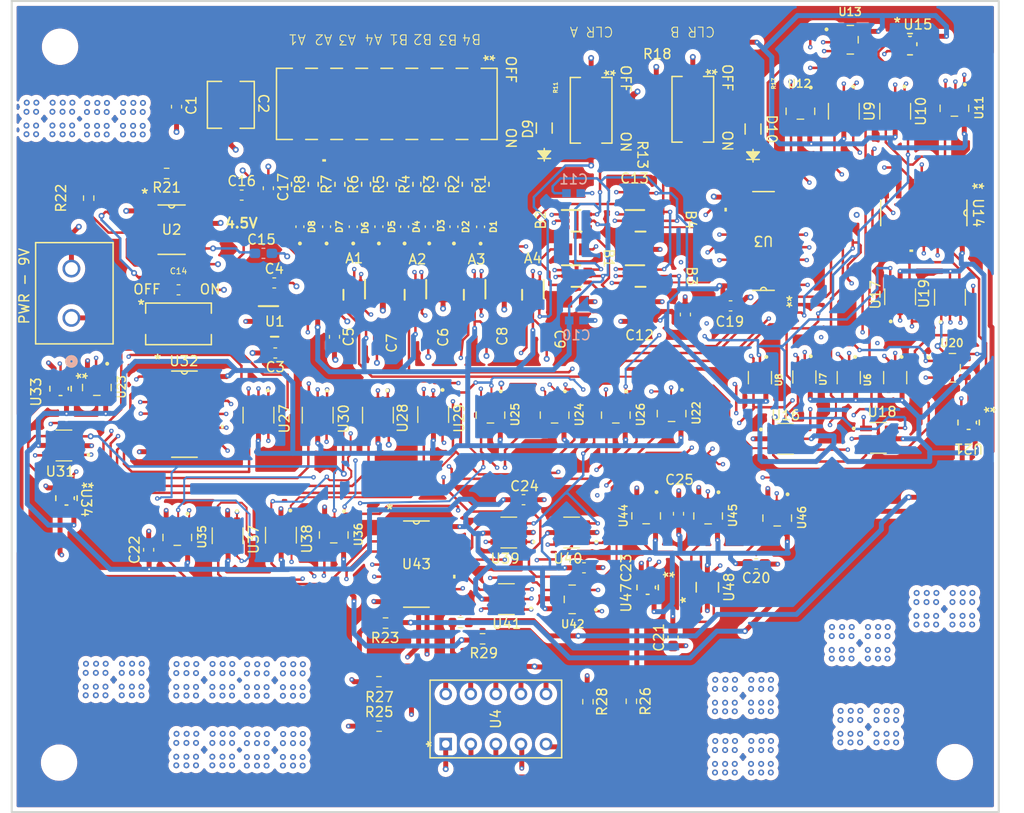
<source format=kicad_pcb>
(kicad_pcb (version 20240108) (generator "pcbnew") (generator_version "8.0")
  (layers (0 "F.Cu" signal) (1 "In1.Cu" signal) (2 "In2.Cu" signal) (31 "B.Cu" signal) (34 "B.Paste" user) (35 "F.Paste" user) (36 "B.SilkS" user "B.Silkscreen") (37 "F.SilkS" user "F.Silkscreen") (38 "B.Mask" user) (39 "F.Mask" user) (44 "Edge.Cuts" user))
  (net 0 "")
  (net 1 "GND")
  (net 2 "A1")
  (net 3 "Net-(A1-CLR_N)")
  (net 4 "Clk")
  (net 5 "VCC")
  (net 6 "a1")
  (net 7 "a2")
  (net 8 "A2")
  (net 9 "a3")
  (net 10 "A3")
  (net 11 "a4")
  (net 12 "A4")
  (net 13 "B1")
  (net 14 "Net-(B1-CLR_N)")
  (net 15 "b1")
  (net 16 "b2")
  (net 17 "B2")
  (net 18 "b3")
  (net 19 "B3")
  (net 20 "B4")
  (net 21 "b4")
  (net 22 "Net-(U1-BYPASS)")
  (net 23 "Net-(U1-IN)")
  (net 24 "Net-(U2-THRES)")
  (net 25 "Net-(U2-CONT)")
  (net 26 "Net-(D1-Pad2)")
  (net 27 "Net-(D2-Pad2)")
  (net 28 "Net-(D3-Pad2)")
  (net 29 "Net-(D4-Pad2)")
  (net 30 "Net-(D5-Pad2)")
  (net 31 "Net-(D6-Pad2)")
  (net 32 "Net-(D7-Pad2)")
  (net 33 "Net-(D8-Pad2)")
  (net 34 "Net-(D9-A)")
  (net 35 "Net-(D10-A)")
  (net 36 "Net-(J1-Pin_1)")
  (net 37 "Net-(R1-Pad2)")
  (net 38 "Net-(R2-Pad2)")
  (net 39 "Net-(R3-Pad2)")
  (net 40 "Net-(R4-Pad2)")
  (net 41 "Net-(R5-Pad2)")
  (net 42 "Net-(R6-Pad2)")
  (net 43 "Net-(R7-Pad2)")
  (net 44 "Net-(R8-Pad2)")
  (net 45 "A")
  (net 46 "Net-(U4-ANODE_A)")
  (net 47 "B")
  (net 48 "Net-(U4-ANODE_B)")
  (net 49 "Net-(U4-ANODE_F)")
  (net 50 "F")
  (net 51 "G")
  (net 52 "Net-(U4-ANODE_G)")
  (net 53 "Net-(U4-ANODE_E)")
  (net 54 "E")
  (net 55 "D")
  (net 56 "Net-(U4-ANODE_D)")
  (net 57 "C")
  (net 58 "Net-(U4-ANODE_C)")
  (net 59 "S1")
  (net 60 "S2")
  (net 61 "S3")
  (net 62 "S0")
  (net 63 "S0 '")
  (net 64 "S1 '")
  (net 65 "S2 '")
  (net 66 "S3 '")
  (net 67 "Net-(U14-D)")
  (net 68 "Net-(U10-Y)")
  (net 69 "Net-(U11-Y)")
  (net 70 "Net-(U12-Y)")
  (net 71 "Net-(U13-Y)")
  (net 72 "Net-(U14-K)")
  (net 73 "Net-(U14-J)")
  (net 74 "Net-(U14-E)")
  (net 75 "Net-(U14-H)")
  (net 78 "Net-(U14-G)")
  (net 79 "Net-(U14-F)")
  (net 80 "Net-(U20-Y)")
  (net 81 "Net-(U22-Y)")
  (net 82 "Net-(U23-Y)")
  (net 83 "Net-(U24-Y)")
  (net 84 "Net-(U26-Y)")
  (net 85 "Net-(U27-Y)")
  (net 86 "Net-(U28-Y)")
  (net 87 "Net-(U29-Y)")
  (net 88 "Net-(U30-Y)")
  (net 89 "Net-(U31-Y)")
  (net 90 "Net-(U32-J)")
  (net 91 "Net-(U32-K)")
  (net 94 "Net-(U35-Y)")
  (net 95 "Net-(U36-Y)")
  (net 96 "Net-(U37-Y)")
  (net 97 "Net-(U38-Y)")
  (net 98 "Net-(U39-Y)")
  (net 99 "Net-(U40-Y)")
  (net 100 "Net-(U41-Y)")
  (net 101 "Net-(U42-Y)")
  (net 104 "Net-(U44-Y)")
  (net 105 "Net-(U46-Y)")
  (net 106 "Net-(U45-Y)")
  (net 107 "Net-(U47-B)")
  (net 108 "Net-(U25-Y)")
  (footprint "Components:R805-10k" (layer "F.Cu") (at 74.724999 52)
    (property "Reference" "R15" (hide yes))
    (property "Value" "10k")
  )
  (footprint "Components:CD74HC283M96 (4-bit Binary Adder)" (layer "F.Cu") (at 93.7622 45.845 180)
    (property "Reference" "U3")
    (property "Value" "CD74HC283M96" (hide yes))
  )
  (footprint "TI-Logic:DCK0006A_N" (layer "F.Cu") (at 58.5 51.3 -90)
    (property "Reference" "A2")
    (property "Value" "SN74LVC1G175DCKR" (hide yes))
  )
  (footprint "Components:R330-0805" (layer "F.Cu") (at 49.5 40.1016 90)
    (property "Reference" "R7")
    (property "Value" "330" (hide yes))
  )
  (footprint "Resistor_SMD:R_0603_1608Metric" (layer "F.Cu") (at 75.975 92.55 -90)
    (property "Reference" "R28")
    (property "Value" "124" (hide yes))
  )
  (footprint "LOGIC:4-INPUT 2-CHN OR" (layer "F.Cu") (at 35.1 63.4)
    (property "Reference" "U32")
    (property "Value" "CD4072BM96" (hide yes))
  )
  (footprint "Capacitor_SMD:C_0603_1608Metric_Pad1.08x0.95mm_HandSolder" (layer "F.Cu") (at 40.9 41.2)
    (property "Reference" "C16")
    (property "Value" "0.1uF" (hide yes))
  )
  (footprint "LOGIC:1INPUT_NOTGATE" (layer "F.Cu") (at 107.1 59.7 -90)
    (property "Reference" "U5" (hide yes))
    (property "Value" "SN74LVC1G14DCKR" (hide yes))
  )
  (footprint "LOGIC:SOT95P280X145-5N" (layer "F.Cu") (at 97.5 32.7 -90)
    (property "Reference" "U12")
    (property "Value" "SN74LVC1G08DBVR" (hide yes))
  )
  (footprint "LOGIC:3-INPUT AND" (layer "F.Cu") (at 54.7 63.5 -90)
    (property "Reference" "U28")
    (property "Value" "SN74LVC1G11DBVR" (hide yes))
  )
  (footprint "Components:DIP10_LSHD-7503_LTO" (layer "F.Cu") (at 61.57 96.84 90)
    (property "Reference" "U4")
    (property "Value" "LSHD-7503")
  )
  (footprint "Components:10uF electrolytic Capacitor" (layer "F.Cu") (at 39.8 32.0458 -90)
    (property "Reference" "C2")
    (property "Value" "10uF")
  )
  (footprint "Capacitor_SMD:C_0603_1608Metric_Pad1.08x0.95mm_HandSolder" (layer "F.Cu") (at 44.2 50.1)
    (property "Reference" "C4")
    (property "Value" "1uF")
  )
  (footprint "Components:R330-0805" (layer "F.Cu") (at 57.4 40.1016 90)
    (property "Reference" "R4")
    (property "Value" "330" (hide yes))
  )
  (footprint "Components:R330-0805" (layer "F.Cu") (at 46.8 40.1016 90)
    (property "Reference" "R8")
    (property "Value" "330" (hide yes))
  )
  (footprint "Switches:SW2_CFS-0102TB_NDC" (layer "F.Cu") (at 76.3 32.6 -90)
    (property "Reference" "SW3" (hide yes))
    (property "Value" "CFS-0102TB" (hide yes))
  )
  (footprint "LOGIC:1INPUT_NOTGATE" (layer "F.Cu") (at 93.4 59.7 -90)
    (property "Reference" "U8")
    (property "Value" "SN74LVC1G14DCKR" (hide yes))
  )
  (footprint "LOGIC:3-INPUT AND" (layer "F.Cu") (at 67.7175 82.15 180)
    (property "Reference" "U41")
    (property "Value" "SN74LVC1G11DBVR")
  )
  (footprint "Components:R805-10k" (layer "F.Cu") (at 74.724999 46.7)
    (property "Reference" "R16" (hide yes))
    (property "Value" "10k")
  )
  (footprint "LOGIC:3-INPUT AND" (layer "F.Cu") (at 96 65.9)
    (property "Reference" "U16")
    (property "Value" "SN74LVC1G11DBVR" (hide yes))
  )
  (footprint "Capacitor_SMD:C_0603_1608Metric_Pad1.08x0.95mm_HandSolder" (layer "F.Cu") (at 44.3 57.2 180)
    (property "Reference" "C3")
    (property "Value" "0.01uF" (hide yes))
  )
  (footprint "Capacitor_SMD:C_0603_1608Metric" (layer "F.Cu") (at 31.475 77.15 90)
    (property "Reference" "C22")
    (property "Value" "500nF" (hide yes))
  )
  (footprint "Components:0603R-50ohms" (layer "F.Cu") (at 92.7 30.4 -90)
    (property "Reference" "R17")
    (property "Value" "50" (hide yes))
  )
  (footprint "Switches:SW2_CFS-0102TB_NDC" (layer "F.Cu") (at 86.6 32.5 -90)
    (property "Reference" "SW4" (hide yes))
    (property "Value" "CFS-0102TB" (hide yes))
  )
  (footprint "LOGIC:SOT95P280X145-5N" (layer "F.Cu") (at 26.225 60.7 -90)
    (property "Reference" "U23")
    (property "Value" "SN74LVC1G08DBVR" (hide yes))
  )
  (footprint "LOGIC:2-INPUT OR" (layer "F.Cu") (at 108.6 25.9)
    (property "Reference" "U15")
    (property "Value" "SN74LVC1G32DCKR" (hide yes))
  )
  (footprint "Components:R805-10k" (layer "F.Cu") (at 55.2 50.7 -90)
    (property "Reference" "R10" (hide yes))
    (property "Value" "10k")
  )
  (footprint "Resistor_SMD:R_0603_1608Metric" (layer "F.Cu") (at 55.475 84.575 180)
    (property "Reference" "R23")
    (property "Value" "124" (hide yes))
  )
  (footprint "Components:R805-10k" (layer "F.Cu") (at 82.9 30.8 -90)
    (property "Reference" "R18")
    (property "Value" "10k" (hide yes))
  )
  (footprint "LOGIC:2-INPUT OR" (layer "F.Cu") (at 22.550001 60.8164 -90)
    (property "Reference" "U33")
    (property "Value" "SN74LVC1G32DCKR" (hide yes))
  )
  (footprint "15000LED:LED_150060RS75000" (layer "F.Cu") (at 59.9 44.4 90)
    (property "Reference" "D3")
    (property "Value" "150060RS75000" (hide yes))
  )
  (footprint "TI-Logic:DCK0006A_N" (layer "F.Cu") (at 64.5 51.3 -90)
    (property "Reference" "A3")
    (property "Value" "SN74LVC1G175DCKR" (hide yes))
  )
  (footprint "Components:R330-0805" (layer "F.Cu") (at 59.9 40.1016 90)
    (property "Reference" "R3")
    (property "Value" "330" (hide yes))
  )
  (footprint "Capacitor_SMD:C_0603_1608Metric" (layer "F.Cu") (at 69.45 72.075)
    (property "Reference" "C24")
    (property "Value" "500nF" (hide yes))
  )
  (footprint "LOGIC:4-INPUT 2-CHN OR" (layer "F.Cu") (at 58.6 78.6)
    (property "Reference" "U43")
    (property "Value" "CD4072BM96")
  )
  (footprint "LOGIC:2-INPUT OR" (layer "F.Cu") (at 82.025 80.9664 -90)
    (property "Reference" "U47")
    (property "Value" "SN74LVC1G32DCKR" (hide yes))
  )
  (footprint "Components:0603-0.1uF" (layer "F.Cu") (at 81.2 54)
    (property "Reference" "C12")
    (property "Value" "0.1uF" (hide yes))
  )
  (footprint "LOGIC:SOT95P280X145-5N" (layer "F.Cu") (at 74.375 82.175 180)
    (property "Reference" "U42")
    (property "Value" "SN74LVC1G08DBVR" (hide yes))
  )
  (footprint "15000LED:LED_150060RS75000" (layer "F.Cu") (at 46.8 44.4 90)
    (property "Reference" "D8")
    (property "Value" "150060RS75000" (hide yes))
  )
  (footprint "Components:R330-0805" (layer "F.Cu") (at 62.4 40.1016 90)
    (property "Reference" "R2")
    (property "Value" "330" (hide yes))
  )
  (footprint "LOGIC:SOT95P280X145-5N" (layer "F.Cu") (at 72.6 63.5 -90)
    (property "Reference" "U24")
    (property "Value" "SN74LVC1G08DBVR" (hide yes))
  )
  (footprint "MountingHole:MountingHole_3.2mm_M3" (layer "F.Cu") (at 113.15 98.67)
    (property "Reference" "REF**" (hide yes))
    (property "Value" "MountingHole_3.2mm_M3" (hide yes))
  )
  (footprint "LOGIC:1INPUT_NOTGATE" (layer "F.Cu") (at 102.4 59.7 -90)
    (property "Reference" "U6")
    (property "Value" "SN74LVC1G14DCKR" (hide yes))
  )
  (footprint "Components:DBV0005A_N (16v - 4.5 v VREG)com" (layer "F.Cu") (at 44.25 54)
    (property "Reference" "U1")
    (property "Value" "LP2985IM5X-4.5/NOPB" (hide yes))
  )
  (footprint "LOGIC:3-INPUT AND" (layer "F.Cu") (at 39.475 75.725 -90)
    (property "Reference" "U37")
    (property "Value" "SN74LVC1G11DBVR" (hide yes))
  )
  (footprint "Capacitor_SMD:C_0603_1608Metric" (layer "F.Cu") (at 85.85 53.3 90)
    (property "Reference" "C18" (hide yes))
    (property "Value" "0.1uF" (hide yes))
  )
  (footprint "MountingHole:MountingHole_3.2mm_M3" (layer "F.Cu") (at 22.4 98.72)
    (property "Reference" "REF**" (hide yes))
    (property "Value" "MountingHole_3.2mm_M3" (hide yes))
  )
  (footprint "Capacitor_SMD:C_0603_1608Metric_Pad1.08x0.95mm_HandSolder" (layer "F.Cu") (at 84.6 86.0375 90)
    (property "Reference" "C21")
    (property "Value" "500nF" (hide yes))
  )
  (footprint "LOGIC:3-INPUT AND" (layer "F.Cu") (at 74.325 75.4 180)
    (property "Reference" "U40")
    (property "Value" "SN74LVC1G11DBVR" (hide yes))
  )
  (footprint "Resistor_SMD:R_0603_1608Metric" (layer "F.Cu") (at 25.4 41.5 -90)
    (property "Reference" "R22")
    (property "Value" "6.9k")
  )
  (footprint "Components:R805-10k" (layer "F.Cu") (at 81.3 46.7)
    (property "Reference" "R20" (hide yes))
    (property "Value" "10k")
  )
  (footprint "Components:R805-10k" (layer "F.Cu") (at 67.5 50.7 -90)
    (property "Reference" "R14" (hide yes))
    (property "Value" "10k")
  )
  (footprint "TI-Logic:DCK0006A_N" (layer "F.Cu") (at 52.3 51.3 -90)
    (property "Reference" "A1")
    (property "Value" "SN74LVC1G175DCKR" (hide yes))
  )
  (footprint "Components:R330-0805" (layer "F.Cu") (at 54.8 40.1016 90)
    (property "Reference" "R5")
    (property "Value" "330" (hide yes))
  )
  (footprint "Components:R805-10k" (layer "F.Cu") (at 49.3 50.7 -90)
    (property "Reference" "R9" (hide yes))
    (property "Value" "10k")
  )
  (footprint "LOGIC:3-INPUT AND" (layer "F.Cu") (at 22.8925 66.575 180)
    (property "Reference" "U31")
    (property "Value" "SN74LVC1G11DBVR" (hide yes))
  )
  (footprint "Capacitor_SMD:C_0603_1608Metric_Pad1.08x0.95mm_HandSolder" (layer "F.Cu") (at 34.5 50.8)
    (property "Reference" "C14")
    (property "Value" "0.01uF" (hide yes))
  )
  (footprint "Capacitor_SMD:C_0603_1608Metric" (layer "F.Cu") (at 75.575 78.975)
    (property "Reference" "C23")
    (property "Value" "500nF")
  )
  (footprint "LOGIC:SOT95P280X145-5N" (layer "F.Cu") (at 112.9 58.7)
    (property "Reference" "U20")
    (property "Value" "SN74LVC1G08DBVR" (hide yes))
  )
  (footprint "LOGIC:SOT95P280X145-5N" (layer "F.Cu") (at 78.8 63.5 -90)
    (property "Reference" "U26")
    (property "Value" "SN74LVC1G08DBVR" (hide yes))
  )
  (footprint "LOGIC:SOT95P280X145-5N" (layer "F.Cu") (at 88.15 73.725 -90)
    (property "Reference" "U45")
    (property "Value" "SN74LVC1G08DBVR" (hide yes))
  )
  (footprint "Timer:D8" (layer "F.Cu") (at 33.8 44.7)
    (property "Reference" "U2")
    (property "Value" "SA555DR")
  )
  (footprint "Resistor_SMD:R_0603_1608Metric" (layer "F.Cu") (at 54.8 90.525)
    (property "Reference" "R27")
    (property "Value" "124" (hide yes))
  )
  (footprint "15000LED:LED_150060RS75000" (layer "F.Cu") (at 57.4 44.4 90)
    (property "Reference" "D4")
    (property "Value" "150060RS75000" (hide yes))
  )
  (footprint "LOGIC:1INPUT_NOTGATE" (layer "F.Cu") (at 97.9 59.6325 -90)
    (property "Reference" "U7")
    (property "Value" "SN74LVC1G14DCKR" (hide yes))
  )
  (footprint "15000LED:LED_150060RS75000" (layer "F.Cu") (at 62.4 44.4 90)
    (property "Reference" "D2")
    (property "Value" "150060RS75000" (hide yes))
  )
  (footprint "TI-Logic:DCK0006A_N" (layer "F.Cu") (at 70.4 51.3 -90)
    (property "Reference" "A4")
    (property "Value" "SN74LVC1G175DCKR" (hide yes))
  )
  (footprint "Components:R330-0805" (layer "F.Cu") (at 65.1 40.1016 90)
    (property "Reference" "R1")
    (property "Value" "330" (hide yes))
  )
  (footprint "LOGIC:3-INPUT AND" (layer "F.Cu") (at 44.875 75.67 -90)
    (property "Reference" "U38")
    (property "Value" "SN74LVC1G11DBVR" (hide yes))
  )
  (footprint "15000LED:LED_150060RS75000" (layer "F.Cu") (at 52.2 44.4 90)
    (property "Reference" "D6")
    (property "Value" "150060RS75000" (hide yes))
  )
  (footprint "Components:GLED0805" (layer "F.Cu") (at 71.5509 34.4 90)
    (property "Reference" "D9")
    (property "Value" "LED")
  )
  (footprint "Capacitor_SMD:C_0603_1608Metric_Pad1.08x0.95mm_HandSolder" (layer "F.Cu") (at 43.6 40.5 90)
    (property "Reference" "C17")
    (property "Value" "1uF" (hide yes))
  )
  (footprint "MountingHole:MountingHole_3.2mm_M3" (layer "F.Cu") (at 22.5 26.16)
    (property "Reference" "REF**" (hide yes))
    (property "Value" "MountingHole_3.2mm_M3" (hide yes))
  )
  (footprint "Resistor_SMD:R_0603_1608Metric" (layer "F.Cu") (at 54.825 95.025)
    (property "Reference" "R25")
    (property "Value" "124" (hide yes))
  )
  (footprint "Components:Screw-in Terminal" (layer "F.Cu") (at 23.652701 53.6451 90)
    (property "Reference" "J1" (hide yes))
    (property "Value" "Screw_Terminal_01x02" (hide yes))
  )
  (footprint "LOGIC:SOT95P280X145-5N" (layer "F.Cu") (at 84.45 63.345 -90)
    (property "Reference" "U22")
    (property "Value" "SN74LVC1G08DBVR" (hide yes))
  )
  (footprint "15000LED:LED_150060RS75000" (layer "F.Cu") (at 65.1 44.4125 90)
    (property "Reference" "D1")
    (property "Value" "150060RS75000" (hide yes))
  )
  (footprint "LOGIC:SOT95P280X145-5N" (layer "F.Cu") (at 66.1 63.5 -90)
    (property "Reference" "U25")
    (property "Value" "SN74LVC1G08DBVR" (hide yes))
  )
  (footprint "LOGIC:4-INPUT 2-CHN OR" (layer "F.Cu") (at 110 43 -90)
    (property "Reference" "U14")
    (property "Value" "CD4072BM96" (hide yes))
  )
  (footprint "TI-Logic:DCK0006A_N" (layer "F.Cu") (at 81.3 43.8)
    (property "Reference" "B4")
    (property "Value" "SN74LVC1G175DCKR" (hide yes))
  )
  (footprint "15000LED:LED_150060RS75000" (layer "F.Cu") (at 49.5 44.4 90)
    (property "Reference" "D7")
    (property "Value" "150060RS75000" (hide yes))
  )
  (footprint "Components:0603-0.1uF" (layer "F.Cu") (at 71.8 55.8239 90)
    (property "Reference" "C9")
    (property "Value" "0.1uF" (hide yes))
  )
  (footprint "Components:0603-0.1uF" (layer "F.Cu") (at 59.8 55.6 90)
    (property "Reference" "C6")
    (property "Value" "0.1uF" (hide yes))
  )
  (footprint "LOGIC:SOT95P280X145-5N" (layer "F.Cu") (at 113.1 32.4 -90)
    (property "Reference" "U11")
    (property "Value" "SN74LVC1G08DBVR" (hide yes))
  )
  (footprint "LOGIC:3-INPUT AND" (layer "F.Cu") (at 107.6 51.5 90)
    (property "Reference" "U17")
    (property "Value" "SN74LVC1G11DBVR" (hide yes))
  )
  (footprint "Capacitor_SMD:C_0603_1608Metric_Pad1.08x0.95mm_HandSolder" (layer "F.Cu") (at 34.3 32.2375 -90)
    (property "Reference" "C1")
    (property "Value" "1uF")
  )
  (footprint "LOGIC:3-INPUT AND" (layer "F.Cu") (at 107.1 32.7 -90)
    (property "Reference" "U10")
    (property "Value" "SN74LVC1G11DBVR" (hide yes))
  )
  (footprint "LOGIC:3-INPUT AND" (layer "F.Cu") (at 42.6 63.5 -90)
    (property "Reference" "U27")
    (property "Value" "SN74LVC1G11DBVR" (hide yes))
  )
  (footprint "Components:0603-0.1uF" (layer "F.Cu") (at 54.6 56.2 90)
    (property "Reference" "C7")
    (property "Value" "0.1uF" (hide yes))
  )
  (footprint "Resistor_SMD:R_0603_1608Metric" (layer "F.Cu") (at 63.075 84.525 180)
    (property "Reference" "R24" (hide yes))
    (property "Value" "124" (hide yes))
  )
  (footprint "LOGIC:SOT95P280X145-5N" (layer "F.Cu") (at 95.15 73.9375 -90)
    (property "Reference" "U46")
    (property "Value" "SN74LVC1G08DBVR" (hide yes))
  )
  (footprint "Components:0603-0.1uF" (layer "F.Cu") (at 65.7 55.4 90)
    (property "Reference" "C8")
    (property "Value" "0.1uF" (hide yes))
  )
  (footprint "Components:GLED0805" (layer "F.Cu") (at 92.7 34.5 90)
    (property "Reference" "D10")
    (property "Value" "LED")
  )
  (footprint "15000LED:LED_150060RS75000" (layer "F.Cu") (at 54.8 44.4 90)
    (property "Reference" "D5")
    (property "Value" "150060RS75000" (hide yes))
  )
  (footprint "LOGIC:SOT95P280X145-5N" (layer "F.Cu") (at 34.375 75.9 -90)
    (property "Reference" "U35")
    (property "Value" "SN74LVC1G08DBVR" (hide yes))
  )
  (footprint "LOGIC:SOT95P280X145-5N" (layer "F.Cu") (at 50.225 75.65 -90)
    (property "Reference" "U36")
    (property "Value" "SN74LVC1G08DBVR" (hide yes))
  )
  (footprint "TI-Logic:DCK0006A_N" (layer "F.Cu") (at 74.824999 43.8)
    (property "Reference" "B2")
    (property "Value" "SN74LVC1G175DCKR" (hide yes))
  )
  (footprint "LOGIC:3-INPUT AND" (layer "F.Cu") (at 48.6 63.5 -90)
    (property "Reference" "U30")
    (property "Value" "SN74LVC1G11DBVR" (hide yes))
  )
  (footprint "LOGIC:3-INPUT AND" (layer "F.Cu") (at 112.65 51.555 90)
    (property "Reference" "U19")
    (property "Value" "SN74LVC1G11DBVR" (hide yes))
  )
  (footprint "Capacitor_SMD:C_0603_1608Metric_Pad1.08x0.95mm_HandSolder" (layer "F.Cu") (at 50.3 55.5625 -90)
    (property "Reference" "C5")
    (property "Value" "2.2uF" (hide yes))
  )
  (footprint "LOGIC:3-INPUT OR" (layer "F.Cu") (at 88.075 80.95 90)
    (property "Reference" "U48")
    (property "Value" "NC7SZ332P6X" (hide yes))
  )
  (footprint "LOGIC:3-INPUT AND" (layer "F.Cu") (at 60.3 63.445 -90)
    (property "Reference" "U29")
    (property "Value" "SN74LVC1G11DBVR" (hide yes))
  )
  (footprint "Components:R805-10k" (layer "F.Cu") (at 80.5 33.0491 -90)
    (property "Reference" "R13")
    (property "Value" "10k")
  )
  (footprint "Components:R805-10k" (layer "F.Cu") (at 61.3 50.7 -90)
    (property "Reference" "R12" (hide yes))
    (property "Value" "10k")
  )
  (footprint "LOGIC:3-INPUT AND" (layer "F.Cu") (at 105.4 65.8)
    (property "Reference" "U18")
    (property "Value" "SN74LVC1G11DBVR")
  )
  (footprint "Components:0603-0.1uF" (layer "F.Cu") (at 80.7239 40.9)
    (property "Reference" "C13")
    (property "Value" "0.1uF" (hide yes))
  )
  (footprint "Resistor_SMD:R_0603_1608Metric" (layer "F.Cu") (at 80.375 92.5 -90)
    (property "Reference" "R26")
    (property "Value" "124" (hide yes))
  )
  (footprint "Components:R330-0805" (layer "F.Cu") (at 52.2 40.0984 90)
    (property "Reference" "R6")
    (property "Value" "330" (hide yes))
  )
  (footprint "LOGIC:3-INPUT AND" (layer "F.Cu") (at 101.9 32.7 -90)
    (property "Reference" "U9")
    (property "Value" "SN74LVC1G11DBVR" (hide yes))
  )
  (footprint "Components:R805-10k" (layer "F.Cu") (at 81.3 52)
    (property "Reference" "R19" (hide yes))
    (property "Value" "10k")
  )
  (footprint "LOGIC:SOT95P280X145-5N" (layer "F.Cu") (at 102.555 25.45)
    (property "Reference" "U13")
    (property "Value" "SN74LVC1G08DBVR" (hide yes))
  )
  (footprint "Capacitor_SMD:C_0603_1608Metric_Pad1.08x0.95mm_HandSolder" (layer "F.Cu") (at 93.025 78.575 180)
    (property "Reference" "C20")
    (property "Value" "500nF" (hide yes))
  )
  (footprint "Resistor_SMD:R_0603_1608Metric" (layer "F.Cu") (at 65.3 86.175)
    (property "Reference" "R29")
    (property "Value" "124" (hide yes))
  )
  (footprint "TI-Logic:DCK0006A_N" (layer "F.Cu") (at 81.3 49.4)
    (property "Reference" "B3")
    (property "Value" "SN74LVC1G175DCKR" (hide yes))
  )
  (footprint "Components:0603R-50ohms" (layer "F.Cu") (at 71.5 30.465 -90)
    (property "Reference" "R11")
    (property "Value" "50")
  )
  (footprint "Resistor_SMD:R_0603_1608Metric" (layer "F.Cu") (at 33.3 39 180)
    (property "Reference" "R21")
    (property "Value" "100k" (hide yes))
  )
  (footprint "Capacitor_SMD:C_0603_1608Metric" (layer "F.Cu") (at 90.425 52.425)
    (property "Reference" "C19")
    (property "Value" "1uF" (hide yes))
  )
  (footprint "LOGIC:3-INPUT AND" (layer "F.Cu") (at 67.9575 75.4 180)
    (property "Reference" "U39")
    (property "Value" "SN74LVC1G11DBVR" (hide yes))
  )
  (footprint "Components:SO16_219-8_CTS" (layer "F.Cu") (at 55.6 31.95 -90)
    (property "Reference" "SW2" (hide yes))
    (property "Value" "219-8MST" (hide yes))
  )
  (footprint "LOGIC:2-INPUT OR" (layer "F.Cu") (at 23.15 71.9164 -90)
    (property "Reference" "U34")
    (property "Value" "SN74LVC1G32DCKR" (hide yes))
  )
  (footprint "TI-Logic:DCK0006A_N" (layer "F.Cu") (at 74.824999 49.4)
    (property "Reference" "B1")
    (property "Value" "SN74LVC1G175DCKR" (hide yes))
  )
  (footprint "Capacitor_SMD:C_0603_1608Metric_Pad1.08x0.95mm_HandSolder" (layer "F.Cu") (at 85.15 73.5 -90)
    (property "Reference" "C25")
    (property "Value" "500nF" (hide yes))
  )
  (footprint "LOGIC:SOT95P280X145-5N" (layer "F.Cu") (at 81.875 73.7125 -90)
    (property "Reference" "U44")
    (property "Value" "SN74LVC1G08DBVR" (hide yes))
  )
  (footprint "LOGIC:2-INPUT OR" (layer "F.Cu") (at 114.5414 64.249999 -90)
    (property "Reference" "U21")
    (property "Value" "SN74LVC1G32DCKR" (hide yes))
  )
  (footprint "Switches:SW2_CFS-0102TB_NDC" (layer "F.Cu") (at 34.5 54.25)
    (property "Reference" "PWR - 9V")
    (property "Value" "CFS-0102TB")
  )
  (footprint "Capacitor_SMD:C_0603_1608Metric_Pad1.08x0.95mm_HandSolder" (layer "B.Cu") (at 43.1 47.1)
    (property "Reference" "C15")
    (property "Value" "0.01uF" (hide yes))
  )
  (footprint "Components:0603-0.1uF" (layer "B.Cu") (at 74.8 53.9 180)
    (property "Reference" "C10")
    (property "Value" "0.1uF" (hide yes))
  )
  (footprint "Components:0603-0.1uF" (layer "B.Cu") (at 74.5239 41 180)
    (property "Reference" "C11")
    (property "Value" "0.1uF" (hide yes))
  )
  (gr_rect (start 17.605 21.52) (end 117.595 103.74) (stroke (width 0.2)) (fill none) (layer "Edge.Cuts"))
  (gr_text "CLR A\n" (at 78.625 24.05 180) (layer "F.SilkS") (effects (font (size 1 1) (thickness 0.1)) (justify left bottom)))
  (gr_text "B2" (at 60.275 24.8 180) (layer "F.SilkS") (effects (font (size 1 1) (thickness 0.1)) (justify left bottom)))
  (gr_text "A4\n" (at 55.225 24.8 180) (layer "F.SilkS") (effects (font (size 1 1) (thickness 0.1)) (justify left bottom)))
  (gr_text "CLR B" (at 88.925 24.05 180) (layer "F.SilkS") (effects (font (size 1 1) (thickness 0.1)) (justify left bottom)))
  (gr_text "B1\n" (at 57.85 24.825 180) (layer "F.SilkS") (effects (font (size 1 1) (thickness 0.1)) (justify left bottom)))
  (gr_text "A2" (at 50.15 24.825 180) (layer "F.SilkS") (effects (font (size 1 1) (thickness 0.1)) (justify left bottom)))
  (gr_text "4.5V" (at 39.125 44.625 0) (layer "F.SilkS") (effects (font (size 1 1) (thickness 0.2) (bold yes)) (justify left bottom)))
  (gr_text "A1\n" (at 47.475 24.825 180) (layer "F.SilkS") (effects (font (size 1 1) (thickness 0.1)) (justify left bottom)))
  (gr_text "B4\n" (at 65.225 24.8 180) (layer "F.SilkS") (effects (font (size 1 1) (thickness 0.1)) (justify left bottom)))
  (gr_text "A3" (at 52.55 24.85 180) (layer "F.SilkS") (effects (font (size 1 1) (thickness 0.1)) (justify left bottom)))
  (gr_text "B3" (at 62.825 24.85 180) (layer "F.SilkS") (effects (font (size 1 1) (thickness 0.1)) (justify left bottom)))
  (segment (start 96.1244 41.4) (end 96.1244 42.67) (width 0.5) (layer "F.Cu") (net 1))
  (segment (start 65.125 60.825) (end 65.15 60.85) (width 0.2) (layer "F.Cu") (net 1))
  (segment (start 22.500001 70.875) (end 21.25 70.875) (width 0.5) (layer "F.Cu") (net 1))
  (segment (start 94.745 65.9) (end 92.7 65.9) (width 0.5) (layer "F.Cu") (net 1))
  (segment (start 55.2 51.5509) (end 55.2 52.9) (width 0.6) (layer "F.Cu") (net 1))
  (segment (start 42.6 60.8) (end 42.6 62.245) (width 0.25) (layer "F.Cu") (net 1))
  (segment (start 50.7 53.1) (end 50.7 52.7) (width 0.25) (layer "F.Cu") (net 1))
  (segment (start 33.25 73.15) (end 33.25 74.47) (width 0.5) (layer "F.Cu") (net 1))
  (segment (start 83.4 61.1) (end 83.5 61.2) (width 0.2) (layer "F.Cu") (net 1))
  (segment (start 71.65 61.125) (end 71.65 62.245) (width 0.2) (layer "F.Cu") (net 1))
  (segment (start 85.9 86.875) (end 84.625 86.875) (width 0.5) (layer "F.Cu") (net 1))
  (segment (start 81.375001 79.925) (end 81.375001 78.524999) (width 0.5) (layer "F.Cu") (net 1))
  (segment (start 88.075 83.325) (end 88.075 81.9914) (width 0.5) (layer "F.Cu") (net 1))
  (segment (start 112.2 31.095) (end 112.15 31.145) (width 0.25) (layer "F.Cu") (net 1))
  (segment (start 92.75 57.75) (end 92.5 57.5) (width 0.25) (layer "F.Cu") (net 1))
  (segment (start 70.616941 89.025) (end 70.561782 88.969841) (width 0.5) (layer "F.Cu") (net 1))
  (segment (start 39.8 36.1) (end 40.3 36.6) (width 0.5) (layer "F.Cu") (net 1))
  (segment (start 25.275 58) (end 25.275 59.445) (width 0.5) (layer "F.Cu") (net 1))
  (segment (start 39.475 73.15) (end 39.475 74.47) (width 0.5) (layer "F.Cu") (net 1))
  (segment (start 85.175 71.15) (end 85.175 72.6125) (width 0.5) (layer "F.Cu") (net 1))
  (segment (start 71.55 72.075) (end 70.225 72.075) (width 0.5) (layer "F.Cu") (net 1))
  (segment (start 83.5 61.2) (end 83.5 62.09) (width 0.2) (layer "F.Cu") (net 1))
  (segment (start 85.825 51.5) (end 85.825 52.5) (width 0.5) (layer "F.Cu") (net 1))
  (segment (start 107.508599 26.6) (end 107.5586 26.549999) (width 0.25) (layer "F.Cu") (net 1))
  (segment (start 113.8 63.117198) (end 113.891401 63.208599) (width 0.25) (layer "F.Cu") (net 1))
  (segment (start 84.625 86.875) (end 84.6 86.9) (width 0.5) (layer "F.Cu") (net 1))
  (segment (start 39.8 33.9) (end 39.8 36.1) (width 0.5) (layer "F.Cu") (net 1))
  (segment (start 76.5 46.7) (end 76.8 46.4) (width 0.25) (layer "F.Cu") (net 1))
  (segment (start 96.5 29.7) (end 96.55 29.75) (width 0.25) (layer "F.Cu") (net 1))
  (segment (start 106.19 42.29) (end 106.9 43) (width 0.25) (layer "F.Cu") (net 1))
  (segment (start 23.652701 48.6451) (end 23.652701 45.147299) (width 0.5) (layer "F.Cu") (net 1))
  (segment (start 80.175001 49.4) (end 78.8 49.4) (width 0.25) (layer "F.Cu") (net 1))
  (segment (start 101.9 31.445) (end 101.9 29.9) (width 0.25) (layer "F.Cu") (net 1))
  (segment (start 21.325 58.2) (end 21.900002 58.775002) (width 0.5) (layer "F.Cu") (net 1))
  (segment (start 64.5 49) (end 64.5 50.175001) (width 0.25) (layer "F.Cu") (net 1))
  (segment (start 106.45 58.74) (end 106.45 57.95) (width 0.25) (layer "F.Cu") (net 1))
  (segment (start 80.5 31.025) (end 80.5 31.1) (width 0.5) (layer "F.Cu") (net 1))
  (segment (start 70.175 82.15) (end 70.25 82.075) (width 0.25) (layer "F.Cu") (net 1))
  (segment (start 45.0625 50.1) (end 46.1 50.1) (width 0.25) (layer "F.Cu") (net 1))
  (segment (start 71.73 89.405) (end 71.35 89.025) (width 0.5) (layer "F.Cu") (net 1))
  (segment (start 41.7625 39.4625) (end 41 38.7) (width 0.25) (layer "F.Cu") (net 1))
  (segment (start 41.7625 41.2) (end 41.7625 39.4625) (width 0.25) (layer "F.Cu") (net 1))
  (segment (start 95.2 78.6) (end 93.9125 78.6) (width 0.5) (layer "F.Cu") (net 1))
  (segment (start 82.4 61.1) (end 83.4 61.1) (width 0.2) (layer "F.Cu") (net 1))
  (segment (start 106.19 40.5362) (end 106.19 42.29) (width 0.25) (layer "F.Cu") (net 1))
  (segment (start 65.15 60.85) (end 65.15 62.245) (width 0.2) (layer "F.Cu") (net 1))
  (segment (start 49.3 74.37) (end 49.275 74.395) (width 0.5) (layer "F.Cu") (net 1))
  (segment (start 80.925 72.4575) (end 80.925 70.875) (width 0.5) (layer "F.Cu") (net 1))
  (segment (start 44.875 72.975) (end 44.875 74.415) (width 0.5) (layer "F.Cu") (net 1))
  (segment (start 93.9125 78.6) (end 93.8875 78.575) (width 0.5) (layer "F.Cu") (net 1))
  (segment (start 76.875 75.4) (end 76.9 75.375) (width 0.5) (layer "F.Cu") (net 1))
  (segment (start 61.3 51.5509) (end 61.3 52.7) (width 0.5) (layer "F.Cu") (net 1))
  (segment (start 81 30.7) (end 80.775 30.925) (width 0.5) (layer "F.Cu") (net 1))
  (segment (start 80.775 30.925) (end 80.6 30.925) (width 0.5) (layer "F.Cu") (net 1))
  (segment (start 92.75 58.74) (end 92.75 57.75) (width 0.25) (layer "F.Cu") (net 1))
  (segment (start 25.3 57.975) (end 25.275 58) (width 0.5) (layer "F.Cu") (net 1))
  (segment (start 88.777692 41.4) (end 88.721796 41.344104) (width 0.5) (layer "F.Cu") (net 1))
  (segment (start 82.9 29.9491) (end 82.9 28.2) (width 0.5) (layer "F.Cu") (net 1))
  (segment (start 72.8 49.4) (end 72.7 49.5) (width 0.25) (layer "F.Cu") (net 1))
  (segment (start 43.6 39.6375) (end 43.6 38.3) (width 0.25) (layer "F.Cu") (net 1))
  (segment (start 36.2638 44.065) (end 38.765 44.065) (width 0.5) (layer "F.Cu") (net 1))
  (segment (start 87.2 72.47) (end 87.2 70.825) (width 0.5) (layer "F.Cu") (net 1))
  (segment (start 112.65 52.81) (end 112.65 54.05) (width 0.25) (layer "F.Cu") (net 1))
  (segment (start 67.5 51.5509) (end 67.5 52.8) (width 0.5) (layer "F.Cu") (net 1))
  (segment (start 113.8 61.8) (end 113.8 63.117198) (width 0.25) (layer "F.Cu") (net 1))
  (segment (start 23.652701 45.147299) (end 24.4 44.4) (width 0.5) (layer "F.Cu") (net 1))
  (segment (start 80.6 30.925) (end 80.5 31.025) (width 0.5) (layer "F.Cu") (net 1))
  (segment (start 35.3625 50.8) (end 39.1 50.8) (width 0.25) (layer "F.Cu") (net 1))
  (segment (start 68.9725 82.15) (end 70.175 82.15) (width 0.25) (layer "F.Cu") (net 1))
  (segment (start 101.1 26.6) (end 99.9 26.6) (width 0.25) (layer "F.Cu") (net 1))
  (segment (start 77.8 60.9) (end 77.8 62.195) (width 0.2) (layer "F.Cu") (net 1))
  (segment (start 31.475 75.275) (end 31.475 76.375) (width 0.5) (layer "F.Cu") (net 1))
  (segment (start 25.7 66.6) (end 24.1725 66.6) (width 0.5) (layer "F.Cu") (net 1))
  (segment (start 71.35 89.025) (end 70.616941 89.025) (width 0.5) (layer "F.Cu") (net 1))
  (segment (start 111.595 59.7) (end 111.645 59.65) (width 0.25) (layer "F.Cu") (net 1))
  (segment (start 69.2125 75.4) (end 70.425 75.4) (width 0.5) (layer "F.Cu") (net 1))
  (segment (start 46.1 50.1) (end 46.45 50.45) (width 0.25) (layer "F.Cu") (net 1))
  (segment (start 54.31 82.41) (end 54.275 82.375) (width 0.5) (layer "F.Cu") (net 1))
  (segment (start 30.54 67.21) (end 32.6362 67.21) (width 0.5) (layer "F.Cu") (net 1))
  (segment (start 86.6 28.9694) (end 86.6 27.2) (width 0.5) (layer "F.Cu") (net 1))
  (segment (start 75.575899 52) (end 76.7 52) (width 0.5) (layer "F.Cu") (net 1))
  (segment (start 106 26.9) (end 106.3 26.6) (width 0.25) (layer "F.Cu") (net 1))
  (segment (start 50.7 52.7) (end 50.4491 52.7) (width 0.25) (layer "F.Cu") (net 1))
  (segment (start 76.3 29.0694) (end 76.3 27.3) (width 0.5) (layer "F.Cu") (net 1))
  (segment (start 80.5 32.3491) (end 80.5 31.2) (width 0.5) (layer "F.Cu") (net 1))
  (segment (start 92.45 51.55) (end 92.075 51.55) (width 0.5) (layer "F.Cu") (net 1))
  (segment (start 24.1725 66.6) (end 24.1475 66.575) (width 0.5) (layer "F.Cu") (net 1))
  (segment (start 75.58 75.4) (end 76.875 75.4) (width 0.5) (layer "F.Cu") (net 1))
  (segment (start 94.2 72.6825) (end 94.2 70.925) (width 0.5) (layer "F.Cu") (net 1))
  (segment (start 80.4761 54) (end 79.3 54) (width 0.5) (layer "F.Cu") (net 1))
  (segment (start 31.3362 42.795) (end 29.2 42.8) (width 0.5) (layer "F.Cu") (net 1))
  (segment (start 59.8 56.3239) (end 59.8 57.6) (width 0.25) (layer "F.Cu") (net 1))
  (segment (start 77.5 78.95) (end 76.375 78.95) (width 0.5) (layer "F.Cu") (net 1))
  (segment (start 50.3 57.8) (end 50.4 57.9) (width 0.5) (layer "F.Cu") (net 1))
  (segment (start 69.19 91.76) (end 69.19 89.485) (width 0.5) (layer "F.Cu") (net 1))
  (segment (start 69.7 88.975) (end 70.55 88.975) (width 0.5) (layer "F.Cu") (net 1))
  (segment (start 91.4 41.4) (end 88.777692 41.4) (width 0.5) (layer "F.Cu") (net 1))
  (segment (start 96.55 29.75) (end 96.55 31.445) (width 0.25) (layer "F.Cu") (net 1))
  (segment (start 106.45 57.95) (end 106 57.5) (width 0.25) (layer "F.Cu") (net 1))
  (segment (start 71.375 60.85) (end 71.65 61.125) (width 0.2) (layer "F.Cu") (net 1))
  (segment (start 58.5 49.2) (end 58.5 50.175001) (width 0.25) (layer "F.Cu") (net 1))
  (segment (start 85.825 52.5) (end 85.85 52.525) (width 0.5) (layer "F.Cu") (net 1))
  (segment (start 80.175001 43.8) (end 78.7 43.8) (width 0.25) (layer "F.Cu") (net 1))
  (segment (start 75.575899 46.7) (end 76.5 46.7) (width 0.25) (layer "F.Cu") (net 1))
  (segment (start 82.1509 46.7) (end 83.3 46.7) (width 0.5) (layer "F.Cu") (net 1))
  (segment (start 101.75 58.74) (end 101.75 57.75) (width 0.25) (layer "F.Cu") (net 1))
  (segment (start 54.6 56.9239) (end 54.6 58.2) (width 0.25) (layer "F.Cu") (net 1))
  (segment (start 112.2 29.6) (end 112.2 31.095) (width 0.25) (layer "F.Cu") (net 1))
  (segment (start 64.4 48.9) (end 64.5 49) (width 0.25) (layer "F.Cu") (net 1))
  (segment (start 97.25 58.6725) (end 97.25 57.65) (width 0.25) (layer "F.Cu") (net 1))
  (segment (start 73.7 49.4) (end 72.8 49.4) (width 0.25) (layer "F.Cu") (net 1))
  (segment (start 72.725 43.8) (end 73.7 43.8) (width 0.25) (layer "F.Cu") (net 1))
  (segment (start 33.25 74.47) (end 33.425 74.645) (width 0.5) (layer "F.Cu") (net 1))
  (segment (start 31.5 75.25) (end 31.475 75.275) (width 0.5) (layer "F.Cu") (net 1))
  (segment (start 76.375 78.95) (end 76.35 78.975) (width 0.5) (layer "F.Cu") (net 1))
  (segment (start 61.57 99.38) (end 61.57 96.84) (width 0.5) (layer "F.Cu") (net 1))
  (segment (start 96.1244 41.4) (end 91.4 41.4) (width 0.5) (layer "F.Cu") (net 1))
  (segment (start 60.3 62.19) (end 60.3 61) (width 0.25) (layer "F.Cu") (net 1))
  (segment (start 65.7 56.1239) (end 65.7 57.5) (width 0.25) (layer "F.Cu") (net 1))
  (segment (start 54.285 82.41) (end 54.275 82.4) (width 0.25) (layer "F.Cu") (net 1))
  (segment (start 101.75 57.75) (end 101.3 57.3) (width 0.25) (layer "F.Cu") (net 1))
  (segment (start 101.3 26.4) (end 101.1 26.6) (width 0.25) (layer "F.Cu") (net 1))
  (segment (start 107.6 52.755) (end 107.6 53.9) (width 0.25) (layer "F.Cu") (net 1))
  (segment (start 54.7 62.245) (end 54.7 61) (width 0.25) (layer "F.Cu") (net 1))
  (segment (start 69.19 89.485) (end 69.7 88.975) (width 0.5) (layer "F.Cu") (net 1))
  (segment (start 50.4491 52.7) (end 49.3 51.5509) (width 0.25) (layer "F.Cu") (net 1))
  (segment (start 75.63 81.225) (end 77 81.225) (width 0.25) (layer "F.Cu") (net 1))
  (segment (start 110.2 59.7) (end 111.595 59.7) (width 0.25) (layer "F.Cu") (net 1))
  (segment (start 41.3 54) (end 42.874999 54) (width 0.5) (layer "F.Cu") (net 1))
  (segment (start 70.425 75.4) (end 70.45 75.375) (width 0.5) (layer "F.Cu") (net 1))
  (segment (start 104.145 65.8) (end 102.7 65.9) (width 0.25) (layer "F.Cu") (net 1))
  (segment (start 71.73 91.76) (end 71.73 89.405) (width 0.5) (layer "F.Cu") (net 1))
  (segment (start 107.1 30) (end 107.1 31.445) (width 0.25) (layer "F.Cu") (net 1))
  (segment (start 80 40.9) (end 78.8478 40.9) (width 0.25) (layer "F.Cu") (net 1))
  (segment (start 43.4375 57.2) (end 42 57.2) (width 0.5) (layer "F.Cu") (net 1))
  (segment (start 52.3 50.175001) (end 52.3 48.7) (width 0.25) (layer "F.Cu") (net 1))
  (segment (start 21.900002 58.775002) (end 21.900002 59.775) (width 0.5) (layer "F.Cu") (net 1))
  (segment (start 77.8 62.195) (end 77.85 62.245) (width 0.2) (layer "F.Cu") (net 1))
  (segment (start 48.6 62.245) (end 48.6 60.9) (width 0.25) (layer "F.Cu") (net 1))
  (segment (start 50.3 56.425) (end 50.3 57.8) (width 0.5) (layer "F.Cu") (net 1))
  (segment (start 80.5 31.2) (end 81 30.7) (width 0.5) (layer "F.Cu") (net 1))
  (segment (start 70.4 48.9) (end 70.4 50.175001) (width 0.25) (layer "F.Cu") (net 1))
  (segment (start 85.175 72.6125) (end 85.15 72.6375) (width 0.5) (layer "F.Cu") (net 1))
  (segment (start 71.8 56.5478) (end 71.8 57.8) (width 0.25) (layer "F.Cu") (net 1))
  (segment (start 83.5 52) (end 82.1509 52) (width 0.5) (layer "F.Cu") (net 1))
  (segment (start 97.25 57.65) (end 97 57.4) (width 0.25) (layer "F.Cu") (net 1))
  (segment (start 49.3 72.8) (end 49.3 74.37) (width 0.5) (layer "F.Cu") (net 1))
  (segment (start 81.375001 78.524999) (end 81.4 78.5) (width 0.5) (layer "F.Cu") (net 1))
  (segment (start 58.4 49) (end 58.4 49.1) (width 0.25) (layer "F.Cu") (net 1))
  (segment (start 72.525 44) (end 72.725 43.8) (width 0.25) (layer "F.Cu") (net 1))
  (segment (start 112.65 54.05) (end 112.7 54.1) (width 0.25) (layer "F.Cu") (net 1))
  (segment (start 30.525 67.225) (end 30.54 67.21) (width 0.5) (layer "F.Cu") (net 1))
  (segment (start 51.6 54) (end 50.7 53.1) (width 0.25) (layer "F.Cu") (net 1))
  (segment (start 21.25 70.875) (end 21.05 70.675) (width 0.5) (layer "F.Cu") (net 1))
  (segment (start 56.1362 82.41) (end 54.31 82.41) (width 0.5) (layer "F.Cu") (net 1))
  (segment (start 92.075 51.55) (end 91.2 52.425) (width 0.5) (layer "F.Cu") (net 1))
  (segment (start 58.4 49.1) (end 58.5 49.2) (width 0.25) (layer "F.Cu") (net 1))
  (segment (start 106.3 26.6) (end 107.508599 26.6) (width 0.25) (layer "F.Cu") (net 1))
  (segment (start 34.3 33.1) (end 34.3 34.8) (width 0.5) (layer "F.Cu") (net 1))
  (via (at 46.1 96.75) (size 0.6) (drill 0.3) (layers "F.Cu" "B.Cu") (net 1))
  (via (at 29.8 88.7) (size 0.6) (drill 0.3) (layers "F.Cu" "B.Cu") (net 1))
  (via (at 25.225 34.175) (size 0.6) (drill 0.3) (layers "F.Cu" "B.Cu") (net 1))
  (via (at 92.525 96.525) (size 0.6) (drill 0.3) (layers "F.Cu" "B.Cu") (net 1))
  (via (at 19.1 35.025) (size 0.6) (drill 0.3) (layers "F.Cu" "B.Cu") (net 1))
  (via (at 46.1 91.075) (size 0.6) (drill 0.3) (layers "F.Cu" "B.Cu") (net 1))
  (via (at 25.3 57.975) (size 0.45) (drill 0.2) (layers "F.Cu" "B.Cu") (net 1))
  (via (at 34.3 95.8) (size 0.6) (drill 0.3) (layers "F.Cu" "B.Cu") (net 1))
  (via (at 43.45 95.825) (size 0.6) (drill 0.3) (layers "F.Cu" "B.Cu") (net 1))
  (via (at 111.25 82.45) (size 0.6) (drill 0.3) (layers "F.Cu" "B.Cu") (net 1))
  (via (at 102.575 95.8) (size 0.6) (drill 0.3) (layers "F.Cu" "B.Cu") (net 1))
  (via (at 106 57.5) (size 0.45) (drill 0.2) (layers "F.Cu" "B.Cu") (net 1))
  (via (at 45.075 91.95) (size 0.6) (drill 0.3) (layers "F.Cu" "B.Cu") (net 1))
  (via (at 51.6 54) (size 0.6) (drill 0.3) (layers "F.Cu" "B.Cu") (net 1))
  (via (at 76.7 53.9) (size 0.45) (drill 0.2) (layers "F.Cu" "B.Cu") (net 1))
  (via (at 103.2 43.2) (size 0.6) (drill 0.3) (layers "F.Cu" "B.Cu") (net 1))
  (via (at 93.525 93.525) (size 0.6) (drill 0.3) (layers "F.Cu" "B.Cu") (net 1))
  (via (at 45.1 88.75) (size 0.6) (drill 0.3) (layers "F.Cu" "B.Cu") (net 1))
  (via (at 106.225 96.675) (size 0.6) (drill 0.3) (layers "F.Cu" "B.Cu") (net 1))
  (via (at 36.275 99) (size 0.6) (drill 0.3) (layers "F.Cu" "B.Cu") (net 1))
  (via (at 109.25 84.725) (size 0.6) (drill 0.3) (layers "F.Cu" "B.Cu") (net 1))
  (via (at 70.45 75.375) (size 0.45) (drill 0.2) (layers "F.Cu" "B.Cu") (net 1))
  (via (at 58.4 49) (size 0.45) (drill 0.2) (layers "F.Cu" "B.Cu") (net 1))
  (via (at 111.25 84.725) (size 0.6) (drill 0.3) (layers "F.Cu" "B.Cu") (net 1))
  (via (at 41.425 91.95) (size 0.6) (drill 0.3) (layers "F.Cu" "B.Cu") (net 1))
  (via (at 25.7 66.6) (size 0.45) (drill 0.2) (layers "F.Cu" "B.Cu") (net 1))
  (via (at 106.325 85.9) (size 0.6) (drill 0.3) (layers "F.Cu" "B.Cu") (net 1))
  (via (at 106.225 95.8) (size 0.6) (drill 0.3) (layers "F.Cu" "B.Cu") (net 1))
  (via (at 21.75 31.825) (size 0.6) (drill 0.3) (layers "F.Cu" "B.Cu") (net 1))
  (via (at 81 30.7) (size 0.6) (drill 0.3) (layers "F.Cu" "B.Cu") (net 1))
  (via (at 94.525 90.325) (size 0.6) (drill 0.3) (layers "F.Cu" "B.Cu") (net 1))
  (via (at 90.85 98.85) (size 0.6) (drill 0.3) (layers "F.Cu" "B.Cu") (net 1))
  (via (at 102.675 87.3) (size 0.6) (drill 0.3) (layers "F.Cu" "B.Cu") (net 1))
  (via (at 33.25 73.15) (size 0.45) (drill 0.2) (layers "F.Cu" "B.Cu") (net 1))
  (via (at 28.875 34.175) (size 0.6) (drill 0.3) (layers "F.Cu" "B.Cu") (net 1))
  (via (at 21.325 58.2) (size 0.45) (drill 0.2) (layers "F.Cu" "B.Cu") (net 1))
  (via (at 54.7 61) (size 0.45) (drill 0.2) (layers "F.Cu" "B.Cu") (net 1))
  (via (at 101.7 85.9) (size 0.6) (drill 0.3) (layers "F.Cu" "B.Cu") (net 1))
  (via (at 41.425 91.075) (size 0.6) (drill 0.3) (layers "F.Cu" "B.Cu") (net 1))
  (via (at 42.45 91.075) (size 0.6) (drill 0.3) (layers "F.Cu" "B.Cu") (net 1))
  (via (at 37.95 95.8) (size 0.6) (drill 0.3) (layers "F.Cu" "B.Cu") (net 1))
  (via (at 85.9 86.875) (size 0.45) (drill 0.2) (layers "F.Cu" "B.Cu") (net 1))
  (via (at 21.725 34.15) (size 0.6) (drill 0.3) (layers "F.Cu" "B.Cu") (net 1))
  (via (at 25.1 91.9) (size 0.6) (drill 0.3) (layers "F.Cu" "B.Cu") (net 1))
  (via (at 27.125 88.7) (size 0.6) (drill 0.3) (layers "F.Cu" "B.Cu") (net 1))
  (via (at 30.875 32.775) (size 0.6) (drill 0.3) (layers "F.Cu" "B.Cu") (net 1))
  (via (at 39.475 73.15) (size 0.45) (drill 0.2) (layers "F.Cu" "B.Cu") (net 1))
  (via (at 41.425 89.675) (size 0.6) (drill 0.3) (layers "F.Cu" "B.Cu") (net 1))
  (via (at 29.9 35.05) (size 0.6) (drill 0.3) (layers "F.Cu" "B.Cu") (net 1))
  (via (at 46.1 91.95) (size 0.6) (drill 0.3) (layers "F.Cu" "B.Cu") (net 1))
  (via (at 114.925 81.525) (size 0.6) (drill 0.3) (layers "F.Cu" "B.Cu") (net 1))
  (via (at 114.9 82.45) (size 0.6) (drill 0.3) (layers "F.Cu" "B.Cu") (net 1))
  (via (at 46.45 50.45) (size 0.6) (drill 0.3) (layers "F.Cu" "B.Cu") (net 1))
  (via (at 102.675 88.175) (size 0.6) (drill 0.3) (layers "F.Cu" "B.Cu") (net 1))
  (via (at 106.325 88.175) (size 0.6) (drill 0.3) (layers "F.Cu" "B.Cu") (net 1))
  (via (at 30.875 34.175) (size 0.6) (drill 0.3) (layers "F.Cu" "B.Cu") (net 1))
  (via (at 89.875 92.65) (size 0.6) (drill 0.3) (layers "F.Cu" "B.Cu") (net 1))
  (via (at 37.925 91.05) (size 0.6) (drill 0.3) (layers "F.Cu" "B.Cu") (net 1))
  (via (at 92.525 90.325) (size 0.6) (drill 0.3) (layers "F.Cu" "B.Cu") (net 1))
  (via (at 92.45 51.55) (size 0.6) (drill 0.3) (layers "F.Cu" "B.Cu") (net 1))
  (via (at 47.075 91.95) (size 0.6) (drill 0.3) (layers "F.Cu" "B.Cu") (net 1))
  (via (at 110.275 82.45) (size 0.6) (drill 0.3) (layers "F.Cu" "B.Cu") (net 1))
  (via (at 26.125 89.625) (size 0.6) (drill 0.3) (layers "F.Cu" "B.Cu") (net 1))
  (via (at 93.525 99.725) (size 0.6) (drill 0.3) (layers "F.Cu" "B.Cu") (net 1))
  (via (at 36.275 91.925) (size 0.6) (drill 0.3) (layers "F.Cu" "B.Cu") (net 1))
  (via (at 90.85 99.725) (size 0.6) (drill 0.3) (layers "F.Cu" "B.Cu") (net 1))
  (via (at 111.25 83.85) (size 0.6) (drill 0.3) (layers "F.Cu" "B.Cu") (net 1))
  (via (at 35.3 91.05) (size 0.6) (drill 0.3) (layers "F.Cu" "B.Cu") (net 1))
  (via (at 89.875 98.85) (size 0.6) (drill 0.3) (layers "F.Cu" "B.Cu") (net 1))
  (via (at 30.75 91.9) (size 0.6) (drill 0.3) (layers "F.Cu" "B.Cu") (net 1))
  (via (at 77.8 60.9) (size 0.45) (drill 0.2) (layers "F.Cu" "B.Cu") (net 1))
  (via (at 76.7 52) (size 0.45) (drill 0.2) (layers "F.Cu" "B.Cu") (net 1))
  (via (at 60.3 61) (size 0.45) (drill 0.2) (layers "F.Cu" "B.Cu") (net 1))
  (via (at 94.525 96.525) (size 0.6) (drill 0.3) (layers "F.Cu" "B.Cu") (net 1))
  (via (at 21.725 35.025) (size 0.6) (drill 0.3) (layers "F.Cu" "B.Cu") (net 1))
  (via (at 41.425 98.15) (size 0.6) (drill 0.3) (layers "F.Cu" "B.Cu") (net 1))
  (via (at 39.925 91.05) (size 0.6) (drill 0.3) (layers "F.Cu" "B.Cu") (net 1))
  (via (at 39.925 99) (size 0.6) (drill 0.3) (layers "F.Cu" "B.Cu") (net 1))
  (via (at 27.225 35.05) (size 0.6) (drill 0.3) (layers "F.Cu" "B.Cu") (net 1))
  (via (at 42.475 95.825) (size 0.6) (drill 0.3) (layers "F.Cu" "B.Cu") (net 1))
  (via (at 35.3 96.725) (size 0.6) (drill 0.3) (layers "F.Cu" "B.Cu") (net 1))
  (via (at 95.2 78.6) (size 0.45) (drill 0.2) (layers "F.Cu" "B.Cu") (net 1))
  (via (at 20.075 34.15) (size 0.6) (drill 0.3) (layers "F.Cu" "B.Cu") (net 1))
  (via (at 106.35 84.975) (size 0.6) (drill 0.3) (layers "F.Cu" "B.Cu") (net 1))
  (via (at 55.2 52.9) (size 0.6) (drill 0.3) (layers "F.Cu" "B.Cu") (net 1))
  (via (at 110.275 83.85) (size 0.6) (drill 0.3) (layers "F.Cu" "B.Cu") (net 1))
  (via (at 61.57 99.38) (size 0.6) (drill 0.3) (layers "F.Cu" "B.Cu") (net 1))
  (via (at 92.5 93.525) (size 0.6) (drill 0.3) (layers "F.Cu" "B.Cu") (net 1))
  (via (at 29.775 91.9) (size 0.6) (drill 0.3) (layers "F.Cu" "B.Cu") (net 1))
  (via (at 30.875 35.05) (size 0.6) (drill 0.3) (layers "F.Cu" "B.Cu") (net 1))
  (via (at 107.225 93.475) (size 0.6) (drill 0.3) (layers "F.Cu" "B.Cu") (net 1))
  (via (at 40.3 36.6) (size 0.6) (drill 0.3) (layers "F.Cu" "B.Cu") (net 1))
  (via (at 39.925 91.925) (size 0.6) (drill 0.3) (layers "F.Cu" "B.Cu") (net 1))
  (via (at 47.075 98.15) (size 0.6) (drill 0.3) (layers "F.Cu" "B.Cu") (net 1))
  (via (at 23.75 31.825) (size 0.6) (drill 0.3) (layers "F.Cu" "B.Cu") (net 1))
  (via (at 94.2 70.925) (size 0.45) (drill 0.2) (layers "F.Cu" "B.Cu") (net 1))
  (via (at 34.275 96.725) (size 0.6) (drill 0.3) (layers "F.Cu" "B.Cu") (net 1))
  (via (at 102.6 93.475) (size 0.6) (drill 0.3) (layers "F.Cu" "B.Cu") (net 1))
  (via (at 45.075 89.675) (size 0.6) (drill 0.3) (layers "F.Cu" "B.Cu") (net 1))
  (via (at 37.925 91.925) (size 0.6) (drill 0.3) (layers "F.Cu" "B.Cu") (net 1))
  (via (at 96.5 29.7) (size 0.45) (drill 0.2) (layers "F.Cu" "B.Cu") (net 1))
  (via (at 25.125 88.7) (size 0.6) (drill 0.3) (layers "F.Cu" "B.Cu") (net 1))
  (via (at 41.425 99.025) (size 0.6) (drill 0.3) (layers "F.Cu" "B.Cu") (net 1))
  (via (at 50.4 57.9) (size 0.6) (drill 0.3) (layers "F.Cu" "B.Cu") (net 1))
  (via (at 92.5 98.85) (size 0.6) (drill 0.3) (layers "F.Cu" "B.Cu") (net 1))
  (via (at 90.85 91.25) (size 0.6) (drill 0.3) (layers "F.Cu" "B.Cu") (net 1))
  (via (at 93.525 92.65) (size 0.6) (drill 0.3) (layers "F.Cu" "B.Cu") (net 1))
  (via (at 28.75 91.025) (size 0.6) (drill 0.3) (layers "F.Cu" "B.Cu") (net 1))
  (via (at 39.925 89.65) (size 0.6) (drill 0.3) (layers "F.Cu" "B.Cu") (net 1))
  (via (at 83.5 52) (size 0.45) (drill 0.2) (layers "F.Cu" "B.Cu") (net 1))
  (via (at 102.7 65.9) (size 0.45) (drill 0.2) (layers "F.Cu" "B.Cu") (net 1))
  (via (at 71.55 72.075) (size 0.45) (drill 0.2) (layers "F.Cu" "B.Cu") (net 1))
  (via (at 82.9 28.2) (size 0.6) (drill 0.3) (layers "F.Cu" "B.Cu") (net 1))
  (via (at 71.375 60.85) (size 0.45) (drill 0.2) (layers "F.Cu" "B.Cu") (net 1))
  (via (at 42.45 89.675) (size 0.6) (drill 0.3) (layers "F.Cu" "B.Cu") (net 1))
  (via (at 38.95 89.65) (size 0.6) (drill 0.3) (layers "F.Cu" "B.Cu") (net 1))
  (via (at 107.1 30) (size 0.45) (drill 0.2) (layers "F.Cu" "B.Cu") (net 1))
  (via (at 106.9 43) (size 0.45) (drill 0.2) (layers "F.Cu" "B.Cu") (net 1))
  (via (at 42.6 60.8) (size 0.45) (drill 0.2) (layers "F.Cu" "B.Cu") (net 1))
  (via (at 70.4 48.9) (size 0.45) (drill 0.2) (layers "F.Cu" "B.Cu") (net 1))
  (via (at 77.5 78.95) (size 0.45) (drill 0.2) (layers "F.Cu" "B.Cu") (net 1))
  (via (at 42.45 96.75) (size 0.6) (drill 0.3) (layers "F.Cu" "B.Cu") (net 1))
  (via (at 104.35 84.975) (size 0.6) (drill 0.3) (layers "F.Cu" "B.Cu") (net 1))
  (via (at 47.075 89.675) (size 0.6) (drill 0.3) (layers "F.Cu" "B.Cu") (net 1))
  (via (at 38.95 91.05) (size 0.6) (drill 0.3) (layers "F.Cu" "B.Cu") (net 1))
  (via (at 70.25 82.075) (size 0.45) (drill 0.2) (layers "F.Cu" "B.Cu") (net 1))
  (via (at 43.425 91.075) (size 0.6) (drill 0.3) (layers "F.Cu" "B.Cu") (net 1))
  (via (at 28.775 88.7) (size 0.6) (drill 0.3) (layers "F.Cu" "B.Cu") (net 1))
  (via (at 93.525 91.25) (size 0.6) (drill 0.3) (layers "F.Cu" "B.Cu") (net 1))
  (via (at 101.3 57.3) (size 0.45) (drill 0.2) (layers "F.Cu" "B.Cu") (net 1))
  (via (at 112.2 29.6) (size 0.45) (drill 0.2) (layers "F.Cu" "B.Cu") (net 1))
  (via (at 30.9 31.85) (size 0.6) (drill 0.3) (layers "F.Cu" "B.Cu") (net 1))
  (via (at 90.85 97.45) (size 0.6) (drill 0.3) (layers "F.Cu" "B.Cu") (net 1))
  (via (at 107.2 95.8) (size 0.6) (drill 0.3) (layers "F.Cu" "B.Cu") (net 1))
  (via (at 42.45 98.15) (size 0.6) (drill 0.3) (layers "F.Cu" "B.Cu") (net 1))
  (via (at 48.6 60.9) (size 0.45) (drill 0.2) (layers "F.Cu" "B.Cu") (net 1))
  (via (at 72.7 49.5) (size 0.45) (drill 0.2) (layers "F.Cu" "B.Cu") (net 1))
  (via (at 103.55 95.8) (size 0.6) (drill 0.3) (layers "F.Cu" "B.Cu") (net 1))
  (via (at 101.575 93.475) (size 0.6) (drill 0.3) (layers "F.Cu" "B.Cu") (net 1))
  (via (at 92.5 92.65) (size 0.6) (drill 0.3) (layers "F.Cu" "B.Cu") (net 1))
  (via (at 94.5 97.45) (size 0.6) (drill 0.3) (layers "F.Cu" "B.Cu") (net 1))
  (via (at 88.85 91.25) (size 0.6) (drill 0.3) (layers "F.Cu" "B.Cu") (net 1))
  (via (at 36.275 96.725) (size 0.6) (drill 0.3) (layers "F.Cu" "B.Cu") (net 1))
  (via (at 35.3 89.65) (size 0.6) (drill 0.3) (layers "F.Cu" "B.Cu") (net 1))
  (via (at 38.975 95.8) (size 0.6) (drill 0.3) (layers "F.Cu" "B.Cu") (net 1))
  (via (at 105.35 87.3) (size 0.6) (drill 0.3) (layers "F.Cu" "B.Cu") (net 1))
  (via (at 90.85 92.65) (size 0.6) (drill 0.3) (layers "F.Cu" "B.Cu") (net 1))
  (via (at 105.2 94.4) (size 0.6) (drill 0.3) (layers "F.Cu" "B.Cu") (net 1))
  (via (at 89.875 93.525) (size 0.6) (drill 0.3) (layers "F.Cu" "B.Cu") (net 1))
  (via (at 102.575 96.675) (size 0.6) (drill 0.3) (layers "F.Cu" "B.Cu") (net 1))
  (via (at 36.275 98.125) (size 0.6) (drill 0.3) (layers "F.Cu" "B.Cu") (net 1))
  (via (at 78.7 43.8) (size 0.45) (drill 0.2) (layers "F.Cu" "B.Cu") (net 1))
  (via (at 103.55 94.4) (size 0.6) (drill 0.3) (layers "F.Cu" "B.Cu") (net 1))
  (via (at 102.675 85.9) (size 0.6) (drill 0.3) (layers "F.Cu" "B.Cu") (net 1))
  (via (at 101.55 95.8) (size 0.6) (drill 0.3) (layers "F.Cu" "B.Cu") (net 1))
  (via (at 103.575 93.475) (size 0.6) (drill 0.3) (layers "F.Cu" "B.Cu") (net 1))
  (via (at 92.5 99.725) (size 0.6) (drill 0.3) (layers "F.Cu" "B.Cu") (net 1))
  (via (at 43.6 38.3) (size 0.6) (drill 0.3) (layers "F.Cu" "B.Cu") (net 1))
  (via (at 93.525 98.85) (size 0.6) (drill 0.3) (layers "F.Cu" "B.Cu") (net 1))
  (via (at 89.875 99.725) (size 0.6) (drill 0.3) (layers "F.Cu" "B.Cu") (net 1))
  (via (at 92.5 91.25) (size 0.6) (drill 0.3) (layers "F.Cu" "B.Cu") (net 1))
  (via (at 100.675 85.9) (size 0.6) (drill 0.3) (layers "F.Cu" "B.Cu") (net 1))
  (via (at 42.45 99.025) (size 0.6) (drill 0.3) (layers "F.Cu" "B.Cu") (net 1))
  (via (at 101.9 29.9) (size 0.45) (drill 0.2) (layers "F.Cu" "B.Cu") (net 1))
  (via (at 47.075 96.75) (size 0.6) (drill 0.3) (layers "F.Cu" "B.Cu") (net 1))
  (via (at 107.2 96.675) (size 0.6) (drill 0.3) (layers "F.Cu" "B.Cu") (net 1))
  (via (at 109.25 83.85) (size 0.6) (drill 0.3) (layers "F.Cu" "B.Cu") (net 1))
  (via (at 28.875 32.775) (size 0.6) (drill 0.3) (layers "F.Cu" "B.Cu") (net 1))
  (via (at 72.525 44) (size 0.45) (drill 0.2) (layers "F.Cu" "B.Cu") (net 1))
  (via (at 49.3 72.8) (size 0.45) (drill 0.2) (layers "F.Cu" "B.Cu") (net 1))
  (via (at 21.05 70.675) (size 0.45) (drill 0.2) (layers "F.Cu" "B.Cu") (net 1))
  (via (at 26.275 31.85) (size 0.6) (drill 0.3) (layers "F.Cu" "B.Cu") (net 1))
  (via (at 36.275 89.65) (size 0.6) (drill 0.3) (layers "F.Cu" "B.Cu") (net 1))
  (via (at 27.225 34.175) (size 0.6) (drill 0.3) (layers "F.Cu" "B.Cu") (net 1))
  (via (at 19.1 34.15) (size 0.6) (drill 0.3) (layers "F.Cu" "B.Cu") (net 1))
  (via (at 113.8 61.8) (size 0.45) (drill 0.2) (layers "F.Cu" "B.Cu") (net 1))
  (via (at 34.3 88.725) (size 0.6) (drill 0.3) (layers "F.Cu" "B.Cu") (net 1))
  (via (at 26.25 34.175) (size 0.6) (drill 0.3) (layers "F.Cu" "B.Cu") (net 1))
  (via (at 47.075 99.025) (size 0.6) (drill 0.3) (layers "F.Cu" "B.Cu") (net 1))
  (via (at 113.925 84.725) (size 0.6) (drill 0.3) (layers "F.Cu" "B.Cu") (net 1))
  (via (at 19.1 32.75) (size 0.6) (drill 0.3) (layers "F.Cu" "B.Cu") (net 1))
  (via (at 103.55 96.675) (size 0.6) (drill 0.3) (layers "F.Cu" "B.Cu") (net 1))
  (via (at 88.85 99.725) (size 0.6) (drill 0.3) (layers "F.Cu" "B.Cu") (net 1))
  (via (at 29.925 31.85) (size 0.6) (drill 0.3) (layers "F.Cu" "B.Cu") (net 1))
  (via (at 43.45 88.75) (size 0.6) (drill 0.3) (layers "F.Cu" "B.Cu") (net 1))
  (via (at 107.2 94.4) (size 0.6) (drill 0.3) (layers "F.Cu" "B.Cu") (net 1))
  (via (at 54.6 58.2) (size 0.6) (drill 0.3) (layers "F.Cu" "B.Cu") (net 1))
  (via (at 78.8478 40.9) (size 0.45) (drill 0.2) (layers "F.Cu" "B.Cu") (net 1))
  (via (at 92.7 65.9) (size 0.45) (drill 0.2) (layers "F.Cu" "B.Cu") (net 1))
  (via (at 100.675 87.3) (size 0.6) (drill 0.3) (layers "F.Cu" "B.Cu") (net 1))
  (via (at 19.125 31.825) (size 0.6) (drill 0.3) (layers "F.Cu" "B.Cu") (net 1))
  (via (at 26.25 32.775) (size 0.6) (drill 0.3) (layers "F.Cu" "B.Cu") (net 1))
  (via (at 46.1 99.025) (size 0.6) (drill 0.3) (layers "F.Cu" "B.Cu") (net 1))
  (via (at 110.2 59.7) (size 0.45) (drill 0.2) (layers "F.Cu" "B.Cu") (net 1))
  (via (at 31.5 75.25) (size 0.45) (drill 0.2) (layers "F.Cu" "B.Cu") (net 1))
  (via (at 23.725 35.025) (size 0.6) (drill 0.3) (layers "F.Cu" "B.Cu") (net 1))
  (via (at 42 57.2) (size 0.6) (drill 0.3) (layers "F.Cu" "B.Cu") (net 1))
  (via (at 36.275 91.05) (size 0.6) (drill 0.3) (layers "F.Cu" "B.Cu") (net 1))
  (via (at 30.525 67.225) (size 0.45) (drill 0.2) (layers "F.Cu" "B.Cu") (net 1))
  (via (at 41.3 54) (size 0.45) (drill 0.2) (layers "F.Cu" "B.Cu") (net 1))
  (via (at 67.5 52.8) (size 0.6) (drill 0.3) (layers "F.Cu" "B.Cu") (net 1))
  (via (at 101.7 87.3) (size 0.6) (drill 0.3) (layers "F.Cu" "B.Cu") (net 1))
  (via (at 20.075 35.025) (size 0.6) (drill 0.3) (layers "F.Cu" "B.Cu") (net 1))
  (via (at 94.5 93.525) (size 0.6) (drill 0.3) (layers "F.Cu" "B.Cu") (net 1))
  (via (at 36.3 88.725) (size 0.6) (drill 0.3) (layers "F.Cu" "B.Cu") (net 1))
  (via (at 70.561782 88.969841) (size 0.6) (drill 0.3) (layers "F.Cu" "B.Cu") (net 1))
  (via (at 111.275 81.525) (size 0.6) (drill 0.3) (layers "F.Cu" "B.Cu") (net 1))
  (via (at 34.275 99) (size 0.6) (drill 0.3) (layers "F.Cu" "B.Cu") (net 1))
  (via (at 93.525 97.45) (size 0.6) (drill 0.3) (layers "F.Cu" "B.Cu") (net 1))
  (via (at 109.275 81.525) (size 0.6) (drill 0.3) (layers "F.Cu" "B.Cu") (net 1))
  (via (at 105.375 84.975) (size 0.6) (drill 0.3) (layers "F.Cu" "B.Cu") (net 1))
  (via (at 89.875 91.25) (size 0.6) (drill 0.3) (layers "F.Cu" "B.Cu") (net 1))
  (via (at 46.125 95.825) (size 0.6) (drill 0.3) (layers "F.Cu" "B.Cu") (net 1))
  (via (at 81.4 78.5) (size 0.45) (drill 0.2) (layers "F.Cu" "B.Cu") (net 1))
  (via (at 94.5 92.65) (size 0.6) (drill 0.3) (layers "F.Cu" "B.Cu") (net 1))
  (via (at 26.25 35.05) (size 0.6) (drill 0.3) (layers "F.Cu" "B.Cu") (net 1))
  (via (at 28.75 91.9) (size 0.6) (drill 0.3) (layers "F.Cu" "B.Cu") (net 1))
  (via (at 27.1 91.9) (size 0.6) (drill 0.3) (layers "F.Cu" "B.Cu") (net 1))
  (via (at 45.075 96.75) (size 0.6) (drill 0.3) (layers "F.Cu" "B.Cu") (net 1))
  (via (at 46.125 88.75) (size 0.6) (drill 0.3) (layers "F.Cu" "B.Cu") (net 1))
  (via (at 86.6 27.2) (size 0.6) (drill 0.3) (layers "F.Cu" "B.Cu") (net 1))
  (via (at 38.95 91.925) (size 0.6) (drill 0.3) (layers "F.Cu" "B.Cu") (net 1))
  (via (at 23.725 32.75) (size 0.6) (drill 0.3) (layers "F.Cu" "B.Cu") (net 1))
  (via (at 35.325 95.8) (size 0.6) (drill 0.3) (layers "F.Cu" "B.Cu") (net 1))
  (via (at 39.925 96.725) (size 0.6) (drill 0.3) (layers "F.Cu" "B.Cu") (net 1))
  (via (at 29.2 42.8) (size 0.6) (drill 0.3) (layers "F.Cu" "B.Cu") (net 1))
  (via (at 76.3 27.3) (size 0.6) (drill 0.3) (layers "F.Cu" "B.Cu") (net 1))
  (via (at 43.425 99.025) (size 0.6) (drill 0.3) (layers "F.Cu" "B.Cu") (net 1))
  (via (at 100.675 88.175) (size 0.6) (drill 0.3) (layers "F.Cu" "B.Cu") (net 1))
  (via (at 112.9 83.85) (size 0.6) (drill 0.3) (layers "F.Cu" "B.Cu") (net 1))
  (via (at 28.9 31.85) (size 0.6) (drill 0.3) (layers "F.Cu" "B.Cu") (net 1))
  (via (at 106 26.9) (size 0.45) (drill 0.2) (layers "F.Cu" "B.Cu") (net 1))
  (via (at 22.75 34.15) (size 0.6) (drill 0.3) (layers "F.Cu" "B.Cu") (net 1))
  (via (at 102.575 94.4) (size 0.6) (drill 0.3) (layers "F.Cu" "B.Cu") (net 1))
  (via (at 105.2 96.675) (size 0.6) (drill 0.3) (layers "F.Cu" "B.Cu") (net 1))
  (via (at 38.95 96.725) (size 0.6) (drill 0.3) (layers "F.Cu" "B.Cu") (net 1))
  (via (at 92.5 57.5) (size 0.45) (drill 0.2) (layers "F.Cu" "B.Cu") (net 1))
  (via (at 112.7 54.1) (size 0.45) (drill 0.2) (layers "F.Cu" "B.Cu") (net 1))
  (via (at 29.775 89.625) (size 0.6) (drill 0.3) (layers "F.Cu" "B.Cu") (net 1))
  (via (at 105.2 95.8) (size 0.6) (drill 0.3) (layers "F.Cu" "B.Cu") (net 1))
  (via (at 24.4 44.4) (size 0.6) (drill 0.3) (layers "F.Cu" "B.Cu") (net 1))
  (via (at 101.725 84.975) (size 0.6) (drill 0.3) (layers "F.Cu" "B.Cu") (net 1))
  (via (at 35.3 99) (size 0.6) (drill 0.3) (layers "F.Cu" "B.Cu") (net 1))
  (via (at 35.3 91.925) (size 0.6) (drill 0.3) (layers "F.Cu" "B.Cu") (net 1))
  (via (at 34.275 89.65) (size 0.6) (drill 0.3) (layers "F.Cu" "B.Cu") (net 1))
  (via (at 47.075 91.075) (size 0.6) (drill 0.3) (layers "F.Cu" "B.Cu") (net 1))
  (via (at 43.425 98.15) (size 0.6) (drill 0.3) (layers "F.Cu" "B.Cu") (net 1))
  (via (at 37.95 88.725) (size 0.6) (drill 0.3) (layers "F.Cu" "B.Cu") (net 1))
  (via (at 88.875 96.525) (size 0.6) (drill 0.3) (layers "F.Cu" "B.Cu") (net 1))
  (via (at 36.3 95.8) (size 0.6) (drill 0.3) (layers "F.Cu" "B.Cu") (net 1))
  (via (at 30.75 89.625) (size 0.6) (drill 0.3) (layers "F.Cu" "B.Cu") (net 1))
  (via (at 105.35 85.9) (size 0.6) (drill 0.3) (layers "F.Cu" "B.Cu") (net 1))
  (via (at 101.55 96.675) (size 0.6) (drill 0.3) (layers "F.Cu" "B.Cu") (net 1))
  (via (at 89.875 97.45) (size 0.6) (drill 0.3) (layers "F.Cu" "B.Cu") (net 1))
  (via (at 102.7 84.975) (size 0.6) (drill 0.3) (layers "F.Cu" "B.Cu") (net 1))
  (via (at 29.9 34.175) (size 0.6) (drill 0.3) (layers "F.Cu" "B.Cu") (net 1))
  (via (at 101.7 88.175) (size 0.6) (drill 0.3) (layers "F.Cu" "B.Cu") (net 1))
  (via (at 94.5 91.25) (size 0.6) (drill 0.3) (layers "F.Cu" "B.Cu") (net 1))
  (via (at 110.3 81.525) (size 0.6) (drill 0.3) (layers "F.Cu" "B.Cu") (net 1))
  (via (at 47.1 95.825) (size 0.6) (drill 0.3) (layers "F.Cu" "B.Cu") (net 1))
  (via (at 97 57.4) (size 0.45) (drill 0.2) (layers "F.Cu" "B.Cu") (net 1))
  (via (at 34.275 98.125) (size 0.6) (drill 0.3) (layers "F.Cu" "B.Cu") (net 1))
  (via (at 42.475 88.75) (size 0.6) (drill 0.3) (layers "F.Cu" "B.Cu") (net 1))
  (via (at 64.4 48.9) (size 0.45) (drill 0.2) (layers "F.Cu" "B.Cu") (net 1))
  (via (at 90.85 93.525) (size 0.6) (drill 0.3) (layers "F.Cu" "B.Cu") (net 1))
  (via (at 114.9 83.85) (size 0.6) (drill 0.3) (layers "F.Cu" "B.Cu") (net 1))
  (via (at 99.9 26.6) (size 0.45) (drill 0.2) (layers "F.Cu" "B.Cu") (net 1))
  (via (at 41.45 88.75) (size 0.6) (drill 0.3) (layers "F.Cu" "B.Cu") (net 1))
  (via (at 34.3 34.8) (size 0.6) (drill 0.3) (layers "F.Cu" "B.Cu") (net 1))
  (via (at 107.6 53.9) (size 0.45) (drill 0.2) (layers "F.Cu" "B.Cu") (net 1))
  (via (at 90.875 90.325) (size 0.6) (drill 0.3) (layers "F.Cu" "B.Cu") (net 1))
  (via (at 37.925 98.125) (size 0.6) (drill 0.3) (layers "F.Cu" "B.Cu") (net 1))
  (via (at 43.425 89.675) (size 0.6) (drill 0.3) (layers "F.Cu" "B.Cu") (net 1))
  (via (at 27.225 32.775) (size 0.6) (drill 0.3) (layers "F.Cu" "B.Cu") (net 1))
  (via (at 61.3 52.7) (size 0.6) (drill 0.3) (layers "F.Cu" "B.Cu") (net 1))
  (via (at 89.9 90.325) (size 0.6) (drill 0.3) (layers "F.Cu" "B.Cu") (net 1))
  (via (at 93.55 96.525) (size 0.6) (drill 0.3) (layers "F.Cu" "B.Cu") (net 1))
  (via (at 106.325 87.3) (size 0.6) (drill 0.3) (layers "F.Cu" "B.Cu") (net 1))
  (via (at 45.075 98.15) (size 0.6) (drill 0.3) (layers "F.Cu" "B.Cu") (net 1))
  (via (at 65.7 57.5) (size 0.6) (drill 0.3) (layers "F.Cu" "B.Cu") (net 1))
  (via (at 37.925 89.65) (size 0.6) (drill 0.3) (layers "F.Cu" "B.Cu") (net 1))
  (via (at 88.85 97.45) (size 0.6) (drill 0.3) (layers "F.Cu" "B.Cu") (net 1))
  (via (at 105.35 88.175) (size 0.6) (drill 0.3) (layers "F.Cu" "B.Cu") (net 1))
  (via (at 47.1 88.75) (size 0.6) (drill 0.3) (layers "F.Cu" "B.Cu") (net 1))
  (via (at 34.275 91.925) (size 0.6) (drill 0.3) (layers "F.Cu" "B.Cu") (net 1))
  (via (at 45.075 91.075) (size 0.6) (drill 0.3) (layers "F.Cu" "B.Cu") (net 1))
  (via (at 26.125 91.9) (size 0.6) (drill 0.3) (layers "F.Cu" "B.Cu") (net 1))
  (via (at 65.125 60.825) (size 0.45) (drill 0.2) (layers "F.Cu" "B.Cu") (net 1))
  (via (at 112.9 84.725) (size 0.6) (drill 0.3) (layers "F.Cu" "B.Cu") (net 1))
  (via (at 22.75 32.75) (size 0.6) (drill 0.3) (layers "F.Cu" "B.Cu") (net 1))
  (via (at 112.925 81.525) (size 0.6) (drill 0.3) (layers "F.Cu" "B.Cu") (net 1))
  (via (at 26.15 88.7) (size 0.6) (drill 0.3) (layers "F.Cu" "B.Cu") (net 1))
  (via (at 35.3 98.125) (size 0.6) (drill 0.3) (layers "F.Cu" "B.Cu") (net 1))
  (via (at 28.75 89.625) (size 0.6) (drill 0.3) (layers "F.Cu" "B.Cu") (net 1))
  (via (at 28.875 35.05) (size 0.6) (drill 0.3) (layers "F.Cu" "B.Cu") (net 1))
  (via (at 76.9 75.375) (size 0.45) (drill 0.2) (layers "F.Cu" "B.Cu") (net 1))
  (via (at 94.5 98.85) (size 0.6) (drill 0.3) (layers "F.Cu" "B.Cu") (net 1))
  (via (at 27.1 89.625) (size 0.6) (drill 0.3) (layers "F.Cu" "B.Cu") (net 1))
  (via (at 37.925 99) (size 0.6) (drill 0.3) (layers "F.Cu" "B.Cu") (net 1))
  (via (at 38.95 98.125) (size 0.6) (drill 0.3) (layers "F.Cu" "B.Cu") (net 1))
  (via (at 101.55 94.4) (size 0.6) (drill 0.3) (layers "F.Cu" "B.Cu") (net 1))
  (via (at 104.325 85.9) (size 0.6) (drill 0.3) (layers "F.Cu" "B.Cu") (net 1))
  (via (at 35.325 88.725) (size 0.6) (drill 0.3) (layers "F.Cu" "B.Cu") (net 1))
  (via (at 114.9 84.725) (size 0.6) (drill 0.3) (layers "F.Cu" "B.Cu") (net 1))
  (via (at 88.85 93.525) (size 0.6) (drill 0.3) (layers "F.Cu" "B.Cu") (net 1))
  (via (at 22.75 35.025) (size 0.6) (drill 0.3) (layers "F.Cu" "B.Cu") (net 1))
  (via (at 25.225 35.05) (size 0.6) (drill 0.3) (layers "F.Cu" "B.Cu") (net 1))
  (via (at 20.075 32.75) (size 0.6) (drill 0.3) (layers "F.Cu" "B.Cu") (net 1))
  (via (at 26.125 91.025) (size 0.6) (drill 0.3) (layers "F.Cu" "B.Cu") (net 1))
  (via (at 100.7 84.975) (size 0.6) (drill 0.3) (layers "F.Cu" "B.Cu") (net 1))
  (via (at 89.9 96.525) (size 0.6) (drill 0.3) (layers "F.Cu" "B.Cu") (net 1))
  (via (at 27.25 31.85) (size 0.6) (drill 0.3) (layers "F.Cu" "B.Cu") (net 1))
  (via (at 37.925 96.725) (size 0.6) (drill 0.3) (layers "F.Cu" "B.Cu") (net 1))
  (via (at 42.45 91.95) (size 0.6) (drill 0.3) (layers "F.Cu" "B.Cu") (net 1))
  (via (at 93.55 90.325) (size 0.6) (drill 0.3) (layers "F.Cu" "B.Cu") (net 1))
  (via (at 30.775 88.7) (size 0.6) (drill 0.3) (layers "F.Cu" "B.Cu") (net 1))
  (via (at 59.8 57.6) (size 0.6) (drill 0.3) (layers "F.Cu" "B.Cu") (net 1))
  (via (at 43.425 96.75) (size 0.6) (drill 0.3) (layers "F.Cu" "B.Cu") (net 1))
  (via (at 88.85 98.85) (size 0.6) (drill 0.3) (layers "F.Cu" "B.Cu") (net 1))
  (via (at 41.45 95.825) (size 0.6) (drill 0.3) (layers "F.Cu" "B.Cu") (net 1))
  (via (at 43.425 91.95) (size 0.6) (drill 0.3) (layers "F.Cu" "B.Cu") (net 1))
  (via (at 71.8 57.8) (size 0.6) (drill 0.3) (layers "F.Cu" "B.Cu") (net 1))
  (via (at 20.1 31.825) (size 0.6) (drill 0.3) (layers "F.Cu" "B.Cu") (net 1))
  (via (at 25.1 89.625) (size 0.6) (drill 0.3) (layers "F.Cu" "B.Cu") (net 1))
  (via (at 39.925 98.125) (size 0.6) (drill 0.3) (layers "F.Cu" "B.Cu") (net 1))
  (via (at 104.325 87.3) (size 0.6) (drill 0.3) (layers "F.Cu" "B.Cu") (net 1))
  (via (at 77 81.225) (size 0.45) (drill 0.2) (layers "F.Cu" "B.Cu") (net 1))
  (via (at 109.25 82.45) (size 0.6) (drill 0.3) (layers "F.Cu" "B.Cu") (net 1))
  (via (at 27.1 91.025) (size 0.6) (drill 0.3) (layers "F.Cu" "B.Cu") (net 1))
  (via (at 41.425 96.75) (size 0.6) (drill 0.3) (layers "F.Cu" "B.Cu") (net 1))
  (via (at 76.4 41) (size 0.45) (drill 0.2) (layers "F.Cu" "B.Cu") (net 1))
  (via (at 45.1 95.825) (size 0.6) (drill 0.3) (layers "F.Cu" "B.Cu") (net 1))
  (via (at 39.1 50.8) (size 0.6) (drill 0.3) (layers "F.Cu" "B.Cu") (net 1))
  (via (at 88.075 83.325) (size 0.45) (drill 0.2) (layers "F.Cu" "B.Cu") (net 1))
  (via (at 45.511692 47.410852) (size 0.6) (drill 0.3) (layers "F.Cu" "B.Cu") (net 1))
  (via (at 105.225 93.475) (size 0.6) (drill 0.3) (layers "F.Cu" "B.Cu") (net 1))
  (via (at 38.975 88.725) (size 0.6) (drill 0.3) (layers "F.Cu" "B.Cu") (net 1))
  (via (at 76.8 46.4) (size 0.45) (drill 0.2) (layers "F.Cu" "B.Cu") (net 1))
  (via (at 92.5 97.45) (size 0.6) (drill 0.3) (layers "F.Cu" "B.Cu") (net 1))
  (via (at 110.275 84.725) (size 0.6) (drill 0.3) (layers "F.Cu" "B.Cu") (net 1))
  (via (at 39.95 88.725) (size 0.6) (drill 0.3) (layers "F.Cu" "B.Cu") (net 1))
  (via (at 90.875 96.525) (size 0.6) (drill 0.3) (layers "F.Cu" "B.Cu") (net 1))
  (via (at 80.925 70.875) (size 0.45) (drill 0.2) (layers "F.Cu" "B.Cu") (net 1))
  (via (at 38.764091 44.01526) (size 0.6) (drill 0.3) (layers "F.Cu" "B.Cu") (net 1))
  (via (at 21.725 32.75) (size 0.6) (drill 0.3) (layers "F.Cu" "B.Cu") (net 1))
  (via (at 54.275 82.375) (size 0.45) (drill 0.2) (layers "F.Cu" "B.Cu") (net 1))
  (via (at 88.721796 41.344104) (size 0.6) (drill 0.3) (layers "F.Cu" "B.Cu") (net 1))
  (via (at 88.875 90.325) (size 0.6) (drill 0.3) (layers "F.Cu" "B.Cu") (net 1))
  (via (at 44.875 72.975) (size 0.45) (drill 0.2) (layers "F.Cu" "B.Cu") (net 1))
  (via (at 46.1 98.15) (size 0.6) (drill 0.3) (layers "F.Cu" "B.Cu") (net 1))
  (via (at 78.8 49.4) (size 0.45) (drill 0.2) (layers "F.Cu" "B.Cu") (net 1))
  (via (at 106.25 93.475) (size 0.6) (drill 0.3) (layers "F.Cu" "B.Cu") (net 1))
  (via (at 113.925 82.45) (size 0.6) (drill 0.3) (layers "F.Cu" "B.Cu") (net 1))
  (via (at 82.4 61.1) (size 0.45) (drill 0.2) (layers "F.Cu" "B.Cu") (net 1))
  (via (at 52.3 48.7) (size 0.45) (drill 0.2) (layers "F.Cu" "B.Cu") (net 1))
  (via (at 23.725 34.15) (size 0.6) (drill 0.3) (layers "F.Cu" "B.Cu") (net 1))
  (via (at 94.5 99.725) (size 0.6) (drill 0.3) (layers "F.Cu" "B.Cu") (net 1))
  (via (at 22.775 31.825) (size 0.6) (drill 0.3) (layers "F.Cu" "B.Cu") (net 1))
  (via (at 79.287467 53.987647) (size 0.45) (drill 0.2) (layers "F.Cu" "B.Cu") (net 1))
  (via (at 29.9 32.775) (size 0.6) (drill 0.3) (layers "F.Cu" "B.Cu") (net 1))
  (via (at 25.225 32.775) (size 0.6) (drill 0.3) (layers "F.Cu" "B.Cu") (net 1))
  (via (at 85.825 51.5) (size 0.45) (drill 0.2) (layers "F.Cu" "B.Cu") (net 1))
  (via (at 25.25 31.85) (size 0.6) (drill 0.3) (layers "F.Cu" "B.Cu") (net 1))
  (via (at 45.075 99.025) (size 0.6) (drill 0.3) (layers "F.Cu" "B.Cu") (net 1))
  (via (at 29.775 91.025) (size 0.6) (drill 0.3) (layers "F.Cu" "B.Cu") (net 1))
  (via (at 113.95 81.525) (size 0.6) (drill 0.3) (layers "F.Cu" "B.Cu") (net 1))
  (via (at 112.9 82.45) (size 0.6) (drill 0.3) (layers "F.Cu" "B.Cu") (net 1))
  (via (at 113.925 83.85) (size 0.6) (drill 0.3) (layers "F.Cu" "B.Cu") (net 1))
  (via (at 39.95 95.8) (size 0.6) (drill 0.3) (layers "F.Cu" "B.Cu") (net 1))
  (via (at 106.225 94.4) (size 0.6) (drill 0.3) (layers "F.Cu" "B.Cu") (net 1))
  (via (at 88.85 92.65) (size 0.6) (drill 0.3) (layers "F.Cu" "B.Cu") (net 1))
  (via (at 41 38.7) (size 0.6) (drill 0.3) (layers "F.Cu" "B.Cu") (net 1))
  (via (at 104.325 88.175) (size 0.6) (drill 0.3) (layers "F.Cu" "B.Cu") (net 1))
  (via (at 30.75 91.025) (size 0.6) (drill 0.3) (layers "F.Cu" "B.Cu") (net 1))
  (via (at 25.1 91.025) (size 0.6) (drill 0.3) (layers "F.Cu" "B.Cu") (net 1))
  (via (at 46.1 89.675) (size 0.6) (drill 0.3) (layers "F.Cu" "B.Cu") (net 1))
  (via (at 34.275 91.05) (size 0.6) (drill 0.3) (layers "F.Cu" "B.Cu") (net 1))
  (via (at 38.95 99) (size 0.6) (drill 0.3) (layers "F.Cu" "B.Cu") (net 1))
  (via (at 85.175 71.15) (size 0.45) (drill 0.2) (layers "F.Cu" "B.Cu") (net 1))
  (via (at 83.3 46.7) (size 0.45) (drill 0.2) (layers "F.Cu" "B.Cu") (net 1))
  (via (at 87.2 70.825) (size 0.45) (drill 0.2) (layers "F.Cu" "B.Cu") (net 1))
  (segment (start 75.2478 41) (end 76.4 41) (width 0.25) (layer "B.Cu") (net 1))
  (segment (start 45.20084 47.1) (end 45.511692 47.410852) (width 0.25) (layer "B.Cu") (net 1))
  (segment (start 43.9625 47.1) (end 45.20084 47.1) (width 0.25) (layer "B.Cu") (net 1))
  (segment (start 75.5239 53.9) (end 76.7 53.9) (width 0.5) (layer "B.Cu") (net 1))
  (segment (start 49.2 48) (end 49.2 49.7491) (width 0.25) (layer "F.Cu") (net 2))
  (segment (start 50.3 48) (end 49.2 48) (width 0.25) (layer "F.Cu") (net 2))
  (segment (start 49.2 49.7491) (end 49.3 49.8491) (width 0.25) (layer "F.Cu") (net 2))
  (segment (start 48.6 48) (end 46.8 46.2) (width 0.25) (layer "F.Cu") (net 2))
  (segment (start 51.650001 50.175001) (end 51.650001 49.350001) (width 0.25) (layer "F.Cu") (net 2))
  (segment (start 46.8 46.2) (end 46.8 45.2) (width 0.25) (layer "F.Cu") (net 2))
  (segment (start 49.2 48) (end 48.6 48) (width 0.25) (layer "F.Cu") (net 2))
  (segment (start 51.650001 49.350001) (end 50.3 48) (width 0.25) (layer "F.Cu") (net 2))
  (segment (start 65.150001 53.350001) (end 65.150001 52.425002) (width 0.25) (layer "F.Cu") (net 3))
  (segment (start 76.2 37.6) (end 71.6 37.6) (width 0.5) (layer "F.Cu") (net 3))
  (segment (start 76.3 37.5) (end 76.2 37.6) (width 0.5) (layer "F.Cu") (net 3))
  (segment (start 76.3 37.5) (end 76.3 36.1306) (width 0.5) (layer "F.Cu") (net 3))
  (segment (start 80.5 34.0509) (end 80.5 36.1) (width 0.5) (layer "F.Cu") (net 3))
  (segment (start 71.6 35.3) (end 71.5509 35.2509) (width 0.5) (layer "F.Cu") (net 3))
  (segment (start 76.5 37.3) (end 76.3 37.5) (width 0.5) (layer "F.Cu") (net 3))
  (segment (start 79.3 37.3) (end 76.5 37.3) (width 0.5) (layer "F.Cu") (net 3))
  (segment (start 52.950001 52.425002) (end 53.824999 53.3) (width 0.25) (layer "F.Cu") (net 3))
  (segment (start 71.050001 53.450001) (end 71.1 53.5) (width 0.25) (layer "F.Cu") (net 3))
  (segment (start 59.150001 52.425002) (end 59.150001 53.150001) (width 0.25) (layer "F.Cu") (net 3))
  (segment (start 53.824999 53.3) (end 54 53.3) (width 0.25) (layer "F.Cu") (net 3))
  (segment (start 71.6 37.6) (end 71.6 35.3) (width 0.5) (layer "F.Cu") (net 3))
  (segment (start 71.050001 52.425002) (end 71.050001 53.450001) (width 0.25) (layer "F.Cu") (net 3))
  (segment (start 59.150001 53.150001) (end 59.4 53.4) (width 0.25) (layer "F.Cu") (net 3))
  (segment (start 76.3 38.2) (end 76.3 37.5) (width 0.5) (layer "F.Cu") (net 3))
  (segment (start 80.5 36.1) (end 79.3 37.3) (width 0.5) (layer "F.Cu") (net 3))
  (segment (start 59.4 53.4) (end 59.5 53.4) (width 0.25) (layer "F.Cu") (net 3))
  (segment (start 65.2 53.4) (end 65.150001 53.350001) (width 0.25) (layer "F.Cu") (net 3))
  (via (at 65.2 53.4) (size 0.45) (drill 0.2) (layers "F.Cu" "B.Cu") (net 3))
  (via (at 54 53.3) (size 0.45) (drill 0.2) (layers "F.Cu" "B.Cu") (net 3))
  (via (at 76.3 38.2) (size 0.6) (drill 0.3) (layers "F.Cu" "B.Cu") (net 3))
  (via (at 59.5 53.4) (size 0.45) (drill 0.2) (layers "F.Cu" "B.Cu") (net 3))
  (via (at 71.1 53.5) (size 0.45) (drill 0.2) (layers "F.Cu" "B.Cu") (net 3))
  (segment (start 71.9 49.6) (end 71.9 43.8) (width 0.25) (layer "B.Cu") (net 3))
  (segment (start 70.5 41.4) (end 73.7 38.2) (width 0.25) (layer "B.Cu") (net 3))
  (segment (start 71.9 43.8) (end 70.5 42.4) (width 0.25) (layer "B.Cu") (net 3))
  (segment (start 72 53.5) (end 72.2 53.3) (width 0.25) (layer "B.Cu") (net 3))
  (segment (start 71.1 53.5) (end 72 53.5) (width 0.25) (layer "B.Cu") (net 3))
  (segment (start 73.7 38.2) (end 76.3 38.2) (width 0.25) (layer "B.Cu") (net 3))
  (segment (start 70.5 42.4) (end 70.5 41.4) (width 0.25) (layer "B.Cu") (net 3))
  (segment (start 72.2 49.9) (end 71.9 49.6) (width 0.25) (layer "B.Cu") (net 3))
  (segment (start 72.2 53.3) (end 72.2 49.9) (width 0.25) (layer "B.Cu") (net 3))
  (segment (start 31.3362 45.335) (end 29.765 45.335) (width 0.5) (layer "F.Cu") (net 4))
  (segment (start 52.950001 50.175001) (end 52.950001 49.249999) (width 0.25) (layer "F.Cu") (net 4))
  (segment (start 71.1 49.1) (end 71.1 50.125002) (width 0.25) (layer "F.Cu") (net 4))
  (segment (start 73.649999 48.8) (end 73.7 48.749999) (width 0.25) (layer "F.Cu") (net 4))
  (segment (start 78.925 43.05) (end 79.024999 43.149999) (width 0.25) (layer "F.Cu") (net 4))
  (segment (start 72.350001 43.149999) (end 73.7 43.149999) (width 0.25) (layer "F.Cu") (net 4))
  (segment (start 25.4 42.325) (end 25.4 43) (width 0.25) (layer "F.Cu") (net 4))
  (segment (start 80.125002 48.7) (end 80.175001 48.749999) (width 0.25) (layer "F.Cu") (net 4))
  (segment (start 30.1 48.2) (end 35 48.2) (width 0.5) (layer "F.Cu") (net 4))
  (segment (start 25.4 43) (end 27.4 45) (width 0.25) (layer "F.Cu") (net 4))
  (segment (start 29.43 45) (end 29.765 45.335) (width 0.25) (layer "F.Cu") (net 4))
  (segment (start 29.765 45.335) (end 29.4 45.7) (width 0.5) (layer "F.Cu") (net 4))
  (segment (start 79.024999 43.149999) (end 80.175001 43.149999) (width 0.25) (layer "F.Cu") (net 4))
  (segment (start 59.1 49) (end 59.150001 49.050001) (width 0.25) (layer "F.Cu") (net 4))
  (segment (start 65.150001 48.949999) (end 65.150001 50.175001) (width 0.25) (layer "F.Cu") (net 4))
  (segment (start 35 48.2) (end 38.5 48.2) (width 0.25) (layer "F.Cu") (net 4))
  (segment (start 65.2 48.9) (end 65.150001 48.949999) (width 0.25) (layer "F.Cu") (net 4))
  (segment (start 71.1 50.125002) (end 71.050001 50.175001) (width 0.25) (layer "F.Cu") (net 4))
  (segment (start 27.4 45) (end 29.43 45) (width 0.25) (layer "F.Cu") (net 4))
  (segment (start 72.6 48.8) (end 73.649999 48.8) (width 0.25) (layer "F.Cu") (net 4))
  (segment (start 78.8 48.7) (end 80.125002 48.7) (width 0.25) (layer "F.Cu") (net 4))
  (segment (start 52.950001 49.249999) (end 53 49.2) (width 0.25) (layer "F.Cu") (net 4))
  (segment (start 59.150001 49.050001) (end 59.150001 50.175001) (width 0.25) (layer "F.Cu") (net 4))
  (segment (start 29.4 47.5) (end 30.1 48.2) (width 0.5) (layer "F.Cu") (net 4))
  (segment (start 29.4 45.7) (end 29.4 47.5) (width 0.5) (layer "F.Cu") (net 4))
  (segment (start 72.3 43.2) (end 72.350001 43.149999) (width 0.25) (layer "F.Cu") (net 4))
  (via (at 65.2 48.9) (size 0.45) (drill 0.2) (layers "F.Cu" "B.Cu") (net 4))
  (via (at 38.5 48.2) (size 0.6) (drill 0.3) (layers "F.Cu" "B.Cu") (net 4))
  (via (at 59.1 49) (size 0.45) (drill 0.2) (layers "F.Cu" "B.Cu") (net 4))
  (via (at 78.8 48.7) (size 0.45) (drill 0.2) (layers "F.Cu" "B.Cu") (net 4))
  (via (at 72.6 48.8) (size 0.45) (drill 0.2) (layers "F.Cu" "B.Cu") (net 4))
  (via (at 72.3 43.2) (size 0.45) (drill 0.2) (layers "F.Cu" "B.Cu") (net 4))
  (via (at 53 49.2) (size 0.45) (drill 0.2) (layers "F.Cu" "B.Cu") (net 4))
  (via (at 71.1 49.1) (size 0.45) (drill 0.2) (layers "F.Cu" "B.Cu") (net 4))
  (via (at 78.925 43.05) (size 0.45) (drill 0.2) (layers "F.Cu" "B.Cu") (net 4))
  (segment (start 85.175 75.65) (end 85.175 74.3875) (width 0.5) (layer "F.Cu") (net 5))
  (segment (start 112.7 48.9) (end 112.65 48.95) (width 0.25) (layer "F.Cu") (net 5))
  (segment (start 105.4 24.6) (end 103.91 24.6) (width 0.5) (layer "F.Cu") (net 5))
  (segment (start 112.65 48.95) (end 112.65 50.3) (width 0.25) (layer "F.Cu") (net 5))
  (segment (start 82.425002 43.8) (end 85 43.8) (width 0.25) (layer "F.Cu") (net 5))
  (segment (start 84.7 53.225) (end 84.7 54.1) (width 0.5) (layer "F.Cu") (net 5))
  (segment (start 47.6 53.049999) (end 48.6 53.049999) (width 0.5) (layer "F.Cu") (net 5))
  (segment (start 82.0239 53.9) (end 81.9239 54) (width 0.25) (layer "F.Cu") (net 5))
  (segment (start 75.950001 49.4) (end 77.5 49.4) (width 0.25) (layer "F.Cu") (net 5))
  (segment (start 84.425 53) (end 84.45 52.975) (width 0.5) (layer "F.Cu") (net 5))
  (segment (start 58.5 54.1) (end 58.5 55.3) (width 0.25) (layer "F.Cu") (net 5))
  (segment (start 82.825 76.175) (end 82.825 74.9675) (width 0.5) (layer "F.Cu") (net 5))
  (segment (start 92.7 28.4) (end 90 25.7) (width 0.5) (layer "F.Cu") (net 5))
  (segment (start 51.225 78.125) (end 51.225 76.955) (width 0.5) (layer "F.Cu") (net 5))
  (segment (start 35.425 77.255) (end 35.325 77.155) (width 0.5) (layer "F.Cu") (net 5))
  (segment (start 51.79 27.5558) (end 54.33 27.5558) (width 0.5) (layer "F.Cu") (net 5))
  (segment (start 89.65 50.5) (end 89.75 50.4) (width 0.5) (layer "F.Cu") (net 5))
  (segment (start 47.6 48.2) (end 42.65 43.25) (width 0.5) (layer "F.Cu") (net 5))
  (segment (start 49.649999 53.049999) (end 50.3 53.7) (width 0.5) (layer "F.Cu") (net 5))
  (segment (start 67.4 72.075) (end 68.675 72.075) (width 0.5) (layer "F.Cu") (net 5))
  (segment (start 90 25.7) (end 93.1 25.7) (width 0.5) (layer "F.Cu") (net 5))
  (segment (start 47.6 53.049999) (end 47.6 55.1) (width 0.25) (layer "F.Cu") (net 5))
  (segment (start 52.3 53.1) (end 52.3 52.425002) (width 0.25) (layer "F.Cu") (net 5))
  (segment (start 38.3 42.7) (end 38.3 39.3) (width 0.5) (layer "F.Cu") (net 5))
  (segment (start 38.3 42.7) (end 36.3588 42.7) (width 0.5) (layer "F.Cu") (net 5))
  (segment (start 70.1 27.5558) (end 70.5558 27.5558) (width 0.5) (layer "F.Cu") (net 5))
  (segment (start 114.1 33.705) (end 114.05 33.655) (width 0.5) (layer "F.Cu") (net 5))
  (segment (start 82.425002 49.4) (end 85.2 49.4) (width 0.25) (layer "F.Cu") (net 5))
  (segment (start 65.225 82.15) (end 66.4625 82.15) (width 0.5) (layer "F.Cu") (net 5))
  (segment (start 107.8 62) (end 107.8 60.71) (width 0.5) (layer "F.Cu") (net 5))
  (segment (start 71.625 83.125) (end 73.12 83.125) (width 0.5) (layer "F.Cu") (net 5))
  (segment (start 91.29 50.4) (end 91.4 50.29) (width 0.5) (layer "F.Cu") (net 5))
  (segment (start 70.1 26.9) (end 70.1 27.5558) (width 0.5) (layer "F.Cu") (net 5))
  (segment (start 60.325 66.075) (end 60.325 64.725) (width 0.5) (layer "F.Cu") (net 5))
  (segment (start 34.3 29.6) (end 34.3 31.375) (width 0.5) (layer "F.Cu") (net 5))
  (segment (start 98.6 65.9) (end 97.255 65.9) (width 0.25) (layer "F.Cu") (net 5))
  (segment (start 83.3 53.9) (end 82.825 53.9) (width 0.25) (layer "F.Cu") (net 5))
  (segment (start 34.125 39) (end 38 39) (width 0.5) (layer "F.Cu") (net 5))
  (segment (start 34.1 44.7) (end 34.1 43.8) (width 0.5) (layer "F.Cu") (net 5))
  (segment (start 54.725 66.375) (end 54.7 66.35) (width 0.5) (layer "F.Cu") (net 5))
  (segment (start 98.45 35.85) (end 98.45 33.955) (width 0.5) (layer "F.Cu") (net 5))
  (segment (start 113.9 45.5538) (end 113.81 45.4638) (width 0.5) (layer "F.Cu") (net 5))
  (segment (start 40.0375 41.2) (end 40.0375 42.3625) (width 0.25) (layer "F.Cu") (net 5))
  (segment (start 71.3 25.7) (end 70.1 26.9) (width 0.5) (layer "F.Cu") (net 5))
  (segment (start 79.8 66) (end 79.75 65.95) (width 0.5) (layer "F.Cu") (net 5))
  (segment (start 35.4 29.5) (end 36.9 28) (width 0.5) (layer "F.Cu") (net 5))
  (segment (start 109.791401 25.1) (end 109.6414 25.250001) (width 0.5) (layer "F.Cu") (net 5))
  (segment (start 103.1 62) (end 103.1 60.71) (width 0.5) (layer "F.Cu") (net 5))
  (segment (start 98.6 36) (end 98.45 35.85) (width 0.5) (layer "F.Cu") (net 5))
  (segment (start 43.6 42.3) (end 42.65 43.25) (width 0.25) (layer "F.Cu") (net 5))
  (segment (start 50.3 53.7) (end 50.3 54.7) (width 0.5) (layer "F.Cu") (net 5))
  (segment (start 94 60.71) (end 94.05 60.66) (width 0.5) (layer "F.Cu") (net 5))
  (segment (start 73.6 66) (end 73.55 65.95) (width 0.5) (layer "F.Cu") (net 5))
  (segment (start 89.75 50.4) (end 91.29 50.4) (width 0.5) (layer "F.Cu") (net 5))
  (segment (start 47.6 53.049999) (end 47.6 48.2) (width 0.5) (layer "F.Cu") (net 5))
  (segment (start 71.8 55.1) (end 70.6 53.9) (width 0.25) (layer "F.Cu") (net 5))
  (segment (start 64.5 52.425002) (end 64.5 54) (width 0.25) (layer "F.Cu") (net 5))
  (segment (start 84.575 83.875) (end 84.575 85.15) (width 0.5) (layer "F.Cu") (net 5))
  (segment (start 85.4 65.8) (end 85.4 64.6) (width 0.5) (layer "F.Cu") (net 5))
  (segment (start 98.5 61.9) (end 98.5 60.6425) (width 0.5) (layer "F.Cu") (net 5))
  (segment (start 34.4 29.5) (end 34.3 29.6) (width 0.5) (layer "F.Cu") (net 5))
  (segment (start 39.525 78.25) (end 39.525 77.03) (width 0.5) (layer "F.Cu") (net 5))
  (segment (start 82.675 82.007801) (end 82.674999 82.0078) (width 0.5) (layer "F.Cu") (net 5))
  (segment (start 53.5 54.3) (end 52.3 53.1) (width 0.25) (layer "F.Cu") (net 5))
  (segment (start 31.525 79.125) (end 31.525 77.975) (width 0.5) (layer "F.Cu") (net 5))
  (segment (start 35.425 78.45) (end 35.425 77.255) (width 0.5) (layer "F.Cu") (net 5))
  (segment (start 38.3 37) (end 36.1 34.8) (width 0.5) (layer "F.Cu") (net 5))
  (segment (start 103.1 60.71) (end 103.05 60.66) (width 0.5) (layer "F.Cu") (net 5))
  (segment (start 53.5 54.3) (end 54.6 55.4) (width 0.25) (layer "F.Cu") (net 5))
  (segment (start 31.525 77.975) (end 31.475 77.925) (width 0.5) (layer "F.Cu") (net 5))
  (segment (start 58.5 52.425002) (end 58.5 54.1) (width 0.25) (layer "F.Cu") (net 5))
  (segment (start 96.175 76.35) (end 96.175 75.2675) (width 0.5) (layer "F.Cu") (net 5))
  (segment (start 59.0239 54.1) (end 59.8 54.8761) (width 0.25) (layer "F.Cu") (net 5))
  (segment (start 89.65 52.425) (end 89.65 50.5) (width 0.5) (layer "F.Cu") (net 5))
  (segment (start 51.225 76.955) (end 51.175 76.905) (width 0.5) (layer "F.Cu") (net 5))
  (segment (start 107.9 65.9) (end 106.755 65.9) (width 0.5) (layer "F.Cu") (net 5))
  (segment (start 112.3 25.1) (end 109.791401 25.1) (width 0.5) (layer "F.Cu") (net 5))
  (segment (start 61.95 27.5558) (end 64.49 27.5558) (width 0.5) (layer "F.Cu") (net 5))
  (segment (start 115.314693 66.881329) (end 115.2 66.766636) (width 0.5) (layer "F.Cu") (net 5))
  (segment (start 42.1 42.7) (end 39.7 42.7) (width 0.5) (layer "F.Cu") (net 5))
  (segment (start 60.325 64.725) (end 60.3 64.7) (width 0.5) (layer "F.Cu") (net 5))
  (segment (start 84.7 54.1) (end 85.825 54.1) (width 0.5) (layer "F.Cu") (net 5))
  (segment (start 79.75 65.95) (end 79.75 64.755) (width 0.5) (layer "F.Cu") (net 5))
  (segment (start 56.87 27.5558) (end 59.41 27.5558) (width 0.5) (layer "F.Cu") (net 5))
  (segment (start 70.4 52.425002) (end 70.4 53.9) (width 0.25) (layer "F.Cu") (net 5))
  (segment (start 71.95 75.4) (end 73.07 75.4) (width 0.5) (layer "F.Cu") (net 5))
  (segment (start 85.175 74.3875) (end 85.15 74.3625) (width 0.5) (layer "F.Cu") (net 5))
  (segment (start 20.3 66.575) (end 21.6375 66.575) (width 0.5) (layer "F.Cu") (net 5))
  (segment (start 27.125 63.35) (end 27.125 62.005) (width 0.5) (layer "F.Cu") (net 5))
  (segment (start 65.35 75.45) (end 66.6525 75.45) (width 0.5) (layer "F.Cu") (net 5))
  (segment (start 71.875 75.475) (end 71.95 75.4) (width 0.5) (layer "F.Cu") (net 5))
  (segment (start 64.49 27.5558) (end 70.1 27.5558) (width 0.5) (layer "F.Cu") (net 5))
  (segment (start 61.0738 74.8) (end 61.0638 74.79) (width 0.5) (layer "F.Cu") (net 5))
  (segment (start 43.6 41.3625) (end 43.6 42.3) (width 0.25) (layer "F.Cu") (net 5))
  (segment (start 85.825 54.1) (end 85.85 54.075) (width 0.5) (layer "F.Cu") (net 5))
  (segment (start 94 62.1) (end 94 60.71) (width 0.5) (layer "F.Cu") (net 5))
  (segment (start 42.575 66.1) (end 42.6 66.075) (width 0.5) (layer "F.Cu") (net 5))
  (segment (start 27.125 62.005) (end 27.175 61.955) (width 0.5) (layer "F.Cu") (net 5))
  (segment (start 38.8 28) (end 39.8 28) (width 0.5) (layer "F.Cu") (net 5))
  (segment (start 40.0375 42.3625) (end 39.7 42.7) (width 0.25) (layer "F.Cu") (net 5))
  (segment (start 65.05 54) (end 64.5 54) (width 0.25) (layer "F.Cu") (net 5))
  (segment (start 73.625 78.975) (end 74.8 78.975) (width 0.5) (layer "F.Cu") (net 5))
  (segment (start 39.7 42.7) (end 38.3 42.7) (width 0.5) (layer "F.Cu") (net 5))
  (segment (start 35.4 29.5) (end 34.4 29.5) (width 0.5) (layer "F.Cu") (net 5))
  (segment (start 114.605 57.3) (end 114.155 57.75) (width 0.25) (layer "F.Cu") (net 5))
  (segment (start 65.7 54.6761) (end 65.7 54.65) (width 0.25) (layer "F.Cu") (net 5))
  (segment (start 92.7 29.635) (end 92.7 28.4) (width 0.5) (layer "F.Cu") (net 5))
  (segment (start 96.175 75.2675) (end 96.1 75.1925) (width 0.5) (layer "F.Cu") (net 5))
  (segment (start 82.825 53.9) (end 82.825 53.575) (width 0.5) (layer "F.Cu") (net 5))
  (segment (start 115.4 57.3) (end 114.605 57.3) (width 0.25) (layer "F.Cu") (net 5))
  (segment (start 90.925 78.55) (end 92.1375 78.55) (width 0.5) (layer "F.Cu") (net 5))
  (segment (start 38 39) (end 38.3 39.3) (width 0.5) (layer "F.Cu") (net 5))
  (segment (start 84.45 52.975) (end 84.7 53.225) (width 0.5) (layer "F.Cu") (net 5))
  (segment (start 67.1 66) (end 67.1 64.805) (width 0.5) (layer "F.Cu") (net 5))
  (segment (start 107.6 48.9) (end 107.6 50.245) (width 0.5) (layer "F.Cu") (net 5))
  (segment (start 101.9 35.5) (end 101.9 33.955) (width 0.5) (layer "F.Cu") (net 5))
  (segment (start 83.4 53) (end 84.425 53) (width 0.5) (layer "F.Cu") (net 5))
  (segment (start 73.55 65.95) (end 73.55 64.755) (width 0.5) (layer "F.Cu") (net 5))
  (segment (start 46.71 27.5558) (end 49.25 27.5558) (width 0.5) (layer "F.Cu") (net 5))
  (segment (start 67.1 64.805) (end 67.05 64.755) (width 0.5) (layer "F.Cu") (net 5))
  (segment (start 76.6 43.8) (end 75.950001 43.8) (width 0.25) (layer "F.Cu") (net 5))
  (segment (start 59.41 27.5558) (end 61.95 27.5558) (width 0.5) (layer "F.Cu") (net 5))
  (segment (start 82.9 41) (end 81.5478 41) (width 0.25) (layer "F.Cu") (net 5))
  (segment (start 36.1 30.2) (end 35.4 29.5) (width 0.5) (layer "F.Cu") (net 5))
  (segment (start 103.91 24.6) (end 103.81 24.5) (width 0.5) (layer "F.Cu") (net 5))
  (segment (start 106.755 65.9) (end 106.655 65.8) (width 0.5) (layer "F.Cu") (net 5))
  (segment (start 66.6525 75.45) (end 66.7025 75.4) (width 0.5) (layer "F.Cu") (net 5))
  (segment (start 88.075 79.9086) (end 88.075 78.7) (width 0.5) (layer "F.Cu") (net 5))
  (segment (start 115.2 66.766636) (end 115.2 65.3) (width 0.5) (layer "F.Cu") (net 5))
  (segment (start 35.105 42.795) (end 36.2638 42.795) (width 0.5) (layer "F.Cu") (net 5))
  (segment (start 115.2 65.3) (end 115.191399 65.291399) (width 0.5) (layer "F.Cu") (net 5))
  (segment (start 42.65 43.25) (end 42.1 42.7) (width 0.5) (layer "F.Cu") (net 5))
  (segment (start 107.1 33.955) (end 107.1 35.3) (width 0.5) (layer "F.Cu") (net 5))
  (segment (start 31.3362 46.605) (end 32.195 46.605) (width 0.5) (layer "F.Cu") (net 5))
  (segment (start 44.9 78.175) (end 44.9 76.95) (width 0.5) (layer "F.Cu") (net 5))
  (segment (start 71.4 28.4) (end 71.4 29.6) (width 0.5) (layer "F.Cu") (net 5))
  (segment (start 36.3588 42.7) (end 36.2638 42.795) (width 0.5) (layer "F.Cu") (net 5))
  (segment (start 58.5 54.1) (end 59.0239 54.1) (width 0.25) (layer "F.Cu") (net 5))
  (segment (start 82.825 53.9) (end 82.0239 53.9) (width 0.25) (layer "F.Cu") (net 5))
  (segment (start 113.9 47.1) (end 113.9 45.5538) (width 0.5) (layer "F.Cu") (net 5))
  (segment (start 107.8 60.71) (end 107.75 60.66) (width 0.5) (layer "F.Cu") (net 5))
  (segment (start 54.7 66.35) (end 54.7 64.755) (width 0.5) (layer "F.Cu") (net 5))
  (segment (start 63 74.8) (end 61.0738 74.8) (width 0.5) (layer "F.Cu") (net 5))
  (segment (start 39.8 28) (end 39.8 30.1916) (width 0.5) (layer "F.Cu") (net 5))
  (segment (start 48.6 66.35) (end 48.6 64.755) (width 0.5) (layer "F.Cu") (net 5))
  (segment (start 53.5 54.3) (end 53.5 55.6) (width 0.25) (layer "F.Cu") (net 5))
  (segment (start 44.9 76.95) (end 44.875 76.925) (width 0.5) (layer "F.Cu") (net 5))
  (segment (start 90 25.7) (end 71.3 25.7) (width 0.5) (layer "F.Cu") (net 5))
  (segment (start 82.825 53.575) (end 83.4 53) (width 0.5) (layer "F.Cu") (net 5))
  (segment (start 98.5 60.6425) (end 98.55 60.5925) (width 0.5) (layer "F.Cu") (net 5))
  (segment (start 81.5478 41) (end 81.4478 40.9) (width 0.25) (layer "F.Cu") (net 5))
  (segment (start 64.5 54) (end 64.5 54.7) (width 0.25) (layer "F.Cu") (net 5))
  (segment (start 38.8 28) (end 39.4 27.4) (width 0.5) (layer "F.Cu") (net 5))
  (segment (start 92.1375 78.55) (end 92.1625 78.575) (width 0.5) (layer "F.Cu") (net 5))
  (segment (start 39.525 77.03) (end 39.475 76.98) (width 0.5) (layer "F.Cu") (net 5))
  (segment (start 39.475 59.5) (end 39.385 59.59) (width 0.5) (layer "F.Cu") (net 5))
  (segment (start 71.4 29.6) (end 71.5 29.7) (width 0.5) (layer "F.Cu") (net 5))
  (segment (start 70.6 53.9) (end 70.4 53.9) (width 0.25) (layer "F.Cu") (net 5))
  (segment (start 46.5542 27.4) (end 46.71 27.5558) (width 0.5) (layer "F.Cu") (net 5))
  (segment (start 42.6 66.075) (end 42.6 64.755) (width 0.5) (layer "F.Cu") (net 5))
  (segment (start 114.1 35) (end 114.1 33.705) (width 0.5) (layer "F.Cu") (net 5))
  (segment (start 65.7 54.65) (end 65.05 54) (width 0.25) (layer "F.Cu") (net 5))
  (segment (start 45.624999 53.049999) (end 47.6 53.049999) (width 0.5) (layer "F.Cu") (net 5))
  (segment (start 23.9 73.057801) (end 23.799999 72.9578) (width 0.5) (layer "F.Cu") (net 5))
  (segment (start 23.15 61.9078) (end 23.2 61.8578) (width 0.5) (layer "F.Cu") (net 5))
  (segment (start 70.4 53.9) (end 70.4 54.9) (width 0.25) (layer "F.Cu") (net 5))
  (segment (start 70.5558 27.5558) (end 71.4 28.4) (width 0.5) (layer "F.Cu") (net 5))
  (segment (start 84.575 85.15) (end 84.6 85.175) (width 0.5) (layer "F.Cu") (net 5))
  (segment (start 39.385 59.59) (end 37.5638 59.59) (width 0.5) (layer "F.Cu") (net 5))
  (segment (start 49.25 27.5558) (end 51.79 27.5558) (width 0.5) (layer "F.Cu") (net 5))
  (segment (start 36.9 28) (end 38.8 28) (width 0.5) (layer "F.Cu") (net 5))
  (segment (start 48.6 53.049999) (end 48.6 54.6) (width 0.5) (layer "F.Cu") (net 5))
  (segment (start 39.4 27.4) (end 46.5542 27.4) (width 0.5) (layer "F.Cu") (net 5))
  (segment (start 38.3 39.3) (end 38.3 37) (width 0.5) (layer "F.Cu") (net 5))
  (segment (start 23.15 63.35) (end 23.15 61.9078) (width 0.5) (layer "F.Cu") (net 5))
  (segment (start 89.3 50.4) (end 89.75 50.4) (width 0.5) (layer "F.Cu") (net 5))
  (segment (start 76.95 44.15) (end 76.6 43.8) (width 0.25) (layer "F.Cu") (net 5))
  (segment (start 34.1 43.8) (end 35.105 42.795) (width 0.5) (layer "F.Cu") (net 5))
  (segment (start 82.8 76.2) (end 82.825 76.175) (width 0.5) (layer "F.Cu") (net 5))
  (segment (start 89.1 76.175) (end 89.1 74.98) (width 0.5) (layer "F.Cu") (net 5))
  (segment (start 36.1 34.8) (end 36.1 30.2) (width 0.5) (layer "F.Cu") (net 5))
  (segment (start 32.195 46.605) (end 34.1 44.7) (width 0.5) (layer "F.Cu") (net 5))
  (segment (start 54.33 27.5558) (end 56.87 27.5558) (width 0.5) (layer "F.Cu") (net 5))
  (segment (start 23.9 74.65) (end 23.9 73.057801) (width 0.5) (layer "F.Cu") (net 5))
  (segment (start 48.6 53.049999) (end 49.649999 53.049999) (width 0.5) (layer "F.Cu") (net 5))
  (segment (start 54.6 55.4) (end 54.6 55.4761) (width 0.25) (layer "F.Cu") (net 5))
  (segment (start 82.675 83.425) (end 82.675 82.007801) (width 0.5) (layer "F.Cu") (net 5))
  (via (at 83.3 53.9) (size 0.45) (drill 0.2) (layers "F.Cu" "B.Cu") (net 5))
  (via (at 89.1 76.175) (size 0.45) (drill 0.2) (layers "F.Cu" "B.Cu") (net 5))
  (via (at 79.8 66) (size 0.45) (drill 0.2) (layers "F.Cu" "B.Cu") (net 5))
  (via (at 67.1 66) (size 0.45) (drill 0.2) (layers "F.Cu" "B.Cu") (net 5))
  (via (at 112.3 25.1) (size 0.45) (drill 0.2) (layers "F.Cu" "B.Cu") (net 5))
  (via (at 107.9 65.9) (size 0.45) (drill 0.2) (layers "F.Cu" "B.Cu") (net 5))
  (via (at 54.725 66.375) (size 0.45) (drill 0.2) (layers "F.Cu" "B.Cu") (net 5))
  (via (at 82.8 76.2) (size 0.45) (drill 0.2) (layers "F.Cu" "B.Cu") (net 5))
  (via (at 65.225 82.15) (size 0.45) (drill 0.2) (layers "F.Cu" "B.Cu") (net 5))
  (via (at 114.1 35) (size 0.45) (drill 0.2) (layers "F.Cu" "B.Cu") (net 5))
  (via (at 105.4 24.6) (size 0.45) (drill 0.2) (layers "F.Cu" "B.Cu") (net 5))
  (via (at 76.95 44.15) (size 0.45) (drill 0.2) (layers "F.Cu" "B.Cu") (net 5))
  (via (at 64.5 54.7) (size 0.45) (drill 0.2) (layers "F.Cu" "B.Cu") (net 5))
  (via (at 94 62.1) (size 0.45) (drill 0.2) (layers "F.Cu" "B.Cu") (net 5))
  (via (at 93.1 25.7) (size 0.45) (drill 0.2) (layers "F.Cu" "B.Cu") (net 5))
  (via (at 23.9 74.65) (size 0.45) (drill 0.2) (layers "F.Cu" "B.Cu") (net 5))
  (via (at 88.075 78.7) (size 0.45) (drill 0.2) (layers "F.Cu" "B.Cu") (net 5))
  (via (at 71.625 83.125) (size 0.45) (drill 0.2) (layers "F.Cu" "B.Cu") (net 5))
  (via (at 107.6 48.9) (size 0.45) (drill 0.2) (layers "F.Cu" "B.Cu") (net 5))
  (via (at 51.225 78.125) (size 0.45) (drill 0.2) (layers "F.Cu" "B.Cu") (net 5))
  (via (at 84.575 83.875) (size 0.45) (drill 0.2) (layers "F.Cu" "B.Cu") (net 5))
  (via (at 85.2 49.4) (size 0.45) (drill 0.2) (layers "F.Cu" "B.Cu") (net 5))
  (via (at 48.6 66.35) (size 0.45) (drill 0.2) (layers "F.Cu" "B.Cu") (net 5))
  (via (at 77.5 49.4) (size 0.45) (drill 0.2) (layers "F.Cu" "B.Cu") (net 5))
  (via (at 96.175 76.35) (size 0.45) (drill 0.2) (layers "F.Cu" "B.Cu") (net 5))
  (via (at 107.8 62) (size 0.45) (drill 0.2) (layers "F.Cu" "B.Cu") (net 5))
  (via (at 47.6 55.1) (size 0.45) (drill 0.2) (layers "F.Cu" "B.Cu") (net 5))
  (via (at 73.625 78.975) (size 0.45) (drill 0.2) (layers "F.Cu" "B.Cu") (net 5))
  (via (at 63 74.8) (size 0.45) (drill 0.2) (layers "F.Cu" "B.Cu") (net 5))
  (via (at 82.675 83.425) (size 0.45) (drill 0.2) (layers "F.Cu" "B.Cu") (net 5))
  (via (at 42.575 66.1) (size 0.45) (drill 0.2) (layers "F.Cu" "B.Cu") (net 5))
  (via (at 103.1 62) (size 0.45) (drill 0.2) (layers "F.Cu" "B.Cu") (net 5))
  (via (at 82.9 41) (size 0.45) (drill 0.2) (layers "F.Cu" "B.Cu") (net 5))
  (via (at 107.1 35.3) (size 0.45) (drill 0.2) (layers "F.Cu" "B.Cu") (net 5))
  (via (at 20.3 66.575) (size 0.45) (drill 0.2) (layers "F.Cu" "B.Cu") (net 5))
  (via (at 71.875 75.475) (size 0.45) (drill 0.2) (layers "F.Cu" "B.Cu") (net 5))
  (via (at 85 43.8) (size 0.45) (drill 0.2) (layers "F.Cu" "B.Cu") (net 5))
  (via (at 58.5 55.3) (size 0.45) (drill 0.2) (layers "F.Cu" "B.Cu") (net 5))
  (via (at 85.4 65.8) (size 0.45) (drill 0.2) (layers "F.Cu" "B.Cu") (net 5))
  (via (at 39.525 78.25) (size 0.45) (drill 0.2) (layers "F.Cu" "B.Cu") (net 5))
  (via (at 98.5 61.9) (size 0.45) (drill 0.2) (layers "F.Cu" "B.Cu") (net 5))
  (via (at 113.9 47.1) (size 0.45) (drill 0.2) (layers "F.Cu" "B.Cu") (net 5))
  (via (at 70.4 54.9) (size 0.45) (drill 0.2) (layers "F.Cu" "B.Cu") (net 5))
  (via (at 53.5 55.7) (size 0.45) (drill 0.2) (layers "F.Cu" "B.Cu") (net 5))
  (via (at 31.525 79.125) (size 0.45) (drill 0.2) (layers "F.Cu" "B.Cu") (net 5))
  (via (at 115.314693 66.881329) (size 0.45) (drill 0.2) (layers "F.Cu" "B.Cu") (net 5))
  (via (at 48.6 54.6) (size 0.6) (drill 0.3) (layers "F.Cu" "B.Cu") (net 5))
  (via (at 27.125 63.35) (size 0.45) (drill 0.2) (layers "F.Cu" "B.Cu") (net 5))
  (via (at 35.425 78.45) (size 0.45) (drill 0.2) (layers "F.Cu" "B.Cu") (net 5))
  (via (at 98.6 36) (size 0.45) (drill 0.2) (layers "F.Cu" "B.Cu") (net 5))
  (via (at 89.3 50.4) (size 0.6) (drill 0.3) (layers "F.Cu" "B.Cu") (net 5))
  (via (at 60.325 66.075) (size 0.45) (drill 0.2) (layers "F.Cu" "B.Cu") (net 5))
  (via (at 39.475 59.5) (size 0.45) (drill 0.2) (layers "F.Cu" "B.Cu") (net 5))
  (via (at 112.7 48.9) (size 0.45) (drill 0.2) (layers "F.Cu" "B.Cu") (net 5))
  (via (at 101.9 35.5) (size 0.45) (drill 0.2) (layers "F.Cu" "B.Cu") (net 5))
  (via (at 73.6 66) (size 0.45) (drill 0.2) (layers "F.Cu" "B.Cu") (net 5))
  (via (at 65.35 75.45) (size 0.45) (drill 0.2) (layers "F.Cu" "B.Cu") (net 5))
  (via (at 44.9 78.175) (size 0.45) (drill 0.2) (layers "F.Cu" "B.Cu") (net 5))
  (via (at 115.4 57.3) (size 0.45) (drill 0.2) (layers "F.Cu" "B.Cu") (net 5))
  (via (at 67.4 72.075) (size 0.45) (drill 0.2) (layers "F.Cu" "B.Cu") (net 5))
  (via (at 23.15 63.35) (size 0.45) (drill 0.2) (layers "F.Cu" "B.Cu") (net 5))
  (via (at 90.925 78.55) (size 0.45) (drill 0.2) (layers "F.Cu" "B.Cu") (net 5))
  (via (at 85.175 75.65) (size 0.45) (drill 0.2) (layers "F.Cu" "B.Cu") (net 5))
  (via (at 98.6 65.9) (size 0.45) (drill 0.2) (layers "F.Cu" "B.Cu") (net 5))
  (segment (start 71.325 76.025) (end 71.875 75.475) (width 0.25) (layer "B.Cu") (net 5))
  (segment (start 84.1 52.1) (end 84.1 53.1) (width 0.25) (layer "B.Cu") (net 5))
  (segment (start 100.9 65.6) (end 98.9 65.6) (width 0.5) (layer "B.Cu") (net 5))
  (segment (start 45.025 79.1) (end 45.025 78.3) (width 0.5) (layer "B.Cu") (net 5))
  (segment (start 84.1 53.1) (end 83.95 53.25) (width 0.25) (layer "B.Cu") (net 5))
  (segment (start 64.6 80.175) (end 64.6 81.525) (width 0.5) (layer "B.Cu") (net 5))
  (segment (start 65.3 75.5) (end 65.35 75.45) (width 0.5) (layer "B.Cu") (net 5))
  (segment (start 88.175 78.6) (end 88.075 78.7) (width 0.5) (layer "B.Cu") (net 5))
  (segment (start 82 39.4) (end 77.7 39.4) (width 0.25) (layer "B.Cu") (net 5))
  (segment (start 115.314693 67.335307) (end 115.3 67.35) (width 0.5) (layer "B.Cu") (net 5))
  (segment (start 76.9 39.5) (end 73.2 39.5) (width 0.25) (layer "B.Cu") (net 5))
  (segment (start 27.15 63.325) (end 27.125 63.35) (width 0.5) (layer "B.Cu") (net 5))
  (segment (start 46.075 60.2) (end 44.85 58.975) (width 0.5) (layer "B.Cu") (net 5))
  (segment (start 114.3 48.2) (end 113.8 48.2) (width 0.5) (layer "B.Cu") (net 5))
  (segment (start 97.8 36) (end 101.4 36) (width 0.5) (layer "B.Cu") (net 5))
  (segment (start 63.6 73.65) (end 63.6 74.325) (width 0.5) (layer "B.Cu") (net 5))
  (segment (start 113.8 47.2) (end 113.9 47.1) (width 0.5) (layer "B.Cu") (net 5))
  (segment (start 83.675 83.425) (end 84.2875 82.8125) (width 0.5) (layer "B.Cu") (net 5))
  (segment (start 72.125 78.1) (end 71.325 77.3) (width 0.25) (layer "B.Cu") (net 5))
  (segment (start 63.8 66.6) (end 67.075 66.6) (width 0.5) (layer "B.Cu") (net 5))
  (segment (start 78 41.9) (end 78.1 41.8) (width 0.25) (layer "B.Cu") (net 5))
  (segment (start 51.35 79.1) (end 51.225 78.975) (width 0.5) (layer "B.Cu") (net 5))
  (segment (start 93.4 62.1) (end 94.1 62.1) (width 0.5) (layer "B.Cu") (net 5))
  (segment (start 63.9 58.9) (end 68.8 58.9) (width 0.5) (layer "B.Cu") (net 5))
  (segment (start 85.2 51) (end 84.1 52.1) (width 0.25) (layer "B.Cu") (net 5))
  (segment (start 39.475 79.15) (end 45.625 79.15) (width 0.5) (layer "B.Cu") (net 5))
  (segment (start 116.1 49.3) (end 115 48.2) (width 0.5) (layer "B.Cu") (net 5))
  (segment (start 109.9 63.7) (end 116.1 57.5) (width 0.5) (layer "B.Cu") (net 5))
  (segment (start 78 49.3) (end 77.6 49.3) (width 0.25) (layer "B.Cu") (net 5))
  (segment (start 48.6 57.9) (end 49.8 59.1) (width 0.5) (layer "B.Cu") (net 5))
  (segment (start 53.3 59.1) (end 53.3 55.9) (width 0.5) (layer "B.Cu") (net 5))
  (segment (start 71.375 79) (end 72.125 79) (width 0.5) (layer "B.Cu") (net 5))
  (segment (start 116.1 57.5) (end 116.1 49.3) (width 0.5) (layer "B.Cu") (net 5))
  (segment (start 66.175 78.6) (end 64.6 80.175) (width 0.5) (layer "B.Cu") (net 5))
  (segment (start 73.85 66.6) (end 79.775 66.6) (width 0.5) (layer "B.Cu") (net 5))
  (segment (start 48.925 66.675) (end 48.6 66.35) (width 0.5) (layer "B.Cu") (net 5))
  (segment (start 83.95 53.25) (end 83.95 54.75) (width 0.5) (layer "B.Cu") (net 5))
  (segment (start 93.8 26.4) (end 94.6 27.2) (width 0.5) (layer "B.Cu") (net 5))
  (segment (start 42.575 67.05) (end 42.575 66.1) (width 0.5) (layer "B.Cu") (net 5))
  (segment (start 82.725 77.425) (end 82.8 77.5) (width 0.5) (layer "B.Cu") (net 5))
  (segment (start 23.1 74.65) (end 23.9 74.65) (width 0.5) (layer "B.Cu") (net 5))
  (segment (start 72.6 41) (end 73.8 41) (width 0.25) (layer "B.Cu") (net 5))
  (segment (start 64.6 81.525) (end 65.225 82.15) (width 0.5) (layer "B.Cu") (net 5))
  (segment (start 109.5 65.9) (end 107.9 65.9) (width 0.5) (layer "B.Cu") (net 5))
  (segment (start 19.45 67.05) (end 19.375 67.05) (width 0.5) (layer "B.Cu") (net 5))
  (segment (start 73.2 39.5) (end 72.4 40.3) (width 0.25) (layer "B.Cu") (net 5))
  (segment (start 73.025 77.725) (end 73.325 77.425) (width 0.5) (layer "B.Cu") (net 5))
  (segment (start 85.3 77.5) (end 88.175 77.5) (width 0.5) (layer "B.Cu") (net 5))
  (segment (start 19.375 67.05) (end 19.175 67.25) (width 0.5) (layer "B.Cu") (net 5))
  (segment (start 107.8 62) (end 109.5 63.7) (width 0.5) (layer "B.Cu") (net 5))
  (segment (start 79.775 66.025) (end 79.8 66) (width 0.5) (layer "B.Cu") (net 5))
  (segment (start 90.425 78.05) (end 90.925 78.55) (width 0.5) (layer "B.Cu") (net 5))
  (segment (start 23.1 74.65) (end 27.575 79.125) (width 0.5) (layer "B.Cu") (net 5))
  (segment (start 39.45 78.325) (end 39.525 78.25) (width 0.5) (layer "B.Cu") (net 5))
  (segment (start 63.8 57.7) (end 63.8 66.6) (width 0.5) (layer "B.Cu") (net 5))
  (segment (start 107 36.4) (end 114 36.4) (width 0.5) (layer "B.Cu") (net 5))
  (segment (start 110.6 67.325) (end 110.6 67) (width 0.5) (layer "B.Cu") (net 5))
  (segment (start 63.6 74.325) (end 63.6 74.625) (width 0.5) (layer "B.Cu") (net 5))
  (segment (start 83.4 40.8) (end 82 39.4) (width 0.25) (layer "B.Cu") (net 5))
  (segment (start 79.775 66.6) (end 79.775 66.025) (width 0.5) (layer "B.Cu") (net 5))
  (segment (start 86 50.6) (end 85.3 50.6) (width 0.25) (layer "B.Cu") (net 5))
  (segment (start 85.3 75.775) (end 85.175 75.65) (width 0.5) (layer "B.Cu") (net 5))
  (segment (start 39.45 58.05) (end 30.125 58.05) (width 0.5) (layer "B.Cu") (net 5))
  (segment (start 64.5 55.5) (end 64.5 54.7) (width 0.5) (layer "B.Cu") (net 5))
  (segment (start 79.775 66.6) (end 85.1 66.6) (width 0.5) (layer "B.Cu") (net 5))
  (segment (start 28.975 59.2) (end 28.975 62.375) (width 0.5) (layer "B.Cu") (net 5))
  (segment (start 115.275 67.325) (end 115.3 67.35) (width 0.5) (layer "B.Cu") (net 5))
  (segment (start 89 50.7) (end 89.3 50.4) (width 0.5) (layer "B.Cu") (net 5))
  (segment (start 35.35 79.125) (end 39.45 79.125) (width 0.5) (layer "B.Cu") (net 5))
  (segment (start 83.95 53.25) (end 83.3 53.9) (width 0.25) (layer "B.Cu") (net 5))
  (segment (start 86 44.2) (end 86 50.6) (width 0.25) (layer "B.Cu") (net 5))
  (segment (start 93.6 68.2) (end 99.1 68.2) (width 0.5) (layer "B.Cu") (net 5))
  (segment (start 106.6 35.4) (end 106.6 36) (width 0.5) (layer "B.Cu") (net 5))
  (segment (start 67.075 66.6) (end 73.85 66.6) (width 0.5) (layer "B.Cu") (net 5))
  (segment (start 109.5 63.7) (end 109.9 63.7) (width 0.5) (layer "B.Cu") (net 5))
  (segment (start 54.875 67.35) (end 54.85 67.375) (width 0.5) (layer "B.Cu") (net 5))
  (segment (start 28.025 63.325) (end 27.525 63.325) (width 0.5) (layer "B.Cu") (net 5))
  (segment (start 48.925 67.375) (end 46.075 67.375) (width 0.5) (layer "B.Cu") (net 5))
  (segment (start 88.175 77.5) (end 88.175 78.6) (width 0.5) (layer "B.Cu") (net 5))
  (segment (start 20.9 63.325) (end 20.3 63.925) (width 0.5) (layer "B.Cu") (net 5))
  (segment (start 76.95 44.15) (end 77 44.2) (width 0.25) (layer "B.Cu") (net 5))
  (segment (start 85 43.2) (end 85 43.8) (width 0.25) (layer "B.Cu") (net 5))
  (segment (start 63.6 74.625) (end 64.475 75.5) (width 0.5) (layer "B.Cu") (net 5))
  (segment (start 74.0761 53.9) (end 74.0761 57.3239) (width 0.5) (layer "B.Cu") (net 5))
  (segment (start 84.2875 82.8125) (end 84.525 82.575) (width 0.5) (layer "B.Cu") (net 5))
  (segment (start 98.9 65.6) (end 98.6 65.9) (width 0.5) (layer "B.Cu") (net 5))
  (segment (start 104.4 35.4) (end 106.6 35.4) (width 0.5) (layer "B.Cu") (net 5))
  (segment (start 105.8 23) (end 111.2 23) (width 0.5) (layer "B.Cu") (net 5))
  (segment (start 64.85 75.5) (end 64.85 77.275) (width 0.5) (layer "B.Cu") (net 5))
  (segment (start 100.7 66.6) (end 100.9 66.4) (width 0.5) (layer "B.Cu") (net 5))
  (segment (start 61.975 67.35) (end 60.275 67.35) (width 0.5) (layer "B.Cu") (net 5))
  (segment (start 84.575 83.1) (end 84.575 83.875) (width 0.5) (layer "B.Cu") (net 5))
  (segment (start 82.9 41) (end 83.4 41) (width 0.25) (layer "B.Cu") (net 5))
  (segment (start 39.45 79.125) (end 39.45 78.325) (width 0.5) (layer "B.Cu") (net 5))
  (segment (start 85 41.6) (end 85 43.2) (width 0.25) (layer "B.Cu") (net 5))
  (segment (start 107.8 62) (end 103.8 62) (width 0.5) (layer "B.Cu") (net 5))
  (segment (start 93.8 26.4) (end 97.2 23) (width 0.5) (layer "B.Cu") (net 5))
  (segment (start 72.4 40.3) (end 72.4 40.8) (width 0.25) (layer "B.Cu") (net 5))
  (segment (start 62.975 72.025) (end 64.175 72.025) (width 0.5) (layer "B.Cu") (net 5))
  (segment (start 89.15 76.225) (end 89.1 76.175) (width 0.5) (layer "B.Cu") (net 5))
  (segment (start 19.175 67.25) (end 19.175 72.5) (width 0.5) (layer "B.Cu") (net 5))
  (segment (start 101.4 36) (end 101.9 35.5) (width 0.5) (layer "B.Cu") (net 5))
  (segment (start 111.2 23) (end 112.3 24.1) (width 0.5) (layer "B.Cu") (net 5))
  (segment (start 103.8 62) (end 98.6 62) (width 0.5) (layer "B.Cu") (net 5))
  (segment (start 35.35 79.125) (end 35.35 78.525) (width 0.5) (layer "B.Cu") (net 5))
  (segment (start 78.1 40.7) (end 77.25 39.85) (width 0.25) (layer "B.Cu") (net 5))
  (segment (start 54.85 67.375) (end 48.925 67.375) (width 0.5) (layer "B.Cu") (net 5))
  (segment (start 89.15 77.5) (end 89.15 76.225) (width 0.5) (layer "B.Cu") (net 5))
  (segment (start 103.8 36) (end 104.4 35.4) (width 0.5) (layer "B.Cu") (net 5))
  (segment (start 63.9 56.1) (end 64.5 55.5) (width 0.5) (layer "B.Cu") (net 5))
  (segment (start 107 35.4) (end 107.1 35.3) (width 0.5) (layer "B.Cu") (net 5))
  (segment (start 85.1 66.6) (end 85.4 66.3) (width 0.5) (layer "B.Cu") (net 5))
  (segment (start 73.85 66.25) (end 73.6 66) (width 0.5) (layer "B.Cu") (net 5))
  (segment (start 100.9 66.4) (end 100.9 65.6) (width 0.5) (layer "B.Cu") (net 5))
  (segment (start 74.0761 52.4239) (end 76.5 50) (width 0.25) (layer "B.Cu") (net 5))
  (segment (start 63.9 57.6) (end 63.9 56.1) (width 0.5) (layer "B.Cu") (net 5))
  (segment (start 77.7 39.4) (end 77.25 39.85) (width 0.25) (layer "B.Cu") (net 5))
  (segment (start 46.075 67.375) (end 42.55 67.375) (width 0.5) (layer "B.Cu") (net 5))
  (segment (start 44.85 58.975) (end 40.375 58.975) (width 0.5) (layer "B.Cu") (net 5))
  (segment (start 100.7 66.6) (end 102.3 68.2) (width 0.5) (layer "B.Cu") (net 5))
  (segment (start 88.175 77.5) (end 89.15 77.5) (width 0.5) (layer "B.Cu") (net 5))
  (segment (start 21.325 74.65) (end 23.1 74.65) (width 0.5) (layer "B.Cu") (net 5))
  (segment (start 98.6 62) (end 98.5 61.9) (width 0.5) (layer "B.Cu") (net 5))
  (segment (start 110.6 68.2) (end 110.6 67.325) (width 0.5) (layer "B.Cu") (net 5))
  (segment (start 96.175 76.35) (end 96.175 77.4) (width 0.5) (layer "B.Cu") (net 5))
  (segment (start 85.2 50.7) (end 89 50.7) (width 0.5) (layer "B.Cu") (net 5))
  (segment (start 91.3 62.1) (end 93.4 62.1) (width 0.5) (layer "B.Cu") (net 5))
  (segment (start 107.6 48.9) (end 113.6 48.9) (width 0.5) (layer "B.Cu") (net 5))
  (segment (start 71.375 82.875) (end 71.625 83.125) (width 0.5) (layer "B.Cu") (net 5))
  (segment (start 115 48.2) (end 114.3 48.2) (width 0.5) (layer "B.Cu") (net 5))
  (segment (start 54.85 66.5) (end 54.725 66.375) (width 0.5) (layer "B.Cu") (net 5))
  (segment (start 115.9 57.3) (end 115.4 57.3) (width 0.25) (layer "B.Cu") (net 5))
  (segment (start 73.6 79) (end 73.625 78.975) (width 0.5) (layer "B.Cu") (net 5))
  (segment (start 48.6 54.6) (end 48.6 57.9) (width 0.5) (layer "B.Cu") (net 5))
  (segment (start 89.15 77.5) (end 90.425 77.5) (width 0.5) (layer "B.Cu") (net 5))
  (segment (start 62.725 66.6) (end 61.975 67.35) (width 0.5) (layer "B.Cu") (net 5))
  (segment (start 54.85 67.375) (end 54.85 66.5) (width 0.5) (layer "B.Cu") (net 5))
  (segment (start 66.575 79) (end 71.375 79) (width 0.5) (layer "B.Cu") (net 5))
  (segment (start 28.975 62.375) (end 28.025 63.325) (width 0.5) (layer "B.Cu") (net 5))
  (segment (start 64.7 72.55) (end 63.6 73.65) (width 0.5) (layer "B.Cu") (net 5))
  (segment (start 95.4 36) (end 97.8 36) (width 0.5) (layer "B.Cu") (net 5))
  (segment (start 103.8 62) (end 103.1 62) (width 0.5) (layer "B.Cu") (net 5))
  (segment (start 115.314693 66.881329) (end 115.314693 67.335307) (width 0.5) (layer "B.Cu") (net 5))
  (segment (start 114.2 36.2) (end 114.2 35.1) (width 0.5) (layer "B.Cu") (net 5))
  (segment (start 39.45 79.125) (end 39.475 79.15) (width 0.5) (layer "B.Cu") (net 5))
  (segment (start 96.175 77.4) (end 96.275 77.5) (width 0.5) (layer "B.Cu") (net 5))
  (segment (start 93.4 62.1) (end 93.4 68) (width 0.5) (layer "B.Cu") (net 5))
  (segment (start 90.425 77.5) (end 90.425 78.05) (width 0.5) (layer "B.Cu") (net 5))
  (segment (start 24.025 63.325) (end 20.9 63.325) (width 0.5) (layer "B.Cu") (net 5))
  (segment (start 52.075 79.1) (end 53.85 77.325) (width 0.5) (layer "B.Cu") (net 5))
  (segment (start 82.675 83.425) (end 83.675 83.425) (width 0.5) (layer "B.Cu") (net 5))
  (segment (start 53.3 55.9) (end 53.5 55.7) (width 0.5) (layer "B.Cu") (net 5))
  (segment (start 71.375 79) (end 71.375 82.875) (width 0.5) (layer "B.Cu") (net 5))
  (segment (start 114 36.4) (end 114.2 36.2) (width 0.5) (layer "B.Cu") (net 5))
  (segment (start 35.35 78.525) (end 35.425 78.45) (width 0.5) (layer "B.Cu") (net 5))
  (segment (start 106.6 36) (end 107 36.4) (width 0.5) (layer "B.Cu") (net 5))
  (segment (start 85.2 50.7) (end 85.2 51) (width 0.25) (layer "B.Cu") (net 5))
  (segment (start 94.6 27.2) (end 94.6 35.2) (width 0.5) (layer "B.Cu") (net 5))
  (segment (start 73.325 77.425) (end 82.725 77.425) (width 0.5) (layer "B.Cu") (net 5))
  (segment (start 106.6 35.4) (end 107 35.4) (width 0.5) (layer "B.Cu") (net 5))
  (segment (start 110.6 67) (end 109.5 65.9) (width 0.5) (layer "B.Cu") (net 5))
  (segment (start 63.9 58.9) (end 63.9 57.6) (width 0.5) (layer "B.Cu") (net 5))
  (segment (start 97.8 36) (end 98.6 36) (width 0.5) (layer "B.Cu") (net 5))
  (segment (start 67.075 66.6) (end 67.075 66.025) (width 0.5) (layer "B.Cu") (net 5))
  (segment (start 84.2875 82.8125) (end 84.575 83.1) (width 0.5) (layer "B.Cu") (net 5))
  (segment (start 56.9 59.1) (end 63.7 59.1) (width 0.5) (layer "B.Cu") (net 5))
  (segment (start 85.2 49.4) (end 85.2 50.7) (width 0.25) (layer "B.Cu") (net 5))
  (segment (start 101.4 36) (end 103.8 36) (width 0.5) (layer "B.Cu") (net 5))
  (segment (start 82.8 77.5) (end 82.8 76.2) (width 0.5) (layer "B.Cu") (net 5))
  (segment (start 63.7 59.1) (end 63.9 58.9) (width 0.5) (layer "B.Cu") (net 5))
  (segment (start 84.525 82.575) (end 84.525 77.625) (width 0.5) (layer "B.Cu") (net 5))
  (segment (start 60.275 66.125) (end 60.325 66.075) (width 0.5) (layer "B.Cu") (net 5))
  (segment (start 64.175 72.025) (end 64.7 72.55) (width 0.5) (layer "B.Cu") (net 5))
  (segment (start 78 44.2) (end 78 41.9) (width 0.25) (layer "B.Cu") (net 5))
  (segment (start 94.6 35.2) (end 95.4 36) (width 0.5) (layer "B.Cu") (net 5))
  (segment (start 60.275 67.35) (end 60.275 66.125) (width 0.5) (layer "B.Cu") (net 5))
  (segment (start 20.3 66.2) (end 19.45 67.05) (width 0.5) (layer "B.Cu") (net 5))
  (segment (start 63.5 74.8) (end 63 74.8) (width 0.5) (layer "B.Cu") (net 5))
  (segment (start 85.3 77.5) (end 85.3 75.775) (width 0.5) (layer "B.Cu") (net 5))
  (segment (start 114.2 35.1) (end 114.1 35) (width 0.5) (layer "B.Cu") (net 5))
  (segment (start 63.9 57.6) (end 63.8 57.7) (width 0.5) (layer "B.Cu") (net 5))
  (segment (start 77 44.2) (end 78 44.2) (width 0.25) (layer "B.Cu") (net 5))
  (segment (start 97.2 23) (end 105.8 23) (width 0.5) (layer "B.Cu") (net 5))
  (segment (start 83.95 54.75) (end 91.3 62.1) (width 0.5) (layer "B.Cu") (net 5))
  (segment (start 63.6 74.7) (end 63.5 74.8) (width 0.5) (layer "B.Cu") (net 5))
  (segment (start 73.85 66.6) (end 73.85 66.25) (width 0.5) (layer "B.Cu") (net 5))
  (segment (start 23.175 63.325) (end 23.15 63.35) (width 0.5) (layer "B.Cu") (net 5))
  (segment (start 49.8 59.1) (end 53.3 59.1) (width 0.5) (layer "B.Cu") (net 5))
  (segment (start 20.3 63.925) (end 20.3 66.2) (width 0.5) (layer "B.Cu") (net 5))
  (segment (start 105.8 23) (end 105.8 24.2) (width 0.5) (layer "B.Cu") (net 5))
  (segment (start 73.025 79) (end 73.6 79) (width 0.5) (layer "B.Cu") (net 5))
  (segment (start 57.15 58.85) (end 58.3 57.7) (width 0.5) (layer "B.Cu") (net 5))
  (segment (start 76.5 50) (end 77.3 50) (width 0.25) (layer "B.Cu") (net 5))
  (segment (start 64.475 75.5) (end 64.85 75.5) (width 0.5) (layer "B.Cu") (net 5))
  (segment (start 99.1 68.2) (end 100.7 66.6) (width 0.5) (layer "B.Cu") (net 5))
  (segment (start 72.4 40.8) (end 72.6 41) (width 0.25) (layer "B.Cu") (net 5))
  (segment (start 53.85 73.1) (end 61.9 73.1) (width 0.5) (layer "B.Cu") (net 5))
  (segment (start 73.025 79) (end 73.025 77.725) (width 0.5) (layer "B.Cu") (net 5))
  (segment (start 51.225 78.975) (end 51.225 78.125) (width 0.5) (layer "B.Cu") (net 5))
  (segment (start 114.3 48.2) (end 113.6 48.9) (width 0.5) (layer "B.Cu") (net 5))
  (segment (start 85.4 66.3) (end 85.4 65.8) (width 0.5) (layer "B.Cu") (net 5))
  (segment (start 77.25 39.85) (end 76.9 39.5) (width 0.25) (layer "B.Cu") (net 5))
  (segment (start 72.5 58.9) (end 68.8 58.9) (width 0.5) (layer "B.Cu") (net 5))
  (segment (start 105.8 24.2) (end 105.4 24.6) (width 0.5) (layer "B.Cu") (net 5))
  (segment (start 74.0761 57.3239) (end 72.5 58.9) (width 0.5) (layer "B.Cu") (net 5))
  (segment (start 40.375 58.975) (end 39.45 58.05) (width 0.5) (layer "B.Cu") (net 5))
  (segment (start 85 43.2) (end 86 44.2) (width 0.25) (layer "B.Cu") (net 5))
  (segment (start 84.4 41) (end 85 41.6) (width 0.25) (layer "B.Cu") (net 5))
  (segment (start 84.65 77.5) (end 85.3 77.5) (width 0.5) (layer "B.Cu") (net 5))
  (segment (start 90.425 77.5) (end 96.275 77.5) (width 0.5) (layer "B.Cu") (net 5))
  (segment (start 53.85 77.325) (end 53.85 73.1) (width 0.5) (layer "B.Cu") (net 5))
  (segment (start 51.35 79.1) (end 52.075 79.1) (width 0.5) (layer "B.Cu") (net 5))
  (segment (start 58.3 57.7) (end 58.3 55.5) (width 0.5) (layer "B.Cu") (net 5))
  (segment (start 60.275 67.35) (end 54.875 67.35) (width 0.5) (layer "B.Cu") (net 5))
  (segment (start 66.175 78.6) (end 66.575 79) (width 0.5) (layer "B.Cu") (net 5))
  (segment (start 70.4 57.3) (end 70.4 54.9) (width 0.5) (layer "B.Cu") (net 5))
  (segment (start 63.6 74.325) (end 63.6 74.7) (width 0.5) (layer "B.Cu") (net 5))
  (segment (start 110.6 67.325) (end 115.275 67.325) (width 0.5) (layer "B.Cu") (net 5))
  (segment (start 64.7 72.55) (end 66.925 72.55) (width 0.5) (layer "B.Cu") (net 5))
  (segment (start 85.3 50.6) (end 85.2 50.7) (width 0.25) (layer "B.Cu") (net 5))
  (segment (start 40.375 58.975) (end 40.15 58.975) (width 0.5) (layer "B.Cu") (net 5))
  (segment (start 64.85 77.275) (end 66.175 78.6) (width 0.5) (layer "B.Cu") (net 5))
  (segment (start 72.125 79) (end 72.125 78.1) (width 0.25) (layer "B.Cu") (net 5))
  (segment (start 78 47.5) (end 78 49.3) (width 0.25) (layer "B.Cu") (net 5))
  (segment (start 74.0761 53.9) (end 74.0761 52.4239) (width 0.25) (layer "B.Cu") (net 5))
  (segment (start 109.5 65.9) (end 109.5 63.7) (width 0.5) (layer "B.Cu") (net 5))
  (segment (start 24.025 63.325) (end 23.175 63.325) (width 0.5) (layer "B.Cu") (net 5))
  (segment (start 56.9 59.1) (end 57.15 58.85) (width 0.5) (layer "B.Cu") (net 5))
  (segment (start 42.4 67.225) (end 42.575 67.05) (width 0.5) (layer "B.Cu") (net 5))
  (segment (start 30.125 58.05) (end 28.975 59.2) (width 0.5) (layer "B.Cu") (net 5))
  (segment (start 112.3 24.1) (end 112.3 25.1) (width 0.5) (layer "B.Cu") (net 5))
  (segment (start 83.4 41) (end 83.4 40.8) (width 0.25) (layer "B.Cu") (net 5))
  (segment (start 39.625 59.5) (end 39.475 59.5) (width 0.5) (layer "B.Cu") (net 5))
  (segment (start 46.075 67.375) (end 46.075 60.2) (width 0.5) (layer "B.Cu") (net 5))
  (segment (start 72.125 79) (end 73.025 79) (width 0.5) (layer "B.Cu") (net 5))
  (segment (start 19.175 72.5) (end 21.325 74.65) (width 0.5) (layer "B.Cu") (net 5))
  (segment (start 93.1 25.7) (end 93.8 26.4) (width 0.5) (layer "B.Cu") (net 5))
  (segment (start 71.325 77.3) (end 71.325 76.025) (width 0.25) (layer "B.Cu") (net 5))
  (segment (start 67.075 66.025) (end 67.1 66) (width 0.5) (layer "B.Cu") (net 5))
  (segment (start 78 44.2) (end 78 47.5) (width 0.5) (layer "B.Cu") (net 5))
  (segment (start 77.5 49.8) (end 77.5 49.4) (width 0.25) (layer "B.Cu") (net 5))
  (segment (start 77.3 50) (end 77.5 49.8) (width 0.25) (layer "B.Cu") (net 5))
  (segment (start 68.8 58.9) (end 70.4 57.3) (width 0.5) (layer "B.Cu") (net 5))
  (segment (start 78.1 41.8) (end 78.1 40.7) (width 0.25) (layer "B.Cu") (net 5))
  (segment (start 116.1 57.5) (end 115.9 57.3) (width 0.25) (layer "B.Cu") (net 5))
  (segment (start 58.3 55.5) (end 58.5 55.3) (width 0.5) (layer "B.Cu") (net 5))
  (segment (start 64.85 75.5) (end 65.3 75.5) (width 0.5) (layer "B.Cu") (net 5))
  (segment (start 113.8 48.2) (end 113.8 47.2) (width 0.5) (layer "B.Cu") (net 5))
  (segment (start 84.525 77.625) (end 84.65 77.5) (width 0.5) (layer "B.Cu") (net 5))
  (segment (start 53.3 59.1) (end 56.9 59.1) (width 0.5) (layer "B.Cu") (net 5))
  (segment (start 82.8 77.5) (end 84.65 77.5) (width 0.5) (layer "B.Cu") (net 5))
  (segment (start 77.6 49.3) (end 77.5 49.4) (width 0.25) (layer "B.Cu") (net 5))
  (segment (start 40.15 58.975) (end 39.625 59.5) (width 0.5) (layer "B.Cu") (net 5))
  (segment (start 42.55 67.375) (end 42.4 67.225) (width 0.5) (layer "B.Cu") (net 5))
  (segment (start 45.025 78.3) (end 44.9 78.175) (width 0.5) (layer "B.Cu") (net 5))
  (segment (start 61.9 73.1) (end 62.975 72.025) (width 0.5) (layer "B.Cu") (net 5))
  (segment (start 93.4 68) (end 93.6 68.2) (width 0.5) (layer "B.Cu") (net 5))
  (segment (start 66.925 72.55) (end 67.4 72.075) (width 0.5) (layer "B.Cu") (net 5))
  (segment (start 27.525 63.325) (end 24.025 63.325) (width 0.5) (layer "B.Cu") (net 5))
  (segment (start 48.925 67.375) (end 48.925 66.675) (width 0.5) (layer "B.Cu") (net 5))
  (segment (start 102.3 68.2) (end 110.6 68.2) (width 0.5) (layer "B.Cu") (net 5))
  (segment (start 27.525 63.325) (end 27.15 63.325) (width 0.5) (layer "B.Cu") (net 5))
  (segment (start 20.3 66.2) (end 20.3 66.575) (width 0.5) (layer "B.Cu") (net 5))
  (segment (start 45.025 79.1) (end 51.35 79.1) (width 0.5) (layer "B.Cu") (net 5))
  (segment (start 63.8 66.6) (end 62.725 66.6) (width 0.5) (layer "B.Cu") (net 5))
  (segment (start 27.575 79.125) (end 35.35 79.125) (width 0.5) (layer "B.Cu") (net 5))
  (segment (start 83.4 41) (end 84.4 41) (width 0.25) (layer "B.Cu") (net 5))
  (segment (start 51.650001 53.150001) (end 52.8 54.3) (width 0.25) (layer "F.Cu") (net 6))
  (segment (start 52.8 54.3) (end 52.8 58.3) (width 0.25) (layer "F.Cu") (net 6))
  (segment (start 54.1 59.6) (end 78.1 59.6) (width 0.25) (layer "F.Cu") (net 6))
  (segment (start 96.1244 45.21) (end 98.09 45.21) (width 0.25) (layer "F.Cu") (net 6))
  (segment (start 90 58) (end 94.2 53.8) (width 0.25) (layer "F.Cu") (net 6))
  (segment (start 51.650001 52.425002) (end 51.650001 53.150001) (width 0.25) (layer "F.Cu") (net 6))
  (segment (start 79.7 58) (end 90 58) (width 0.25) (layer "F.Cu") (net 6))
  (segment (start 52.8 58.3) (end 54.1 59.6) (width 0.25) (layer "F.Cu") (net 6))
  (segment (start 98.09 45.21) (end 98.1 45.2) (width 0.25) (layer "F.Cu") (net 6))
  (segment (start 78.1 59.6) (end 79.7 58) (width 0.25) (layer "F.Cu") (net 6))
  (via (at 98.061615 45.169202) (size 0.45) (drill 0.2) (layers "F.Cu" "B.Cu") (net 6))
  (via (at 94.303788 53.712323) (size 0.45) (drill 0.2) (layers "F.Cu" "B.Cu") (net 6))
  (segment (start 74.05 59.15) (end 74.4 58.8) (width 0.25) (layer "F.Cu") (net 7))
  (segment (start 57.850001 52.425002) (end 57.850001 58.900001) (width 0.25) (layer "F.Cu") (net 7))
  (segment (start 96.1244 47.75) (end 98.15 47.75) (width 0.25) (layer "F.Cu") (net 7))
  (segment (start 58.1 59.15) (end 74.05 59.15) (width 0.25) (layer "F.Cu") (net 7))
  (segment (start 57.850001 58.900001) (end 58.1 59.15) (width 0.25) (layer "F.Cu") (net 7))
  (via (at 74.4 58.8) (size 0.45) (drill 0.2) (layers "F.Cu" "B.Cu") (net 7))
  (via (at 98.145027 47.786251) (size 0.45) (drill 0.2) (layers "F.Cu" "B.Cu") (net 7))
  (segment (start 57.850001 50.175001) (end 57.5241 49.8491) (width 0.25) (layer "F.Cu") (net 8))
  (segment (start 55.2 48.5) (end 55.2 49.8491) (width 0.25) (layer "F.Cu") (net 8))
  (segment (start 54.1 47.4) (end 55.2 48.5) (width 0.25) (layer "F.Cu") (net 8))
  (segment (start 57.5241 49.8491) (end 55.2 49.8491) (width 0.25) (layer "F.Cu") (net 8))
  (segment (start 49.5 46.9) (end 50 47.4) (width 0.25) (layer "F.Cu") (net 8))
  (segment (start 49.5 45.2) (end 49.5 46.9) (width 0.25) (layer "F.Cu") (net 8))
  (segment (start 50 47.4) (end 54.1 47.4) (width 0.25) (layer "F.Cu") (net 8))
  (segment (start 63.8 55.4) (end 63.3 55.9) (width 0.25) (layer "F.Cu") (net 9))
  (segment (start 63.3 55.9) (end 63.1 57.7) (width 0.25) (layer "F.Cu") (net 9))
  (segment (start 63.850001 55.349999) (end 63.8 55.4) (width 0.25) (layer "F.Cu") (net 9))
  (segment (start 91.4 47.75) (end 89.35 47.75) (width 0.25) (layer "F.Cu") (net 9))
  (segment (start 89.35 47.75) (end 89.3 47.8) (width 0.25) (layer "F.Cu") (net 9))
  (segment (start 63.850001 52.425002) (end 63.850001 55.349999) (width 0.25) (layer "F.Cu") (net 9))
  (via (at 63.1 57.7) (size 0.45) (drill 0.2) (layers "F.Cu" "B.Cu") (net 9))
  (via (at 89.3 47.8) (size 0.45) (drill 0.2) (layers "F.Cu" "B.Cu") (net 9))
  (segment (start 54.3 46.9) (end 55.2 47.8) (width 0.25) (layer "F.Cu") (net 10))
  (segment (start 52.4 46.9) (end 54.3 46.9) (width 0.25) (layer "F.Cu") (net 10))
  (segment (start 55.2 47.8) (end 60.2 47.8) (width 0.25) (layer "F.Cu") (net 10))
  (segment (start 61.625901 50.175001) (end 63.850001 50.175001) (width 0.25) (layer "F.Cu") (net 10))
  (segment (start 52.2 45.2) (end 52.2 46.7) (width 0.25) (layer "F.Cu") (net 10))
  (segment (start 61.3 48.9) (end 61.3 49.8491) (width 0.25) (layer "F.Cu") (net 10))
  (segment (start 52.2 46.7) (end 52.4 46.9) (width 0.25) (layer "F.Cu") (net 10))
  (segment (start 60.2 47.8) (end 61.3 48.9) (width 0.25) (layer "F.Cu") (net 10))
  (segment (start 61.3 49.8491) (end 61.625901 50.175001) (width 0.25) (layer "F.Cu") (net 10))
  (segment (start 69.750001 52.425002) (end 69.750001 56.649999) (width 0.25) (layer "F.Cu") (net 11))
  (segment (start 91.4 45.21) (end 89.3 45.2) (width 0.25) (layer "F.Cu") (net 11))
  (segment (start 69.750001 56.649999) (end 69.2 57.2) (width 0.25) (layer "F.Cu") (net 11))
  (via (at 89.3 45.2) (size 0.45) (drill 0.2) (layers "F.Cu" "B.Cu") (net 11))
  (via (at 69.2 57.2) (size 0.45) (drill 0.2) (layers "F.Cu" "B.Cu") (net 11))
  (segment (start 67.5 49.8491) (end 69.4241 49.8491) (width 0.25) (layer "F.Cu") (net 12))
  (segment (start 54.8 45.2) (end 54.8 46.763604) (width 0.25) (layer "F.Cu") (net 12))
  (segment (start 55.336396 47.3) (end 60.4 47.3) (width 0.25) (layer "F.Cu") (net 12))
  (segment (start 54.8 46.763604) (end 55.336396 47.3) (width 0.25) (layer "F.Cu") (net 12))
  (segment (start 60.4 47.3) (end 61.1 48) (width 0.25) (layer "F.Cu") (net 12))
  (segment (start 69.4241 49.8491) (end 69.750001 50.175001) (width 0.25) (layer "F.Cu") (net 12))
  (segment (start 67.5 48) (end 67.5 49.8491) (width 0.25) (layer "F.Cu") (net 12))
  (segment (start 61.1 48) (end 67.5 48) (width 0.25) (layer "F.Cu") (net 12))
  (segment (start 73.7 50.049999) (end 73.449999 50.3) (width 0.25) (layer "F.Cu") (net 13))
  (segment (start 69.25 48.05) (end 68.7 47.5) (width 0.25) (layer "F.Cu") (net 13))
  (segment (start 72.075 49) (end 71.125 48.05) (width 0.25) (layer "F.Cu") (net 13))
  (segment (start 73.449999 50.3) (end 72.075 50.3) (width 0.25) (layer "F.Cu") (net 13))
  (segment (start 72.075 50.3) (end 72.075 49) (width 0.25) (layer "F.Cu") (net 13))
  (segment (start 73.7 50.049999) (end 73.874099 50.224098) (width 0.25) (layer "F.Cu") (net 13))
  (segment (start 61.4 47.5) (end 60.7 46.8) (width 0.25) (layer "F.Cu") (net 13))
  (segment (start 57.7 46.8) (end 57.4 46.5) (width 0.25) (layer "F.Cu") (net 13))
  (segment (start 73.874099 50.224098) (end 73.874099 52) (width 0.25) (layer "F.Cu") (net 13))
  (segment (start 68.7 47.5) (end 61.4 47.5) (width 0.25) (layer "F.Cu") (net 13))
  (segment (start 60.7 46.8) (end 57.7 46.8) (width 0.25) (layer "F.Cu") (net 13))
  (segment (start 71.125 48.05) (end 69.25 48.05) (width 0.25) (layer "F.Cu") (net 13))
  (segment (start 57.4 46.5) (end 57.4 45.2) (width 0.25) (layer "F.Cu") (net 13))
  (segment (start 86.6 38.2) (end 86.6 36.0306) (width 0.5) (layer "F.Cu") (net 14))
  (segment (start 83.6 43.1) (end 83.6 42.9) (width 0.25) (layer "F.Cu") (net 14))
  (segment (start 82.9 31.6509) (end 82.9 38.4) (width 0.5) (layer "F.Cu") (net 14))
  (segment (start 77.2 38.9) (end 77.6 38.5) (width 0.25) (layer "F.Cu") (net 14))
  (segment (start 92.7 35.3509) (end 92.7 37.2) (width 0.5) (layer "F.Cu") (net 14))
  (segment (start 91.7 38.2) (end 86.6 38.2) (width 0.5) (layer "F.Cu") (net 14))
  (segment (start 92.7 37.2) (end 91.7 38.2) (width 0.5) (layer "F.Cu") (net 14))
  (segment (start 82.8 38.5) (end 83.5 38.5) (width 0.25) (layer "F.Cu") (net 14))
  (segment (start 75.950001 48.749999) (end 77.250001 48.749999) (width 0.25) (layer "F.Cu") (net 14))
  (segment (start 77.250001 48.749999) (end 77.3 48.7) (width 0.25) (layer "F.Cu") (net 14))
  (segment (start 83.6 38.6) (end 83.5 38.5) (width 0.25) (layer "F.Cu") (net 14))
  (segment (start 82.425002 48.749999) (end 83.650001 48.749999) (width 0.25) (layer "F.Cu") (net 14))
  (segment (start 77.2 40.9) (end 77.2 38.9) (width 0.25) (layer "F.Cu") (net 14))
  (segment (start 82.9 38.4) (end 82.8 38.5) (width 0.5) (layer "F.Cu") (net 14))
  (segment (start 83.5 38.5) (end 86.3 38.5) (width 0.25) (layer "F.Cu") (net 14))
  (segment (start 84.3 42.9) (end 83.6 42.9) (width 0.25) (layer "F.Cu") (net 14))
  (segment (start 83.550001 43.149999) (end 83.6 43.1) (width 0.25) (layer "F.Cu") (net 14))
  (segment (start 82.425002 43.149999) (end 83.550001 43.149999) (width 0.25) (layer "F.Cu") (net 14))
  (segment (start 83.6 42.9) (end 83.6 38.6) (width 0.25) (layer "F.Cu") (net 14))
  (segment (start 86.3 38.5) (end 86.6 38.2) (width 0.25) (layer "F.Cu") (net 14))
  (segment (start 76.9 43.149999) (end 75.950001 43.149999) (width 0.25) (layer "F.Cu") (net 14))
  (segment (start 83.650001 48.749999) (end 83.7 48.7) (width 0.25) (layer "F.Cu") (net 14))
  (segment (start 77.6 38.5) (end 82.8 38.5) (width 0.25) (layer "F.Cu") (net 14))
  (via (at 84.3 42.9) (size 0.45) (drill 0.2) (layers "F.Cu" "B.Cu") (net 14))
  (via (at 76.9 43.149999) (size 0.45) (drill 0.2) (layers "F.Cu" "B.Cu") (net 14))
  (via (at 77.3 48.7) (size 0.45) (drill 0.2) (layers "F.Cu" "B.Cu") (net 14))
  (via (at 77.2 40.9) (size 0.45) (drill 0.2) (layers "F.Cu" "B.Cu") (net 14))
  (via (at 83.7 48.7) (size 0.45) (drill 0.2) (layers "F.Cu" "B.Cu") (net 14))
  (segment (start 83.7 48.7) (end 84.3 48.1) (width 0.25) (layer "B.Cu") (net 14))
  (segment (start 84.3 48.1) (end 84.3 42.9) (width 0.25) (layer "B.Cu") (net 14))
  (segment (start 74.7 48.1) (end 76.7 48.1) (width 0.25) (layer "B.Cu") (net 14))
  (segment (start 77.2 42.849999) (end 77.2 42.7) (width 0.25) (layer "B.Cu") (net 14))
  (segment (start 77.2 42.7) (end 76.6 42.1) (width 0.25) (layer "B.Cu") (net 14))
  (segment (start 74.7 42.6) (end 74.7 48.1) (width 0.25) (layer "B.Cu") (net 14))
  (segment (start 76.6 42.1) (end 75.2 42.1) (width 0.25) (layer "B.Cu") (net 14))
  (segment (start 75.2 42.1) (end 74.7 42.6) (width 0.25) (layer "B.Cu") (net 14))
  (segment (start 76.7 48.1) (end 77.3 48.7) (width 0.25) (layer "B.Cu") (net 14))
  (segment (start 77.2 42.7) (end 77.2 41) (width 0.25) (layer "B.Cu") (net 14))
  (segment (start 76.9 43.149999) (end 77.2 42.849999) (width 0.25) (layer "B.Cu") (net 14))
  (segment (start 77.7 55.4) (end 79.5 57.2) (width 0.25) (layer "F.Cu") (net 15))
  (segment (start 100.1 51.5) (end 100.6 51) (width 0.25) (layer "F.Cu") (net 15))
  (segment (start 98.3 44.1) (end 96.2844 44.1) (width 0.25) (layer "F.Cu") (net 15))
  (segment (start 94.7 51.5) (end 100.1 51.5) (width 0.25) (layer "F.Cu") (net 15))
  (segment (start 76.249999 50.049999) (end 77.7 51.5) (width 0.25) (layer "F.Cu") (net 15))
  (segment (start 77.7 51.5) (end 77.7 55.4) (width 0.25) (layer "F.Cu") (net 15))
  (segment (start 75.950001 50.049999) (end 76.249999 50.049999) (width 0.25) (layer "F.Cu") (net 15))
  (segment (start 100.6 46.4) (end 98.3 44.1) (width 0.25) (layer "F.Cu") (net 15))
  (segment (start 89 57.2) (end 94.7 51.5) (width 0.25) (layer "F.Cu") (net 15))
  (segment (start 96.2844 44.1) (end 96.1244 43.94) (width 0.25) (layer "F.Cu") (net 15))
  (segment (start 100.6 51) (end 100.6 46.4) (width 0.25) (layer "F.Cu") (net 15))
  (segment (start 79.5 57.2) (end 89 57.2) (width 0.25) (layer "F.Cu") (net 15))
  (segment (start 94.5 50.6) (end 94.5 49.1) (width 0.25) (layer "F.Cu") (net 16))
  (segment (start 77.4 50.3) (end 78.3 51.2) (width 0.25) (layer "F.Cu") (net 16))
  (segment (start 78.1 46.8) (end 78.1 49.6) (width 0.25) (layer "F.Cu") (net 16))
  (segment (start 94.5 49.1) (end 96.0444 49.1) (width 0.25) (layer "F.Cu") (net 16))
  (segment (start 75.950001 44.650001) (end 78.1 46.8) (width 0.25) (layer "F.Cu") (net 16))
  (segment (start 92.175 52.925) (end 94.5 50.6) (width 0.25) (layer "F.Cu") (net 16))
  (segment (start 92.175 53.275) (end 92.175 52.925) (width 0.25) (layer "F.Cu") (net 16))
  (segment (start 88.95 56.5) (end 92.175 53.275) (width 0.25) (layer "F.Cu") (net 16))
  (segment (start 78.3 51.2) (end 78.3 55.1) (width 0.25) (layer "F.Cu") (net 16))
  (segment (start 78.1 49.6) (end 77.4 50.3) (width 0.25) (layer "F.Cu") (net 16))
  (segment (start 96.0444 49.1) (end 96.1244 49.02) (width 0.25) (layer "F.Cu") (net 16))
  (segment (start 79.7 56.5) (end 88.95 56.5) (width 0.25) (layer "F.Cu") (net 16))
  (segment (start 75.950001 44.449999) (end 75.950001 44.650001) (width 0.25) (layer "F.Cu") (net 16))
  (segment (start 78.3 55.1) (end 79.7 56.5) (width 0.25) (layer "F.Cu") (net 16))
  (segment (start 73.874099 44.624098) (end 73.7 44.449999) (width 0.25) (layer "F.Cu") (net 17))
  (segment (start 69.8 47.6) (end 71.3 47.6) (width 0.25) (layer "F.Cu") (net 17))
  (segment (start 59.9 45.2) (end 59.9 46.25) (width 0.25) (layer "F.Cu") (net 17))
  (segment (start 60 46.35) (end 61 46.35) (width 0.25) (layer "F.Cu") (net 17))
  (segment (start 61.55 46.9) (end 69.1 46.9) (width 0.25) (layer "F.Cu") (net 17))
  (segment (start 69.1 46.9) (end 69.8 47.6) (width 0.25) (layer "F.Cu") (net 17))
  (segment (start 59.9 46.25) (end 60 46.35) (width 0.25) (layer "F.Cu") (net 17))
  (segment (start 72.2 46.7) (end 73.874099 46.7) (width 0.25) (layer "F.Cu") (net 17))
  (segment (start 71.3 47.6) (end 72.2 46.7) (width 0.25) (layer "F.Cu") (net 17))
  (segment (start 61 46.35) (end 61.55 46.9) (width 0.25) (layer "F.Cu") (net 17))
  (segment (start 73.874099 46.7) (end 73.874099 44.624098) (width 0.25) (layer "F.Cu") (net 17))
  (segment (start 82.425002 50.049999) (end 88.250001 50.049999) (width 0.2) (layer "F.Cu") (net 18))
  (segment (start 89.1 49.2) (end 91.22 49.2) (width 0.2) (layer "F.Cu") (net 18))
  (segment (start 88.250001 50.049999) (end 89.1 49.2) (width 0.2) (layer "F.Cu") (net 18))
  (segment (start 91.22 49.2) (end 91.4 49.02) (width 0.2) (layer "F.Cu") (net 18))
  (segment (start 78.4 50.1) (end 80.125 50.1) (width 0.25) (layer "F.Cu") (net 19))
  (segment (start 62.4 45.7) (end 63.1 46.4) (width 0.25) (layer "F.Cu") (net 19))
  (segment (start 63.1 46.4) (end 69.7 46.4) (width 0.25) (layer "F.Cu") (net 19))
  (segment (start 80.175001 50.049999) (end 80.4491 50.324098) (width 0.25) (layer "F.Cu") (net 19))
  (segment (start 80.4491 50.324098) (end 80.4491 52) (width 0.25) (layer "F.Cu") (net 19))
  (segment (start 80.125 50.1) (end 80.175001 50.049999) (width 0.25) (layer "F.Cu") (net 19))
  (segment (start 62.4 45.2) (end 62.4 45.7) (width 0.25) (layer "F.Cu") (net 19))
  (via (at 78.4 50.1) (size 0.45) (drill 0.2) (layers "F.Cu" "B.Cu") (net 19))
  (via (at 69.7 46.4) (size 0.45) (drill 0.2) (layers "F.Cu" "B.Cu") (net 19))
  (segment (start 80.749999 44.449999) (end 80.175001 44.449999) (width 0.25) (layer "F.Cu") (net 20))
  (segment (start 81.3 43.1) (end 81.3 44) (width 0.25) (layer "F.Cu") (net 20))
  (segment (start 72.3 42.1) (end 80.3 42.1) (width 0.25) (layer "F.Cu") (net 20))
  (segment (start 80.175001 46.425901) (end 80.4491 46.7) (width 0.25) (layer "F.Cu") (net 20))
  (segment (start 80.8 44.5) (end 80.749999 44.449999) (width 0.25) (layer "F.Cu") (net 20))
  (segment (start 81.3 44) (end 80.8 44.5) (width 0.25) (layer "F.Cu") (net 20))
  (segment (start 65.1 45.2125) (end 69.1875 45.2125) (width 0.25) (layer "F.Cu") (net 20))
  (segment (start 69.1875 45.2125) (end 72.3 42.1) (width 0.25) (layer "F.Cu") (net 20))
  (segment (start 80.3 42.1) (end 81.3 43.1) (width 0.25) (layer "F.Cu") (net 20))
  (segment (start 80.175001 44.449999) (end 80.175001 46.425901) (width 0.25) (layer "F.Cu") (net 20))
  (segment (start 88.76 43.94) (end 91.4 43.94) (width 0.2) (layer "F.Cu") (net 21))
  (segment (start 88.250001 44.449999) (end 88.76 43.94) (width 0.2) (layer "F.Cu") (net 21))
  (segment (start 82.425002 44.449999) (end 88.250001 44.449999) (width 0.2) (layer "F.Cu") (net 21))
  (segment (start 45.624999 54.949998) (end 45.624999 56.737501) (width 0.5) (layer "F.Cu") (net 22))
  (segment (start 45.624999 56.737501) (end 45.1625 57.2) (width 0.5) (layer "F.Cu") (net 22))
  (segment (start 42.874999 54.949998) (end 41.650002 54.949998) (width 0.5) (layer "F.Cu") (net 23))
  (segment (start 41.1 55.5) (end 39.625 54.025) (width 0.5) (layer "F.Cu") (net 23))
  (segment (start 41.95 50.15) (end 43.2875 50.15) (width 0.5) (layer "F.Cu") (net 23))
  (segment (start 39.625 54.025) (end 39.625 53.925) (width 0.5) (layer "F.Cu") (net 23))
  (segment (start 39.3 54.25) (end 39.625 53.925) (width 0.5) (layer "F.Cu") (net 23))
  (segment (start 42.725 52.9) (end 42.874999 53.049999) (width 0.5) (layer "F.Cu") (net 23))
  (segment (start 41.65 50.45) (end 41.95 50.15) (width 0.5) (layer "F.Cu") (net 23))
  (segment (start 40.25 53.25) (end 40.6 52.9) (width 0.5) (layer "F.Cu") (net 23))
  (segment (start 41.1 51) (end 41.1 52.9) (width 0.25) (layer "F.Cu") (net 23))
  (segment (start 38.0306 54.25) (end 39.3 54.25) (width 0.5) (layer "F.Cu") (net 23))
  (segment (start 41.650002 54.949998) (end 41.1 55.5) (width 0.5) (layer "F.Cu") (net 23))
  (segment (start 40.25 53.3) (end 40.25 53.25) (width 0.5) (layer "F.Cu") (net 23))
  (segment (start 43.2875 50.15) (end 43.3375 50.1) (width 0.5) (layer "F.Cu") (net 23))
  (segment (start 40.6 52.9) (end 41.1 52.9) (width 0.5) (layer "F.Cu") (net 23))
  (segment (start 41.1 52.9) (end 42.725 52.9) (width 0.5) (layer "F.Cu") (net 23))
  (segment (start 41.65 50.45) (end 41.1 51) (width 0.25) (layer "F.Cu") (net 23))
  (segment (start 39.625 53.925) (end 40.25 53.3) (width 0.5) (layer "F.Cu") (net 23))
  (segment (start 41.1 47.1) (end 41.1 46.2) (width 0.25) (layer "F.Cu") (net 24))
  (segment (start 41.1 46.2) (end 40.235 45.335) (width 0.25) (layer "F.Cu") (net 24))
  (segment (start 30.4 39) (end 27.85 41.55) (width 0.5) (layer "F.Cu") (net 24))
  (segment (start 40.235 45.335) (end 36.2638 45.335) (width 0.25) (layer "F.Cu") (net 24))
  (segment (start 27.85 41.55) (end 27.5 41.9) (width 0.5) (layer "F.Cu") (net 24))
  (segment (start 27.1 42.9) (end 27.5 42.9) (width 0.25) (layer "F.Cu") (net 24))
  (segment (start 27.5 41.9) (end 27.5 42.9) (width 0.5) (layer "F.Cu") (net 24))
  (segment (start 33.6375 50.8) (end 31.7 50.8) (width 0.25) (layer "F.Cu") (net 24))
  (segment (start 30.4 49.5) (end 38.7 49.5) (width 0.25) (layer "F.Cu") (net 24))
  (segment (start 25.4 40.675) (end 26.975 40.675) (width 0.25) (layer "F.Cu") (net 24))
  (segment (start 27.5 42.9) (end 28.7 44.1) (width 0.5) (layer "F.Cu") (net 24))
  (segment (start 31.7 50.8) (end 30.4 49.5) (width 0.25) (layer "F.Cu") (net 24))
  (segment (start 26.7 43.3) (end 27.1 42.9) (width 0.25) (layer "F.Cu") (net 24))
  (segment (start 28.735 44.065) (end 31.3362 44.065) (width 0.5) (layer "F.Cu") (net 24))
  (segment (start 28.7 44.1) (end 28.735 44.065) (width 0.5) (layer "F.Cu") (net 24))
  (segment (start 38.7 49.5) (end 41.1 47.1) (width 0.25) (layer "F.Cu") (net 24))
  (segment (start 26.975 40.675) (end 27.85 41.55) (width 0.25) (layer "F.Cu") (net 24))
  (segment (start 32.475 39) (end 30.4 39) (width 0.5) (layer "F.Cu") (net 24))
  (segment (start 30 49.1) (end 30.4 49.5) (width 0.25) (layer "F.Cu") (net 24))
  (via (at 30 49.1) (size 0.6) (drill 0.3) (layers "F.Cu" "B.Cu") (net 24))
  (via (at 26.7 43.3) (size 0.6) (drill 0.3) (layers "F.Cu" "B.Cu") (net 24))
  (segment (start 28.6 47.7) (end 28.6 45.6) (width 0.25) (layer "B.Cu") (net 24))
  (segment (start 30 49.1) (end 28.6 47.7) (width 0.25) (layer "B.Cu") (net 24))
  (segment (start 26.7 43.7) (end 26.7 43.5) (width 0.25) (layer "B.Cu") (net 24))
  (segment (start 28.6 45.6) (end 26.7 43.7) (width 0.25) (layer "B.Cu") (net 24))
  (segment (start 37.995 46.605) (end 38 46.6) (width 0.25) (layer "F.Cu") (net 25))
  (segment (start 36.2638 46.605) (end 37.995 46.605) (width 0.25) (layer "F.Cu") (net 25))
  (via (at 38 46.6) (size 0.6) (drill 0.3) (layers "F.Cu" "B.Cu") (net 25))
  (segment (start 40.3 46.6) (end 40.7 47) (width 0.25) (layer "B.Cu") (net 25))
  (segment (start 38 46.6) (end 40.3 46.6) (width 0.25) (layer "B.Cu") (net 25))
  (segment (start 40.7 47) (end 42.1375 47) (width 0.25) (layer "B.Cu") (net 25))
  (segment (start 42.1375 47) (end 42.2375 47.1) (width 0.25) (layer "B.Cu") (net 25))
  (segment (start 65.1 41.0032) (end 65.1 43.6125) (width 0.5) (layer "F.Cu") (net 26))
  (segment (start 62.4 41.0032) (end 62.4 43.6) (width 0.5) (layer "F.Cu") (net 27))
  (segment (start 59.9 41.0032) (end 59.9 43.6) (width 0.5) (layer "F.Cu") (net 28))
  (segment (start 57.4 41.0032) (end 57.4 43.6) (width 0.5) (layer "F.Cu") (net 29))
  (segment (start 54.8 41.0032) (end 54.8 43.6) (width 0.5) (layer "F.Cu") (net 30))
  (segment (start 52.2 41) (end 52.2 43.6) (width 0.5) (layer "F.Cu") (net 31))
  (segment (start 49.5 41.0032) (end 49.5 43.6) (width 0.5) (layer "F.Cu") (net 32))
  (segment (start 46.8 41.0032) (end 46.8 43.6) (width 0.5) (layer "F.Cu") (net 33))
  (segment (start 71.5509 33.5491) (end 71.5 33.4982) (width 0.5) (layer "F.Cu") (net 34))
  (segment (start 71.5 33.4982) (end 71.5 31.23) (width 0.5) (layer "F.Cu") (net 34))
  (segment (start 92.7 31.165) (end 92.7 33.6491) (width 0.5) (layer "F.Cu") (net 35))
  (segment (start 28.4951 53.6451) (end 29.1 54.25) (width 0.5) (layer "F.Cu") (net 36))
  (segment (start 23.652701 53.6451) (end 28.4951 53.6451) (width 0.5) (layer "F.Cu") (net 36))
  (segment (start 29.1 54.25) (end 30.9694 54.25) (width 0.5) (layer "F.Cu") (net 36))
  (segment (start 64.49 36.3442) (end 64.49 38.59) (width 0.5) (layer "F.Cu") (net 37))
  (segment (start 64.49 38.59) (end 65.1 39.2) (width 0.5) (layer "F.Cu") (net 37))
  (segment (start 61.95 38.75) (end 62.4 39.2) (width 0.5) (layer "F.Cu") (net 38))
  (segment (start 61.95 36.3442) (end 61.95 38.75) (width 0.5) (layer "F.Cu") (net 38))
  (segment (start 59.41 36.3442) (end 59.41 38.71) (width 0.5) (layer "F.Cu") (net 39))
  (segment (start 59.41 38.71) (end 59.9 39.2) (width 0.5) (layer "F.Cu") (net 39))
  (segment (start 56.87 38.67) (end 57.4 39.2) (width 0.5) (layer "F.Cu") (net 40))
  (segment (start 56.87 36.3442) (end 56.87 38.67) (width 0.5) (layer "F.Cu") (net 40))
  (segment (start 54.33 36.3442) (end 54.33 38.73) (width 0.5) (layer "F.Cu") (net 41))
  (segment (start 54.33 38.73) (end 54.8 39.2) (width 0.5) (layer "F.Cu") (net 41))
  (segment (start 51.79 36.3442) (end 51.79 38.7868) (width 0.5) (layer "F.Cu") (net 42))
  (segment (start 51.79 38.7868) (end 52.2 39.1968) (width 0.5) (layer "F.Cu") (net 42))
  (segment (start 49.25 36.3442) (end 49.25 38.95) (width 0.5) (layer "F.Cu") (net 43))
  (segment (start 49.25 38.95) (end 49.5 39.2) (width 0.5) (layer "F.Cu") (net 43))
  (segment (start 46.71 39.11) (end 46.8 39.2) (width 0.5) (layer "F.Cu") (net 44))
  (segment (start 46.71 36.3442) (end 46.71 39.11) (width 0.5) (layer "F.Cu") (net 44))
  (segment (start 116.725 54.425) (end 116.91 54.61) (width 0.5) (layer "F.Cu") (net 45))
  (segment (start 110.8 73.25) (end 98.675 73.25) (width 0.5) (layer "F.Cu") (net 45))
  (segment (start 115.524999 26.549999) (end 116.725 27.75) (width 0.5) (layer "F.Cu") (net 45))
  (segment (start 116.91 67.14) (end 110.8 73.25) (width 0.5) (layer "F.Cu") (net 45))
  (segment (start 116.91 54.61) (end 116.91 67.14) (width 0.5) (layer "F.Cu") (net 45))
  (segment (start 98.675 78.6) (end 91.875 85.4) (width 0.5) (layer "F.Cu") (net 45))
  (segment (start 116.725 27.75) (end 116.725 54.425) (width 0.5) (layer "F.Cu") (net 45))
  (segment (start 109.6414 26.549999) (end 115.524999 26.549999) (width 0.5) (layer "F.Cu") (net 45))
  (segment (start 98.675 73.25) (end 98.675 78.6) (width 0.5) (layer "F.Cu") (net 45))
  (segment (start 56.35 84.525) (end 56.3 84.575) (width 0.5) (layer "F.Cu") (net 45))
  (segment (start 58.025 84.525) (end 56.35 84.525) (width 0.5) (layer "F.Cu") (net 45))
  (via (at 91.875 85.4) (size 0.6) (drill 0.3) (layers "F.Cu" "B.Cu") (net 45))
  (via (at 58.025 84.525) (size 0.6) (drill 0.3) (layers "F.Cu" "B.Cu") (net 45))
  (segment (start 70.525 84.525) (end 74.1 88.1) (width 0.5) (layer "B.Cu") (net 45))
  (segment (start 86.325 88.1) (end 74.1 88.1) (width 0.5) (layer "B.Cu") (net 45))
  (segment (start 89.025 85.4) (end 86.325 88.1) (width 0.5) (layer "B.Cu") (net 45))
  (segment (start 70.525 84.525) (end 58.025 84.525) (width 0.5) (layer "B.Cu") (net 45))
  (segment (start 91.875 85.4) (end 89.025 85.4) (width 0.5) (layer "B.Cu") (net 45))
  (segment (start 54.65 84.575) (end 53.8 84.575) (width 0.5) (layer "F.Cu") (net 46))
  (segment (start 60.975 88.925) (end 61.57 89.52) (width 0.5) (layer "F.Cu") (net 46))
  (segment (start 52.825 85.55) (end 52.825 88.5) (width 0.5) (layer "F.Cu") (net 46))
  (segment (start 52.825 88.5) (end 53.25 88.925) (width 0.5) (layer "F.Cu") (net 46))
  (segment (start 53.8 84.575) (end 52.825 85.55) (width 0.5) (layer "F.Cu") (net 46))
  (segment (start 53.25 88.925) (end 60.975 88.925) (width 0.5) (layer "F.Cu") (net 46))
  (segment (start 61.57 89.52) (end 61.57 91.76) (width 0.5) (layer "F.Cu") (net 46))
  (segment (start 64.1 84.325) (end 63.9 84.525) (width 0.5) (layer "F.Cu") (net 47))
  (segment (start 110.3 71.825) (end 108.475 71.825) (width 0.5) (layer "F.Cu") (net 47))
  (segment (start 110.3 71.825) (end 113.891401 68.233599) (width 0.5) (layer "F.Cu") (net 47))
  (segment (start 113.891401 65.291399) (end 113.891401 68.233599) (width 0.5) (layer "F.Cu") (net 47))
  (segment (start 70.45 84.325) (end 64.1 84.325) (width 0.5) (layer "F.Cu") (net 47))
  (segment (start 72 85.875) (end 70.45 84.325) (width 0.5) (layer "F.Cu") (net 47))
  (segment (start 75 85.875) (end 72 85.875) (width 0.5) (layer "F.Cu") (net 47))
  (via (at 108.475 71.825) (size 0.6) (drill 0.3) (layers "F.Cu" "B.Cu") (net 47))
  (via (at 75 85.875) (size 0.6) (drill 0.3) (layers "F.Cu" "B.Cu") (net 47))
  (segment (start 89.075 83.7) (end 97.1 83.7) (width 0.5) (layer "B.Cu") (net 47))
  (segment (start 75 85.875) (end 86.9 85.875) (width 0.5) (layer "B.Cu") (net 47))
  (segment (start 86.9 85.875) (end 89.075 83.7) (width 0.5) (layer "B.Cu") (net 47))
  (segment (start 108.475 71.825) (end 108.325 71.825) (width 0.5) (layer "B.Cu") (net 47))
  (segment (start 105.875 74.275) (end 105.7 74.45) (width 0.5) (layer "B.Cu") (net 47))
  (segment (start 105.7 75.1) (end 97.1 83.7) (width 0.5) (layer "B.Cu") (net 47))
  (segment (start 108.325 71.825) (end 105.875 74.275) (width 0.5) (layer "B.Cu") (net 47))
  (segment (start 105.7 74.45) (end 105.7 75.1) (width 0.5) (layer "B.Cu") (net 47))
  (segment (start 62.25 87.55) (end 64.1 89.4) (width 0.5) (layer "F.Cu") (net 48))
  (segment (start 64.1 89.4) (end 64.1 91.75) (width 0.5) (layer "F.Cu") (net 48))
  (segment (start 64.1 91.75) (end 64.11 91.76) (width 0.5) (layer "F.Cu") (net 48))
  (segment (start 62.25 84.525) (end 62.25 87.55) (width 0.5) (layer "F.Cu") (net 48))
  (segment (start 57.925 95.75) (end 57.925 99.525) (width 0.5) (layer "F.Cu") (net 49))
  (segment (start 57.2 95.025) (end 57.925 95.75) (width 0.5) (layer "F.Cu") (net 49))
  (segment (start 55.65 95.025) (end 57.2 95.025) (width 0.5) (layer "F.Cu") (net 49))
  (segment (start 64.125 96.855) (end 64.11 96.84) (width 0.5) (layer "F.Cu") (net 49))
  (segment (start 57.925 99.525) (end 59.775 101.375) (width 0.5) (layer "F.Cu") (net 49))
  (segment (start 63.7 101.375) (end 64.125 100.95) (width 0.5) (layer "F.Cu") (net 49))
  (segment (start 64.125 100.95) (end 64.125 96.855) (width 0.5) (layer "F.Cu") (net 49))
  (segment (start 59.775 101.375) (end 63.7 101.375) (width 0.5) (layer "F.Cu") (net 49))
  (segment (start 59.515 76.06) (end 59 76.575) (width 0.5) (layer "F.Cu") (net 50))
  (segment (start 59.675 87.725) (end 59.694527 87.725) (width 0.5) (layer "F.Cu") (net 50))
  (segment (start 59 76.575) (end 59 82.475) (width 0.5) (layer "F.Cu") (net 50))
  (segment (start 59 82.475) (end 59.675 83.15) (width 0.5) (layer "F.Cu") (net 50))
  (segment (start 59.675 83.15) (end 59.675 87.705473) (width 0.5) (layer "F.Cu") (net 50))
  (segment (start 59.694527 87.725) (end 59.684098 87.714571) (width 0.5) (layer "F.Cu") (net 50))
  (segment (start 61.0638 76.06) (end 59.515 76.06) (width 0.5) (layer "F.Cu") (net 50))
  (segment (start 59.675 87.705473) (end 59.675 87.725) (width 0.5) (layer "F.Cu") (net 50))
  (segment (start 51.7 95.025) (end 54 95.025) (width 0.5) (layer "F.Cu") (net 50))
  (via (at 51.7 95.025) (size 0.45) (drill 0.2) (layers "F.Cu" "B.Cu") (net 50))
  (via (at 59.675 87.725) (size 0.45) (drill 0.2) (layers "F.Cu" "B.Cu") (net 50))
  (segment (start 80.925 91.125) (end 80.925 83.7) (width 0.5) (layer "F.Cu") (net 51))
  (segment (start 81.325 82.057801) (end 81.375001 82.0078) (width 0.5) (layer "F.Cu") (net 51))
  (segment (start 80.925 83.7) (end 81.325 83.3) (width 0.5) (layer "F.Cu") (net 51))
  (segment (start 81.325 83.3) (end 81.325 82.057801) (width 0.5) (layer "F.Cu") (net 51))
  (segment (start 80.375 91.675) (end 80.925 91.125) (width 0.5) (layer "F.Cu") (net 51))
  (segment (start 66.65 99.3) (end 66.65 96.84) (width 0.5) (layer "F.Cu") (net 52))
  (segment (start 67.525 100.175) (end 66.65 99.3) (width 0.5) (layer "F.Cu") (net 52))
  (segment (start 80.375 93.325) (end 73.525 100.175) (width 0.5) (layer "F.Cu") (net 52))
  (segment (start 73.525 100.175) (end 67.525 100.175) (width 0.5) (layer "F.Cu") (net 52))
  (segment (start 69.275 99.3) (end 69.275 96.925) (width 0.5) (layer "F.Cu") (net 53))
  (segment (start 58.1 93.85) (end 58.1 93) (width 0.5) (layer "F.Cu") (net 53))
  (segment (start 58.1 93) (end 55.625 90.525) (width 0.5) (layer "F.Cu") (net 53))
  (segment (start 69.275 96.925) (end 69.19 96.84) (width 0.5) (layer "F.Cu") (net 53))
  (via (at 69.275 99.3) (size 0.45) (drill 0.2) (layers "F.Cu" "B.Cu") (net 53))
  (via (at 58.1 93.85) (size 0.45) (drill 0.2) (layers "F.Cu" "B.Cu") (net 53))
  (segment (start 52.275 90.525) (end 53.975 90.525) (width 0.5) (layer "F.Cu") (net 54))
  (segment (start 56.1362 74.79) (end 57.44 74.79) (width 0.5) (layer "F.Cu") (net 54))
  (segment (start 57.44 74.79) (end 57.925 75.275) (width 0.5) (layer "F.Cu") (net 54))
  (segment (start 52.05 90.3) (end 52.275 90.525) (width 0.5) (layer "F.Cu") (net 54))
  (segment (start 57.925 75.275) (end 57.925 82.5) (width 0.5) (layer "F.Cu") (net 54))
  (segment (start 57.925 82.5) (end 58.825 83.4) (width 0.5) (layer "F.Cu") (net 54))
  (segment (start 58.825 83.4) (end 58.825 86.9) (width 0.5) (layer "F.Cu") (net 54))
  (segment (start 58.825 86.9) (end 57.7 88.025) (width 0.5) (layer "F.Cu") (net 54))
  (via (at 52.05 90.3) (size 0.45) (drill 0.2) (layers "F.Cu" "B.Cu") (net 54))
  (via (at 57.7 88.025) (size 0.45) (drill 0.2) (layers "F.Cu" "B.Cu") (net 54))
  (segment (start 75.9 91.65) (end 75.975 91.725) (width 0.5) (layer "F.Cu") (net 55))
  (segment (start 22.500001 72.9578) (end 22.500001 77.500001) (width 0.5) (layer "F.Cu") (net 55))
  (segment (start 22.500001 77.500001) (end 22.675 77.675) (width 0.5) (layer "F.Cu") (net 55))
  (segment (start 75.9 89.9) (end 75.9 91.65) (width 0.5) (layer "F.Cu") (net 55))
  (via (at 75.9 89.9) (size 0.45) (drill 0.2) (layers "F.Cu" "B.Cu") (net 55))
  (via (at 22.675 77.675) (size 0.45) (drill 0.2) (layers "F.Cu" "B.Cu") (net 55))
  (segment (start 74.35 97.125) (end 72.015 97.125) (width 0.5) (layer "F.Cu") (net 56))
  (segment (start 75.975 93.375) (end 75.975 95.5) (width 0.5) (layer "F.Cu") (net 56))
  (segment (start 75.975 95.5) (end 74.35 97.125) (width 0.5) (layer "F.Cu") (net 56))
  (segment (start 72.015 97.125) (end 71.73 96.84) (width 0.5) (layer "F.Cu") (net 56))
  (segment (start 18.55 64.3) (end 18.55 76.55) (width 0.5) (layer "F.Cu") (net 57))
  (segment (start 21.95 79.95) (end 34.025 79.95) (width 0.5) (layer "F.Cu") (net 57))
  (segment (start 18.55 76.55) (end 21.95 79.95) (width 0.5) (layer "F.Cu") (net 57))
  (segment (start 34.025 79.95) (end 35.5 81.425) (width 0.5) (layer "F.Cu") (net 57))
  (segment (start 21.900002 61.8578) (end 20.9922 61.8578) (width 0.5) (layer "F.Cu") (net 57))
  (segment (start 51.8 81.425) (end 52.275 81.9) (width 0.5) (layer "F.Cu") (net 57))
  (segment (start 52.275 81.9) (end 52.275 82.375) (width 0.5) (layer "F.Cu") (net 57))
  (segment (start 20.9922 61.8578) (end 18.55 64.3) (width 0.5) (layer "F.Cu") (net 57))
  (segment (start 35.5 81.425) (end 51.8 81.425) (width 0.5) (layer "F.Cu") (net 57))
  (segment (start 63.170065 86.301208) (end 64.348792 86.301208) (width 0.5) (layer "F.Cu") (net 57))
  (segment (start 64.348792 86.301208) (end 64.475 86.175) (width 0.5) (layer "F.Cu") (net 57))
  (via (at 52.275 82.375) (size 0.45) (drill 0.2) (layers "F.Cu" "B.Cu") (net 57))
  (via (at 63.170065 86.301208) (size 0.6) (drill 0.3) (layers "F.Cu" "B.Cu") (net 57))
  (segment (start 62.525 86.9) (end 63.125 86.3) (width 0.5) (layer "B.Cu") (net 57))
  (segment (start 63.125 86.3) (end 63.15 86.3) (width 0.5) (layer "B.Cu") (net 57))
  (segment (start 52.275 82.375) (end 52.275 85.65) (width 0.5) (layer "B.Cu") (net 57))
  (segment (start 52.275 85.65) (end 53.525 86.9) (width 0.5) (layer "B.Cu") (net 57))
  (segment (start 53.525 86.9) (end 62.525 86.9) (width 0.5) (layer "B.Cu") (net 57))
  (segment (start 66.65 86.7) (end 66.65 91.76) (width 0.5) (layer "F.Cu") (net 58))
  (segment (start 66.125 86.175) (end 66.65 86.7) (width 0.5) (layer "F.Cu") (net 58))
  (segment (start 102.435539 57.210421) (end 102.435539 58.704461) (width 0.25) (layer "F.Cu") (net 59))
  (segment (start 88.125 72.445) (end 88.15 72.47) (width 0.2) (layer "F.Cu") (net 59))
  (segment (start 45.875 72.675) (end 45.875 74.365) (width 0.2) (layer "F.Cu") (net 59))
  (segment (start 72.025 69.35) (end 72.875 69.35) (width 0.25) (layer "F.Cu") (net 59))
  (segment (start 101 28.3) (end 101 31.395) (width 0.25) (layer "F.Cu") (net 59))
  (segment (start 45.875 74.365) (end 45.825 74.415) (width 0.2) (layer "F.Cu") (net 59))
  (segment (start 96.1244 50.29) (end 98.19 50.29) (width 0.25) (layer "F.Cu") (net 59))
  (segment (start 101 28.3) (end 98.5 28.3) (width 0.25) (layer "F.Cu") (net 59))
  (segment (start 104.1 47.5) (end 104.1 28.3) (width 0.25) (layer "F.Cu") (net 59))
  (segment (start 62.3 62.2) (end 62.3 66.9) (width 0.25) (layer "F.Cu") (net 59))
  (segment (start 74.6 61.1) (end 74.4 60.9) (width 0.25) (layer "F.Cu") (net 59))
  (segment (start 98.5 26.2) (end 98.5 24.4) (width 0.25) (layer "F.Cu") (net 59))
  (segment (start 46.725 71.825) (end 45.875 72.675) (width 0.2) (layer "F.Cu") (net 59))
  (segment (start 62.625 67.225) (end 58.025 71.825) (width 0.2) (layer "F.Cu") (net 59))
  (segment (start 104.1 28.3) (end 103.7 27.9) (width 0.25) (layer "F.Cu") (net 59))
  (segment (start 103.8 49.8) (end 102.8 48.8) (width 0.25) (layer "F.Cu") (net 59))
  (segment (start 73.7 60.9) (end 73.7 62.095) (width 0.2) (layer "F.Cu") (net 59))
  (segment (start 72.025 69.35) (end 71.6375 68.9625) (width 0.25) (layer "F.Cu") (net 59))
  (segment (start 102.8 48.8) (end 104.1 47.5) (width 0.25) (layer "F.Cu") (net 59))
  (segment (start 88.125 71.225) (end 88.125 72.445) (width 0.2) (layer "F.Cu") (net 59))
  (segment (start 101 31.395) (end 100.95 31.445) (width 0.25) (layer "F.Cu") (net 59))
  (segment (start 98.8 24.1) (end 100.9 24.1) (width 0.25) (layer "F.Cu") (net 59))
  (segment (start 103.8 55.1) (end 103.8 49.8) (width 0.25) (layer "F.Cu") (net 59))
  (segment (start 71.9 76.625) (end 72.795 76.625) (width 0.25) (layer "F.Cu") (net 59))
  (segment (start 74.4 60.9) (end 73.7 60.9) (width 0.25) (layer "F.Cu") (net 59))
  (segment (start 69.0725 83.2) (end 68.9725 83.1) (width 0.25) (layer "F.Cu") (net 59))
  (segment (start 70.2175 83.2) (end 69.0725 83.2) (width 0.25) (layer "F.Cu") (net 59))
  (segment (start 98.19 50.29) (end 98.2 50.3) (width 0.25) (layer "F.Cu") (net 59))
  (segment (start 73.7 62.095) (end 73.55 62.245) (width 0.2) (layer "F.Cu") (net 59))
  (segment (start 102.435539 58.704461) (end 102.4 58.74) (width 0.25) (layer "F.Cu") (net 59))
  (segment (start 64.9 69.5) (end 71.1 69.5) (width 0.25) (layer "F.Cu") (net 59))
  (segment (start 103.7 27.9) (end 101.2 27.9) (width 0.25) (layer "F.Cu") (net 59))
  (segment (start 73.7 60.4) (end 73.7 60.9) (width 0.2) (layer "F.Cu") (net 59))
  (segment (start 49.55 60.9) (end 49.55 62.245) (width 0.25) (layer "F.Cu") (net 59))
  (segment (start 62.3 66.9) (end 62.625 67.225) (width 0.25) (layer "F.Cu") (net 59))
  (segment (start 100.9 24.1) (end 101.3 24.5) (width 0.25) (layer "F.Cu") (net 59))
  (segment (start 72.795 76.625) (end 73.07 76.35) (width 0.25) (layer "F.Cu") (net 59))
  (segment (start 58.025 71.825) (end 46.725 71.825) (width 0.2) (layer "F.Cu") (net 59))
  (segment (start 71.1 69.5) (end 71.6375 68.9625) (width 0.25) (layer "F.Cu") (net 59))
  (segment (start 71.6375 68.9625) (end 74.6 66) (width 0.25) (layer "F.Cu") (net 59))
  (segment (start 25.625 67.525) (end 24.1475 67.525) (width 0.25) (layer "F.Cu") (net 59))
  (segment (start 98.5 24.4) (end 98.8 24.1) (width 0.25) (layer "F.Cu") (net 59))
  (segment (start 25.65 67.5) (end 25.625 67.525) (width 0.25) (layer "F.Cu") (net 59))
  (segment (start 72.975 69.25) (end 72.875 69.35) (width 0.25) (layer "F.Cu") (net 59))
  (segment (start 101 28.1) (end 101 28.3) (width 0.25) (layer "F.Cu") (net 59))
  (segment (start 101.2 27.9) (end 101 28.1) (width 0.25) (layer "F.Cu") (net 59))
  (segment (start 74.6 66) (end 74.6 61.1) (width 0.25) (layer "F.Cu") (net 59))
  (segment (start 62.625 67.225) (end 64.9 69.5) (width 0.25) (layer "F.Cu") (net 59))
  (via (at 49.55 60.9) (size 0.45) (drill 0.2) (layers "F.Cu" "B.Cu") (net 59))
  (via (at 88.125 71.225) (size 0.45) (drill 0.2) (layers "F.Cu" "B.Cu") (net 59))
  (via (at 103.8 55.1) (size 0.45) (drill 0.2) (layers "F.Cu" "B.Cu") (net 59))
  (via (at 98.230807 50.295233) (size 0.45) (drill 0.2) (layers "F.Cu" "B.Cu") (net 59))
  (via (at 73.7 60.4) (size 0.45) (drill 0.2) (layers "F.Cu" "B.Cu") (net 59))
  (via (at 70.2175 83.2) (size 0.45) (drill 0.2) (layers "F.Cu" "B.Cu") (net 59))
  (via (at 62.3 62.1) (size 0.45) (drill 0.2) (layers "F.Cu" "B.Cu") (net 59))
  (via (at 98.5 28.3) (size 0.45) (drill 0.2) (layers "F.Cu" "B.Cu") (net 59))
  (via (at 98.5 26.2) (size 0.45) (drill 0.2) (layers "F.Cu" "B.Cu") (net 59))
  (via (at 72.975 69.25) (size 0.45) (drill 0.2) (layers "F.Cu" "B.Cu") (net 59))
  (via (at 25.65 67.5) (size 0.45) (drill 0.2) (layers "F.Cu" "B.Cu") (net 59))
  (via (at 105.3 56.2) (size 0.45) (drill 0.2) (layers "F.Cu" "B.Cu") (net 59))
  (via (at 71.9 76.625) (size 0.45) (drill 0.2) (layers "F.Cu" "B.Cu") (net 59))
  (via (at 102.435539 57.210421) (size 0.45) (drill 0.2) (layers "F.Cu" "B.Cu") (net 59))
  (via (at 76.925 71.625) (size 0.45) (drill 0.2) (layers "F.Cu" "B.Cu") (net 59))
  (segment (start 50.300511 74.319489) (end 50.225 74.395) (width 0.2) (layer "F.Cu") (net 60))
  (segment (start 84.05 68.525) (end 82.825 69.75) (width 0.2) (layer "F.Cu") (net 60))
  (segment (start 90.85 60.35) (end 91 60.5) (width 0.25) (layer "F.Cu") (net 60))
  (segment (start 53.55 62.045) (end 53.75 62.245) (width 0.25) (layer "F.Cu") (net 60))
  (segment (start 91 60.5) (end 91 63.3) (width 0.25) (layer "F.Cu") (net 60))
  (segment (start 88.6 66.9) (end 88.1125 67.3875) (width 0.2) (layer "F.Cu") (net 60))
  (segment (start 108.8 54) (end 110 54) (width 0.25) (layer "F.Cu") (net 60))
  (segment (start 88.1125 67.3875) (end 89.2 68.475) (width 0.2) (layer "F.Cu") (net 60))
  (segment (start 95.1 71.425) (end 95.1 72.6325) (width 0.2) (layer "F.Cu") (net 60))
  (segment (start 25.6 65.65) (end 24.1725 65.65) (width 0.25) (layer "F.Cu") (net 60))
  (segment (start 53.55 60.35) (end 53.55 60.925) (width 0.25) (layer "F.Cu") (net 60))
  (segment (start 114.1 31.095) (end 114.05 31.145) (width 0.25) (layer "F.Cu") (net 60))
  (segment (start 82.825 69.75) (end 82.825 72.4575) (width 0.2) (layer "F.Cu") (net 60))
  (segment (start 50.300511 73.16628) (end 50.300511 74.319489) (width 0.2) (layer "F.Cu") (net 60))
  (segment (start 110.4 50.2) (end 110.6 50) (width 0.25) (layer "F.Cu") (net 60))
  (segment (start 60.25 60.075) (end 53.825 60.075) (width 0.25) (layer "F.Cu") (net 60))
  (segment (start 53.55 60.925) (end 51.175 63.3) (width 0.25) (layer "F.Cu") (net 60))
  (segment (start 110.6 50) (end 111.4 50) (width 0.25) (layer "F.Cu") (net 60))
  (segment (start 69.0225 81.15) (end 68.9725 81.2) (width 0.25) (layer "F.Cu") (net 60))
  (segment (start 53.825 60.075) (end 53.55 60.35) (width 0.25) (layer "F.Cu") (net 60))
  (segment (start 60.425 60.25) (end 60.25 60.075) (width 0.25) (layer "F.Cu") (net 60))
  (segment (start 108.8 54) (end 108.8 53.005) (width 0.25) (layer "F.Cu") (net 60))
  (segment (start 95.1 72.6325) (end 95.15 72.6825) (width 0.2) (layer "F.Cu") (net 60))
  (segment (start 88.2 47) (end 88.1 47) (width 0.25) (layer "F.Cu") (net 60))
  (segment (start 108.8 54.5) (end 108.8 54) (width 0.25) (layer "F.Cu") (net 60))
  (segment (start 70.3 81.15) (end 69.0225 81.15) (width 0.25) (layer "F.Cu") (net 60))
  (segment (start 99.8 25.7) (end 101.05 25.7) (width 0.25) (layer "F.Cu") (net 60))
  (segment (start 86.975 68.525) (end 84.05 68.525) (width 0.2) (layer "F.Cu") (net 60))
  (segment (start 88.72 46.48) (end 88.2 47) (width 0.25) (layer "F.Cu") (net 60))
  (segment (start 110.4 53.6) (end 110.4 50.2) (width 0.25) (layer "F.Cu") (net 60))
  (segment (start 88.1125 67.3875) (end 86.975 68.525) (width 0.2) (layer "F.Cu") (net 60))
  (segment (start 51.175 63.3) (end 51.175 69.379199) (width 0.25) (layer "F.Cu") (net 60))
  (segment (start 97.94024 57.112774) (end 97.94024 58.63226) (width 0.25) (layer "F.Cu") (net 60))
  (segment (start 89.2 68.475) (end 89.7 68.475) (width 0.2) (layer "F.Cu") (net 60))
  (segment (start 53.55 60.925) (end 53.55 62.045) (width 0.25) (layer "F.Cu") (net 60))
  (segment (start 108.8 53.005) (end 108.55 52.755) (width 0.25) (layer "F.Cu") (net 60))
  (segment (start 62.85 60.25) (end 60.425 60.25) (width 0.25) (layer "F.Cu") (net 60))
  (segment (start 24.1725 65.65) (end 24.1475 65.625) (width 0.25) (layer "F.Cu") (net 60))
  (segment (start 110 54) (end 110.4 53.6) (width 0.25) (layer "F.Cu") (net 60))
  (segment (start 40.425 73.325) (end 40.425 74.47) (width 0.2) (layer "F.Cu") (net 60))
  (segment (start 97.94024 58.63226) (end 97.9 58.6725) (width 0.25) (layer "F.Cu") (net 60))
  (segment (start 111.4 50) (end 111.7 50.3) (width 0.25) (layer "F.Cu") (net 60))
  (segment (start 101.05 25.7) (end 101.3 25.45) (width 0.25) (layer "F.Cu") (net 60))
  (segment (start 51.175 69.379199) (end 51.246546 69.450745) (width 0.25) (layer "F.Cu") (net 60))
  (segment (start 91.4 46.48) (end 88.72 46.48) (width 0.25) (layer "F.Cu") (net 60))
  (segment (start 114.1 29) (end 114.1 31.095) (width 0.25) (layer "F.Cu") (net 60))
  (via (at 88.1 47) (size 0.45) (drill 0.2) (layers "F.Cu" "B.Cu") (net 60))
  (via (at 25.6 65.65) (size 0.6) (drill 0.3) (layers "F.Cu" "B.Cu") (net 60))
  (via (at 88 54.2) (size 0.45) (drill 0.2) (layers "F.Cu" "B.Cu") (net 60))
  (via (at 89.65 68.475) (size 0.45) (drill 0.2) (layers "F.Cu" "B.Cu") (net 60))
  (via (at 95.1 71.425) (size 0.45) (drill 0.2) (layers "F.Cu" "B.Cu") (net 60))
  (via (at 90.85 60.35) (size 0.45) (drill 0.2) (layers "F.Cu" "B.Cu") (net 60))
  (via (at 62.85 60.25) (size 0.45) (drill 0.2) (layers "F.Cu" "B.Cu") (net 60))
  (via (at 40.425 73.325) (size 0.45) (drill 0.2) (layers "F.Cu" "B.Cu") (net 60))
  (via (at 114.1 29) (size 0.45) (drill 0.2) (layers "F.Cu" "B.Cu") (net 60))
  (via (at 91 63.3) (size 0.45) (drill 0.2) (layers "F.Cu" "B.Cu") (net 60))
  (via (at 70.3 81.15) (size 0.45) (drill 0.2) (layers "F.Cu" "B.Cu") (net 60))
  (via (at 108.8 54.5) (size 0.45) (drill 0.2) (layers "F.Cu" "B.Cu") (net 60))
  (via (at 51.246546 69.450745) (size 0.6) (drill 0.3) (layers "F.Cu" "B.Cu") (net 60))
  (via (at 32.35 71.95) (size 0.45) (drill 0.2) (layers "F.Cu" "B.Cu") (net 60))
  (via (at 99.6 55.6) (size 0.45) (drill 0.2) (layers "F.Cu" "B.Cu") (net 60))
  (via (at 99.8 25.7) (size 0.45) (drill 0.2) (layers "F.Cu" "B.Cu") (net 60))
  (via (at 97.94024 57.112774) (size 0.45) (drill 0.2) (layers "F.Cu" "B.Cu") (net 60))
  (via (at 50.300511 73.16628) (size 0.45) (drill 0.2) (layers "F.Cu" "B.Cu") (net 60))
  (via (at 88.6 66.9) (size 0.45) (drill 0.2) (layers "F.Cu" "B.Cu") (net 60))
  (segment (start 29.45 68.7) (end 26.4 65.65) (width 0.25) (layer "B.Cu") (net 60))
  (segment (start 50.25 69.3) (end 50.25 73.175) (width 0.2) (layer "B.Cu") (net 60))
  (segment (start 33.8 69.325) (end 33.8 71.825) (width 0.2) (layer "B.Cu") (net 60))
  (segment (start 32.75 71.825) (end 32.625 71.95) (width 0.2) (layer "B.Cu") (net 60))
  (segment (start 50.495801 68.7) (end 34.425 68.7) (width 0.25) (layer "B.Cu") (net 60))
  (segment (start 51.246546 69.450745) (end 50.672901 68.877099) (width 0.25) (layer "B.Cu") (net 60))
  (segment (start 50.672901 68.877099) (end 50.495801 68.7) (width 0.25) (layer "B.Cu") (net 60))
  (segment (start 32.75 71.825) (end 33.8 71.825) (width 0.2) (layer "B.Cu") (net 60))
  (segment (start 34.425 68.7) (end 29.45 68.7) (width 0.25) (layer "B.Cu") (net 60))
  (segment (start 26.4 65.65) (end 25.6 65.65) (width 0.25) (layer "B.Cu") (net 60))
  (segment (start 34.425 68.7) (end 33.8 69.325) (width 0.2) (layer "B.Cu") (net 60))
  (segment (start 32.625 71.95) (end 32.35 71.95) (width 0.2) (layer "B.Cu") (net 60))
  (segment (start 50.672901 68.877099) (end 50.25 69.3) (width 0.2) (layer "B.Cu") (net 60))
  (segment (start 49.5 66.2) (end 49.5 64.805) (width 0.25) (layer "F.Cu") (net 61))
  (segment (start 108.1 64.8) (end 106.705 64.8) (width 0.25) (layer "F.Cu") (net 61))
  (segment (start 62.175 68.975) (end 62.175 69.95) (width 0.25) (layer "F.Cu") (net 61))
  (segment (start 49.5 64.805) (end 49.55 64.755) (width 0.25) (layer "F.Cu") (net 61))
  (segment (start 55.8 64.905) (end 55.65 64.755) (width 0.25) (layer "F.Cu") (net 61))
  (segment (start 88.43 42.67) (end 87.9 43.2) (width 0.25) (layer "F.Cu") (net 61))
  (segment (start 93.4 57.5) (end 93.4 58.74) (width 0.25) (layer "F.Cu") (net 61))
  (segment (start 106.6 48.6) (end 106.6 50.195) (width 0.25) (layer "F.Cu") (net 61))
  (segment (start 55.8 66.5) (end 55.8 64.905) (width 0.25) (layer "F.Cu") (net 61))
  (segment (start 80.9 61.1) (end 79.8 61.1) (width 0.25) (layer "F.Cu") (net 61))
  (segment (start 61.9 68.7) (end 62.175 68.975) (width 0.25) (layer "F.Cu") (net 61))
  (segment (start 77.15 69.95) (end 80.9 66.2) (width 0.25) (layer "F.Cu") (net 61))
  (segment (start 106.705 64.8) (end 106.655 64.85) (width 0.25) (layer "F.Cu") (net 61))
  (segment (start 79.8 61.1) (end 79.8 62.195) (width 0.2) (layer "F.Cu") (net 61))
  (segment (start 106.6 50.195) (end 106.65 50.245) (width 0.25) (layer "F.Cu") (net 61))
  (segment (start 80.9 66.2) (end 80.9 61.1) (width 0.25) (layer "F.Cu") (net 61))
  (segment (start 91.4 42.67) (end 88.43 42.67) (width 0.25) (layer "F.Cu") (net 61))
  (segment (start 102.85 30.15) (end 102.85 31.445) (width 0.25) (layer "F.Cu") (net 61))
  (segment (start 79.8 62.195) (end 79.75 62.245) (width 0.2) (layer "F.Cu") (net 61))
  (segment (start 62.175 69.95) (end 77.15 69.95) (width 0.25) (layer "F.Cu") (net 61))
  (segment (start 79.8 60.6) (end 79.8 61.1) (width 0.2) (layer "F.Cu") (net 61))
  (segment (start 93.3 57.4) (end 93.4 57.5) (width 0.25) (layer "F.Cu") (net 61))
  (segment (start 103.2 29.8) (end 102.85 30.15) (width 0.25) (layer "F.Cu") (net 61))
  (via (at 61.9 68.7) (size 0.45) (drill 0.2) (layers "F.Cu" "B.Cu") (net 61))
  (via (at 103.2 29.8) (size 0.45) (drill 0.2) (layers "F.Cu" "B.Cu") (net 61))
  (via (at 106.6 48.6) (size 0.45) (drill 0.2) (layers "F.Cu" "B.Cu") (net 61))
  (via (at 87.9 43.2) (size 0.45) (drill 0.2) (layers "F.Cu" "B.Cu") (net 61))
  (via (at 55.8 66.5) (size 0.6) (drill 0.3) (layers "F.Cu" "B.Cu") (net 61))
  (via (at 85.4 48) (size 0.45) (drill 0.2) (layers "F.Cu" "B.Cu") (net 61))
  (via (at 93.3 57.4) (size 0.45) (drill 0.2) (layers "F.Cu" "B.Cu") (net 61))
  (via (at 83.2 55.4) (size 0.45) (drill 0.2) (layers "F.Cu" "B.Cu") (net 61))
  (via (at 49.5 66.2) (size 0.45) (drill 0.2) (layers "F.Cu" "B.Cu") (net 61))
  (via (at 108.1 64.8) (size 0.45) (drill 0.2) (layers "F.Cu" "B.Cu") (net 61))
  (via (at 79.8 60.6) (size 0.45) (drill 0.2) (layers "F.Cu" "B.Cu") (net 61))
  (via (at 87.8 55.5) (size 0.45) (drill 0.2) (layers "F.Cu" "B.Cu") (net 61))
  (segment (start 95.9 57) (end 95.9 62.9) (width 0.25) (layer "B.Cu") (net 61))
  (segment (start 87.8 55.5) (end 88.2 55.9) (width 0.25) (layer "B.Cu") (net 61))
  (segment (start 83.2 55.4) (end 79.8 58.8) (width 0.2) (layer "B.Cu") (net 61))
  (segment (start 102.9 64.9) (end 105.2 64.9) (width 0.25) (layer "B.Cu") (net 61))
  (segment (start 88.2 55.9) (end 93.2 55.9) (width 0.25) (layer "B.Cu") (net 61))
  (segment (start 95.7 56.5) (end 98.4 53.8) (width 0.25) (layer "B.Cu") (net 61))
  (segment (start 105.2 64.9) (end 106.4 63.7) (width 0.25) (layer "B.Cu") (net 61))
  (segment (start 93.2 57.3) (end 93.3 57.4) (width 0.25) (layer "B.Cu") (net 61))
  (segment (start 79.8 58.8) (end 79.8 60.6) (width 0.2) (layer "B.Cu") (net 61))
  (segment (start 102.2 53.8) (end 105.3 50.7) (width 0.25) (layer "B.Cu") (net 61))
  (segment (start 93.2 56.5) (end 95.4 56.5) (width 0.25) (layer "B.Cu") (net 61))
  (segment (start 106.4 63.7) (end 108 63.7) (width 0.25) (layer "B.Cu") (net 61))
  (segment (start 96.8 63.8) (end 101.8 63.8) (width 0.25) (layer "B.Cu") (net 61))
  (segment (start 105.3 50.7) (end 105.3 48.6) (width 0.25) (layer "B.Cu") (net 61))
  (segment (start 98.4 53.8) (end 102.2 53.8) (width 0.25) (layer "B.Cu") (net 61))
  (segment (start 95.4 56.5) (end 95.9 57) (width 0.25) (layer "B.Cu") (net 61))
  (segment (start 105.3 48.6) (end 106.6 48.6) (width 0.25) (layer "B.Cu") (net 61))
  (segment (start 93.2 56.5) (end 93.2 57.3) (width 0.25) (layer "B.Cu") (net 61))
  (segment (start 108.1 63.8) (end 108.1 64.8) (width 0.25) (layer "B.Cu") (net 61))
  (segment (start 101.8 63.8) (end 102.9 64.9) (width 0.25) (layer "B.Cu") (net 61))
  (segment (start 95.9 62.9) (end 96.8 63.8) (width 0.25) (layer "B.Cu") (net 61))
  (segment (start 93.2 55.9) (end 93.2 56.5) (width 0.25) (layer "B.Cu") (net 61))
  (segment (start 95.4 56.5) (end 95.7 56.5) (width 0.25) (layer "B.Cu") (net 61))
  (segment (start 108 63.7) (end 108.1 63.8) (width 0.25) (layer "B.Cu") (net 61))
  (segment (start 63.6 61.2) (end 61.5 61.2) (width 0.25) (layer "F.Cu") (net 62))
  (segment (start 63.825 66.6) (end 65.375 68.15) (width 0.2) (layer "F.Cu") (net 62))
  (segment (start 107.1 57.2) (end 107.1 58.74) (width 0.25) (layer "F.Cu") (net 62))
  (segment (start 103.9 64.605) (end 104.145 64.85) (width 0.25) (layer "F.Cu") (net 62))
  (segment (start 96.1244 46.48) (end 98.38 46.48) (width 0.25) (layer "F.Cu") (net 62))
  (segment (start 41.4 72.875) (end 40.9 72.375) (width 0.2) (layer "F.Cu") (net 62))
  (segment (start 61.5 61.2) (end 61.25 61.45) (width 0.25) (layer "F.Cu") (net 62))
  (segment (start 38.475 72.7) (end 38.475 74.42) (width 0.2) (layer "F.Cu") (net 62))
  (segment (start 45.825 75.85) (end 45.625 75.65) (width 0.2) (layer "F.Cu") (net 62))
  (segment (start 45.625 75.65) (end 41.95 75.65) (width 0.2) (layer "F.Cu") (net 62))
  (segment (start 63.825 60.975) (end 63.825 66.6) (width 0.2) (layer "F.Cu") (net 62))
  (segment (start 45.95 77.05) (end 45.825 76.925) (width 0.2) (layer "F.Cu") (net 62))
  (segment (start 83.175 78.375) (end 82.674999 78.875001) (width 0.25) (layer "F.Cu") (net 62))
  (segment (start 108.05 30.05) (end 108.05 31.445) (width 0.25) (layer "F.Cu") (net 62))
  (segment (start 98.38 46.48) (end 98.4 46.5) (width 0.25) (layer "F.Cu") (net 62))
  (segment (start 45.95 78.375) (end 45.95 77.05) (width 0.2) (layer "F.Cu") (net 62))
  (segment (start 61.25 61.45) (end 61.25 62.19) (width 0.25) (layer "F.Cu") (net 62))
  (segment (start 82.674999 78.875001) (end 82.674999 79.925) (width 0.25) (layer "F.Cu") (net 62))
  (segment (start 41.95 75.65) (end 41.4 75.1) (width 0.2) (layer "F.Cu") (net 62))
  (segment (start 45.825 76.925) (end 45.825 75.85) (width 0.2) (layer "F.Cu") (net 62))
  (segment (start 38.475 74.42) (end 38.525 74.47) (width 0.2) (layer "F.Cu") (net 62))
  (segment (start 75.874136 83.369136) (end 75.63 83.125) (width 0.25) (layer "F.Cu") (net 62))
  (segment (start 63.825 60.975) (end 63.6 61.2) (width 0.25) (layer "F.Cu") (net 62))
  (segment (start 113.718375 54.132653) (end 113.718375 52.928375) (width 0.25) (layer "F.Cu") (net 62))
  (segment (start 113.718375 52.928375) (end 113.6 52.81) (width 0.25) (layer "F.Cu") (net 62))
  (segment (start 40.9 72.375) (end 38.8 72.375) (width 0.2) (layer "F.Cu") (net 62))
  (segment (start 65.375 68.15) (end 65.375 68.675) (width 0.2) (layer "F.Cu") (net 62))
  (segment (start 66.2 60.5) (end 66.2 62.145) (width 0.2) (layer "F.Cu") (net 62))
  (segment (start 41.4 75.1) (end 41.4 72.875) (width 0.2) (layer "F.Cu") (net 62))
  (segment (start 66.2 62.145) (end 66.1 62.245) (width 0.2) (layer "F.Cu") (net 62))
  (segment (start 103.9 63.7) (end 103.9 64.605) (width 0.25) (layer "F.Cu") (net 62))
  (segment (start 77.396527 83.369136) (end 75.874136 83.369136) (width 0.25) (layer "F.Cu") (net 62))
  (segment (start 64.6 60.2) (end 63.825 60.975) (width 0.25) (layer "F.Cu") (net 62))
  (segment (start 38.8 72.375) (end 38.475 72.7) (width 0.2) (layer "F.Cu") (net 62))
  (segment (start 108.2 29.9) (end 108.05 30.05) (width 0.25) (layer "F.Cu") (net 62))
  (via (at 107.1 57.2) (size 0.45) (drill 0.2) (layers "F.Cu" "B.Cu") (net 62))
  (via (at 64.6 60.2) (size 0.45) (drill 0.2) (layers "F.Cu" "B.Cu") (net 62))
  (via (at 75.5 60.9) (size 0.45) (drill 0.2) (layers "F.Cu" "B.Cu") (net 62))
  (via (at 108.2 29.9) (size 0.45) (drill 0.2) (layers "F.Cu" "B.Cu") (net 62))
  (via (at 113.718375 54.132653) (size 0.45) (drill 0.2) (layers "F.Cu" "B.Cu") (net 62))
  (via (at 52.9 72.425) (size 0.45) (drill 0.2) (layers "F.Cu" "B.Cu") (net 62))
  (via (at 83.175 78.375) (size 0.45) (drill 0.2) (layers "F.Cu" "B.Cu") (net 62))
  (via (at 98.4 46.5) (size 0.45) (drill 0.2) (layers "F.Cu" "B.Cu") (net 62))
  (via (at 65.378825 68.781827) (size 0.45) (drill 0.2) (layers "F.Cu" "B.Cu") (net 62))
  (via (at 66.2 60.5) (size 0.45) (drill 0.2) (layers "F.Cu" "B.Cu") (net 62))
  (via (at 103.9 63.7) (size 0.45) (drill 0.2) (layers "F.Cu" "B.Cu") (net 62))
  (via (at 45.95 78.375) (size 0.45) (drill 0.2) (layers "F.Cu" "B.Cu") (net 62))
  (via (at 77.396527 83.369136) (size 0.45) (drill 0.2) (layers "F.Cu" "B.Cu") (net 62))
  (segment (start 61.935652 72.225) (end 52.9 72.425) (width 0.2) (layer "B.Cu") (net 62))
  (segment (start 75.5 60.9) (end 74.6 60) (width 0.2) (layer "B.Cu") (net 62))
  (segment (start 74 59.7) (end 66.4 59.7) (width 0.2) (layer "B.Cu") (net 62))
  (segment (start 66.1 60.2) (end 64.6 60.2) (width 0.25) (layer "B.Cu") (net 62))
  (segment (start 66.4 59.7) (end 66.2 59.9) (width 0.2) (layer "B.Cu") (net 62))
  (segment (start 74.6 60) (end 74.6 59.9) (width 0.2) (layer "B.Cu") (net 62))
  (segment (start 66.2 60.1) (end 66.1 60.2) (width 0.25) (layer "B.Cu") (net 62))
  (segment (start 74.6 59.9) (end 74.2 59.9) (width 0.2) (layer "B.Cu") (net 62))
  (segment (start 66.2 60.1) (end 66.2 60.5) (width 0.2) (layer "B.Cu") (net 62))
  (segment (start 65.378825 68.781827) (end 61.935652 72.225) (width 0.2) (layer "B.Cu") (net 62))
  (segment (start 74.2 59.9) (end 74 59.7) (width 0.2) (layer "B.Cu") (net 62))
  (segment (start 66.2 59.9) (end 66.2 60.1) (width 0.2) (layer "B.Cu") (net 62))
  (segment (start 103.8 48.9) (end 104.8 47.9) (width 0.25) (layer "F.Cu") (net 63))
  (segment (start 103 63.4) (end 102.9 63.5) (width 0.25) (layer "F.Cu") (net 63))
  (segment (start 26.15 59.37) (end 26.225 59.445) (width 0.25) (layer "F.Cu") (net 63))
  (segment (start 103.525842 36.825842) (end 102.85 36.15) (width 0.25) (layer "F.Cu") (net 63))
  (segment (start 106.65 52.755) (end 104.555 52.755) (width 0.25) (layer "F.Cu") (net 63))
  (segment (start 102.9 63.5) (end 103 63.5) (width 0.25) (layer "F.Cu") (net 63))
  (segment (start 43.6 60.8) (end 43.6 62.195) (width 0.25) (layer "F.Cu") (net 63))
  (segment (start 104.8 36.7) (end 105 36.5) (width 0.25) (layer "F.Cu") (net 63))
  (segment (start 86.5 66.8) (end 85.975 67.325) (width 0.25) (layer "F.Cu") (net 63))
  (segment (start 104.595 58.805) (end 104.5 58.71) (width 0.25) (layer "F.Cu") (net 63))
  (segment (start 75.68 76.45) (end 75.58 76.35) (width 0.25) (layer "F.Cu") (net 63))
  (segment (start 70.3575 76.35) (end 69.2125 76.35) (width 0.25) (layer "F.Cu") (net 63))
  (segment (start 103.5 62.9) (end 103 63.4) (width 0.25) (layer "F.Cu") (net 63))
  (segment (start 103.525842 36.889117) (end 103.525842 36.825842) (width 0.25) (layer "F.Cu") (net 63))
  (segment (start 106.45 60.66) (end 104.595 58.805) (width 0.25) (layer "F.Cu") (net 63))
  (segment (start 72.1 60.4) (end 72.6 60.9) (width 0.2) (layer "F.Cu") (net 63))
  (segment (start 104.8 47.9) (end 104.8 36.7) (width 0.25) (layer "F.Cu") (net 63))
  (segment (start 94.9 63.7) (end 94.745 63.855) (width 0.25) (layer "F.Cu") (net 63))
  (segment (start 102.85 36.15) (end 102.85 33.955) (width 0.25) (layer "F.Cu") (net 63))
  (segment (start 104.5 49.6) (end 103.8 48.9) (width 0.25) (layer "F.Cu") (net 63))
  (segment (start 84.4 60.7) (end 84.4 62.04) (width 0.2) (layer "F.Cu") (net 63))
  (segment (start 94.745 63.855) (end 94.745 64.95) (width 0.25) (layer "F.Cu") (net 63))
  (segment (start 104.555 52.755) (end 104.5 52.7) (width 0.25) (layer "F.Cu") (net 63))
  (segment (start 84.4 62.04) (end 84.45 62.09) (width 0.2) (layer "F.Cu") (net 63))
  (segment (start 78.4 75.475) (end 77.425 76.45) (width 0.25) (layer "F.Cu") (net 63))
  (segment (start 26.15 57.7) (end 26.15 59.37) (width 0.25) (layer "F.Cu") (net 63))
  (segment (start 85.975 67.325) (end 81.925 67.325) (width 0.25) (layer "F.Cu") (net 63))
  (segment (start 104.6 62.9) (end 103.5 62.9) (width 0.25) (layer "F.Cu") (net 63))
  (segment (start 72.6 60.9) (end 72.6 62.245) (width 0.2) (layer "F.Cu") (net 63))
  (segment (start 77.425 76.45) (end 75.68 76.45) (width 0.25) (layer "F.Cu") (net 63))
  (segment (start 78.4 70.85) (end 78.4 75.475) (width 0.25) (layer "F.Cu") (net 63))
  (segment (start 113.2 31.045) (end 113.1 31.145) (width 0.25) (layer "F.Cu") (net 63))
  (segment (start 81.925 67.325) (end 78.4 70.85) (width 0.25) (layer "F.Cu") (net 63))
  (segment (start 104.5 58.71) (end 104.5 52.7) (width 0.25) (layer "F.Cu") (net 63))
  (segment (start 104.7 62.8) (end 104.6 62.9) (width 0.25) (layer "F.Cu") (net 63))
  (segment (start 104.7 58.91) (end 104.7 62.8) (width 0.25) (layer "F.Cu") (net 63))
  (segment (start 43.6 62.195) (end 43.55 62.245) (width 0.25) (layer "F.Cu") (net 63))
  (segment (start 104.5 52.7) (end 104.5 49.6) (width 0.25) (layer "F.Cu") (net 63))
  (segment (start 104.595 58.805) (end 104.7 58.91) (width 0.25) (layer "F.Cu") (net 63))
  (segment (start 113.2 29.7) (end 113.2 31.045) (width 0.25) (layer "F.Cu") (net 63))
  (via (at 70.3575 76.35) (size 0.45) (drill 0.2) (layers "F.Cu" "B.Cu") (net 63))
  (via (at 26.15 57.7) (size 0.45) (drill 0.2) (layers "F.Cu" "B.Cu") (net 63))
  (via (at 84.4 60.7) (size 0.45) (drill 0.2) (layers "F.Cu" "B.Cu") (net 63))
  (via (at 72.1 60.4) (size 0.45) (drill 0.2) (layers "F.Cu" "B.Cu") (net 63))
  (via (at 43.6 60.8) (size 0.45) (drill 0.2) (layers "F.Cu" "B.Cu") (net 63))
  (via (at 86.5 66.8) (size 0.45) (drill 0.2) (layers "F.Cu" "B.Cu") (net 63))
  (via (at 113.2 29.7) (size 0.45) (drill 0.2) (layers "F.Cu" "B.Cu") (net 63))
  (via (at 94.9 63.7) (size 0.6) (drill 0.3) (layers "F.Cu" "B.Cu") (net 63))
  (via (at 105 36.5) (size 0.45) (drill 0.2) (layers "F.Cu" "B.Cu") (net 63))
  (via (at 102.9 63.5) (size 0.45) (drill 0.2) (layers "F.Cu" "B.Cu") (net 63))
  (via (at 103.525842 36.889117) (size 0.45) (drill 0.2) (layers "F.Cu" "B.Cu") (net 63))
  (via (at 76.825 76.45) (size 0.45) (drill 0.2) (layers "F.Cu" "B.Cu") (net 63))
  (segment (start 100.6 51.7) (end 100.6 56.4) (width 0.25) (layer "F.Cu") (net 64))
  (segment (start 99.1 41.8) (end 99.1 42.8) (width 0.25) (layer "F.Cu") (net 64))
  (segment (start 97.5 28.5) (end 96.1 28.5) (width 0.25) (layer "F.Cu") (net 64))
  (segment (start 70 77.575) (end 70 79.15) (width 0.25) (layer "F.Cu") (net 64))
  (segment (start 96.1 28.5) (end 95.5 28.5) (width 0.25) (layer "F.Cu") (net 64))
  (segment (start 94.2 38) (end 94.1 38.1) (width 0.25) (layer "F.Cu") (net 64))
  (segment (start 55.7 62.195) (end 55.65 62.245) (width 0.25) (layer "F.Cu") (net 64))
  (segment (start 99.1 42.8) (end 102 45.7) (width 0.25) (layer "F.Cu") (net 64))
  (segment (start 97.2 39.9) (end 99.1 41.8) (width 0.25) (layer "F.Cu") (net 64))
  (segment (start 71.15 76.425) (end 70 77.575) (width 0.25) (layer "F.Cu") (net 64))
  (segment (start 102 45.7) (end 101.8 45.9) (width 0.25) (layer "F.Cu") (net 64))
  (segment (start 63.925 73.275) (end 70.625 73.275) (width 0.25) (layer "F.Cu") (net 64))
  (segment (start 97.2 27.4) (end 105 27.4) (width 0.25) (layer "F.Cu") (net 64))
  (segment (start 101.8 45.9) (end 101.8 50.5) (width 0.25) (layer "F.Cu") (net 64))
  (segment (start 77.375 80.075) (end 78.525 81.225) (width 0.25) (layer "F.Cu") (net 64))
  (segment (start 70.625 73.275) (end 70.625 73.6) (width 0.25) (layer "F.Cu") (net 64))
  (segment (start 103 56.4) (end 103.5 56.9) (width 0.25) (layer "F.Cu") (net 64))
  (segment (start 77.375 80.075) (end 78.875 78.575) (width 0.2) (layer "F.Cu") (net 64))
  (segment (start 95.9 39.9) (end 97.2 39.9) (width 0.25) (layer "F.Cu") (net 64))
  (segment (start 70 79.15) (end 70.725 79.875) (width 0.25) (layer "F.Cu") (net 64))
  (segment (start 78.525 82.275) (end 78.425 82.375) (width 0.25) (layer "F.Cu") (net 64))
  (segment (start 78.525 81.225) (end 78.525 82.275) (width 0.25) (layer "F.Cu") (net 64))
  (segment (start 61.35 70.7) (end 63.925 73.275) (width 0.25) (layer "F.Cu") (net 64))
  (segment (start 78.875 71.275) (end 80.6 69.55) (width 0.2) (layer "F.Cu") (net 64))
  (segment (start 100.5 64.2) (end 100.5 64.5) (width 0.2) (layer "F.Cu") (net 64))
  (segment (start 61.35 69.8) (end 61.35 70.7) (width 0.25) (layer "F.Cu") (net 64))
  (segment (start 101.1 62) (end 101.1 63.6) (width 0.2) (layer "F.Cu") (net 64))
  (segment (start 101.8 50.5) (end 100.6 51.7) (width 0.25) (layer "F.Cu") (net 64))
  (segment (start 96.1 28.5) (end 97.2 27.4) (width 0.25) (layer "F.Cu") (net 64))
  (segment (start 101.1 62) (end 101.75 62) (width 0.25) (layer "F.Cu") (net 64))
  (segment (start 81.65 69.55) (end 81.9 69.8) (width 0.2) (layer "F.Cu") (net 64))
  (segment (start 105 27.4) (end 106.2 28.6) (width 0.25) (layer "F.Cu") (net 64))
  (segment (start 94.2 29.8) (end 94.2 38) (width 0.25) (layer "F.Cu") (net 64))
  (segment (start 40.425 77.8) (end 40.425 76.98) (width 0.2) (layer "F.Cu") (net 64))
  (segment (start 70.625 73.6) (end 71.15 74.125) (width 0.25) (layer "F.Cu") (net 64))
  (segment (start 110.2 58) (end 111.395 58) (width 0.25) (layer "F.Cu") (net 64))
  (segment (start 94.1 38.1) (end 95.9 39.9) (width 0.25) (layer "F.Cu") (net 64))
  (segment (start 40.9 78.275) (end 40.425 77.8) (width 0.2) (layer "F.Cu") (net 64))
  (segment (start 106.2 31.395) (end 106.15 31.445) (width 0.25) (layer "F.Cu") (net 64))
  (segment (start 101.75 60.66) (end 101.75 62) (width 0.25) (layer "F.Cu") (net 64))
  (segment (start 106.2 28.6) (end 106.2 31.395) (width 0.25) (layer "F.Cu") (net 64))
  (segment (start 100.6 61.5) (end 101.1 62) (width 0.25) (layer "F.Cu") (net 64))
  (segment (start 67.2 62.095) (end 67.05 62.245) (width 0.2) (layer "F.Cu") (net 64))
  (segment (start 101.1 63.6) (end 100.5 64.2) (width 0.2) (layer "F.Cu") (net 64))
  (segment (start 80.6 69.55) (end 81.65 69.55) (width 0.2) (layer "F.Cu") (net 64))
  (segment (start 34.465147 74.554853) (end 34.375 74.645) (width 0.2) (layer "F.Cu") (net 64))
  (segment (start 97.5 31.445) (end 97.5 28.5) (width 0.25) (layer "F.Cu") (net 64))
  (segment (start 81.9 72.4325) (end 81.875 72.4575) (width 0.2) (layer "F.Cu") (net 64))
  (segment (start 41.6 60.8) (end 41.6 62.195) (width 0.25) (layer "F.Cu") (net 64))
  (segment (start 34.465147 73.113754) (end 34.465147 74.554853) (width 0.2) (layer "F.Cu") (net 64))
  (segment (start 67.2 60.3) (end 67.2 62.095) (width 0.2) (layer "F.Cu") (net 64))
  (segment (start 41.6 62.195) (end 41.65 62.245) (width 0.25) (layer "F.Cu") (net 64))
  (segment (start 78.875 78.575) (end 78.875 71.275) (width 0.2) (layer "F.Cu") (net 64))
  (segment (start 100.6 56.4) (end 103 56.4) (width 0.25) (layer "F.Cu") (net 64))
  (segment (start 75.83 82.375) (end 75.63 82.175) (width 0.25) (layer "F.Cu") (net 64))
  (segment (start 95.5 28.5) (end 94.2 29.8) (width 0.25) (layer "F.Cu") (net 64))
  (segment (start 71.15 74.125) (end 71.15 76.425) (width 0.25) (layer "F.Cu") (net 64))
  (segment (start 55.7 61) (end 55.7 62.195) (width 0.25) (layer "F.Cu") (net 64))
  (segment (start 81.9 69.8) (end 81.9 72.4325) (width 0.2) (layer "F.Cu") (net 64))
  (segment (start 111.395 58) (end 111.645 57.75) (width 0.25) (layer "F.Cu") (net 64))
  (segment (start 78.425 82.375) (end 75.83 82.375) (width 0.25) (layer "F.Cu") (net 64))
  (segment (start 100.6 56.4) (end 100.6 61.5) (width 0.25) (layer "F.Cu") (net 64))
  (segment (start 77.175 79.875) (end 77.375 80.075) (width 0.25) (layer "F.Cu") (net 64))
  (segment (start 70.725 79.875) (end 77.175 79.875) (width 0.25) (layer "F.Cu") (net 64))
  (via (at 67.2 60.3) (size 0.6) (drill 0.3) (layers "F.Cu" "B.Cu") (net 64))
  (via (at 41.6 60.8) (size 0.45) (drill 0.2) (layers "F.Cu" "B.Cu") (net 64))
  (via (at 61.35 69.8) (size 0.45) (drill 0.2) (layers "F.Cu" "B.Cu") (net 64))
  (via (at 55.7 61) (size 0.45) (drill 0.2) (layers "F.Cu" "B.Cu") (net 64))
  (via (at 110.2 58) (size 0.45) (drill 0.2) (layers "F.Cu" "B.Cu") (net 64))
  (via (at 100.5 64.5) (size 0.45) (drill 0.2) (layers "F.Cu" "B.Cu") (net 64))
  (via (at 103.5 56.9) (size 0.45) (drill 0.2) (layers "F.Cu" "B.Cu") (net 64))
  (via (at 34.465147 73.113754) (size 0.45) (drill 0.2) (layers "F.Cu" "B.Cu") (net 64))
  (via (at 40.9 78.275) (size 0.45) (drill 0.2) (layers "F.Cu" "B.Cu") (net 64))
  (via (at 48.175 69.8) (size 0.45) (drill 0.2) (layers "F.Cu" "B.Cu") (net 64))
  (segment (start 35.075 72.15) (end 35.075 72.25) (width 0.2) (layer "B.Cu") (net 64))
  (segment (start 48.175 69.8) (end 35.3 69.8) (width 0.2) (layer "B.Cu") (net 64))
  (segment (start 109.5 56.6) (end 110.1 57.2) (width 0.25) (layer "B.Cu") (net 64))
  (segment (start 34.5 72.825) (end 35.075 72.25) (width 0.2) (layer "B.Cu") (net 64))
  (segment (start 35.075 72.15) (end 40.3 72.15) (width 0.2) (layer "B.Cu") (net 64))
  (segment (start 106.5 56.6) (end 109.5 56.6) (width 0.25) (layer "B.Cu") (net 64))
  (segment (start 106.2 56.9) (end 106.5 56.6) (width 0.25) (layer "B.Cu") (net 64))
  (segment (start 35.075 70.025) (end 35.075 72.15) (width 0.2) (layer "B.Cu") (net 64))
  (segment (start 40.3 72.15) (end 41.7 73.55) (width 0.2) (layer "B.Cu") (net 64))
  (segment (start 41.25 78.3) (end 40.925 78.3) (width 0.2) (layer "B.Cu") (net 64))
  (segment (start 110.1 57.2) (end 110.2 58) (width 0.25) (layer "B.Cu") (net 64))
  (segment (start 41.7 73.55) (end 41.7 77.85) (width 0.2) (layer "B.Cu") (net 64))
  (segment (start 41.7 77.85) (end 41.25 78.3) (width 0.2) (layer "B.Cu") (net 64))
  (segment (start 35.3 69.8) (end 35.075 70.025) (width 0.2) (layer "B.Cu") (net 64))
  (segment (start 34.5 72.825) (end 34.5 73.025) (width 0.2) (layer "B.Cu") (net 64))
  (segment (start 103.5 56.9) (end 106.2 56.9) (width 0.25) (layer "B.Cu") (net 64))
  (segment (start 104.145 67.555) (end 104.145 66.75) (width 0.25) (layer "F.Cu") (net 65))
  (segment (start 97.25 62.35) (end 96 63.6) (width 0.25) (layer "F.Cu") (net 65))
  (segment (start 78.8 62.245) (end 78.8 60.5) (width 0.2) (layer "F.Cu") (net 65))
  (segment (start 108.4 34.305) (end 108.05 33.955) (width 0.25) (layer "F.Cu") (net 65))
  (segment (start 49.8 70.1) (end 49.5 69.8) (width 0.2) (layer "F.Cu") (net 65))
  (segment (start 78.6 60.3) (end 78.8 60.5) (width 0.25) (layer "F.Cu") (net 65))
  (segment (start 97.25 60.5925) (end 97.25 62.35) (width 0.25) (layer "F.Cu") (net 65))
  (segment (start 78.8 59.6) (end 87.625 59.6) (width 0.2) (layer "F.Cu") (net 65))
  (segment (start 90.3 62.1) (end 88.7 60.5) (width 0.2) (layer "F.Cu") (net 65))
  (segment (start 99.3 54) (end 99.3 53.2) (width 0.25) (layer "F.Cu") (net 65))
  (segment (start 51.65 70.1) (end 49.8 70.1) (width 0.2) (layer "F.Cu") (net 65))
  (segment (start 69.2375 74.475) (end 69.2125 74.45) (width 0.25) (layer "F.Cu") (net 65))
  (segment (start 75.605 74.475) (end 75.58 74.45) (width 0.25) (layer "F.Cu") (net 65))
  (segment (start 92.65 66.85) (end 89.1 70.4) (width 0.2) (layer "F.Cu") (net 65))
  (segment (start 108.4 37.1) (end 108.4 34.305) (width 0.25) (layer "F.Cu") (net 65))
  (segment (start 76.6 61.1) (end 77.4 60.3) (width 0.25) (layer "F.Cu") (net 65))
  (segment (start 51.936158 67.513842) (end 51.675 67.775) (width 0.2) (layer "F.Cu") (net 65))
  (segment (start 87.625 59.6) (end 88.525 60.5) (width 0.2) (layer "F.Cu") (net 65))
  (segment (start 103.5 68.2) (end 104.145 67.555) (width 0.25) (layer "F.Cu") (net 65))
  (segment (start 47.7 62.195) (end 47.65 62.245) (width 0.25) (layer "F.Cu") (net 65))
  (segment (start 44.05 72.225) (end 43.9 72.375) (width 0.2) (layer "F.Cu") (net 65))
  (segment (start 70.475 74.475) (end 69.2375 74.475) (width 0.25) (layer "F.Cu") (net 65))
  (segment (start 78.8 60.5) (end 78.8 59.6) (width 0.2) (layer "F.Cu") (net 65))
  (segment (start 98.6 54.7) (end 99.3 54) (width 0.25) (layer "F.Cu") (net 65))
  (segment (start 76.6 66.3) (end 76.6 61.1) (width 0.25) (layer "F.Cu") (net 65))
  (segment (start 59.35 60.85) (end 59.35 62.19) (width 0.25) (layer "F.Cu") (net 65))
  (segment (start 92.65 66.85) (end 90.3 64.5) (width 0.2) (layer "F.Cu") (net 65))
  (segment (start 94.745 67.545) (end 95.4 68.2) (width 0.25) (layer "F.Cu") (net 65))
  (segment (start 77.4 60.3) (end 78.6 60.3) (width 0.25) (layer "F.Cu") (net 65))
  (segment (start 75.5 67.4) (end 76.6 66.3) (width 0.25) (layer "F.Cu") (net 65))
  (segment (start 76.975 74.475) (end 75.605 74.475) (width 0.25) (layer "F.Cu") (net 65))
  (segment (start 51.675 67.775) (end 51.675 68.825) (width 0.2) (layer "F.Cu") (net 65))
  (segment (start 94.745 66.85) (end 92.65 66.85) (width 0.2) (layer "F.Cu") (net 65))
  (segment (start 96.1 54.7) (end 98.6 54.7) (width 0.25) (layer "F.Cu") (net 65))
  (segment (start 96 66.8) (end 94.795 66.8) (width 0.25) (layer "F.Cu") (net 65))
  (segment (start 43.9 72.375) (end 43.9 74.39) (width 0.2) (layer "F.Cu") (net 65))
  (segment (start 52 69.75) (end 51.65 70.1) (width 0.2) (layer "F.Cu") (net 65))
  (segment (start 43.9 74.39) (end 43.925 74.415) (width 0.2) (layer "F.Cu") (net 65))
  (segment (start 95.4 68.2) (end 103.5 68.2) (width 0.25) (layer "F.Cu") (net 65))
  (segment (start 85.4 61.1) (end 85.4 62.09) (width 0.2) (layer "F.Cu") (net 65))
  (segment (start 51.936158 65.3546) (end 51.936158 67.513842) (width 0.2) (layer "F.Cu") (net 65))
  (segment (start 96 63.6) (end 96 66.8) (width 0.25) (layer "F.Cu") (net 65))
  (segment (start 88.7 60.5) (end 86 60.5) (width 0.2) (layer "F.Cu") (net 65))
  (segment (start 47.7 60.3) (end 47.7 62.195) (width 0.25) (layer "F.Cu") (net 65))
  (segment (start 94.745 66.85) (end 94.745 67.545) (width 0.25) (layer "F.Cu") (net 65))
  (segment (start 97.25 60.5925) (end 96.1 59.4425) (width 0.25) (layer "F.Cu") (net 65))
  (segment (start 86 60.5) (end 85.4 61.1) (width 0.2) (layer "F.Cu") (net 65))
  (segment (start 90.3 64.5) (end 90.3 62.1) (width 0.2) (layer "F.Cu") (net 65))
  (segment (start 94.795 66.8) (end 94.745 66.85) (width 0.25) (layer "F.Cu") (net 65))
  (segment (start 52 69.15) (end 52 69.75) (width 0.2) (layer "F.Cu") (net 65))
  (segment (start 51.675 68.825) (end 52 69.15) (width 0.2) (layer "F.Cu") (net 65))
  (segment (start 89.1 70.4) (end 89.1 72.47) (width 0.2) (layer "F.Cu") (net 65))
  (segment (start 96.1 59.4425) (end 96.1 54.7) (width 0.25) (layer "F.Cu") (net 65))
  (via (at 108.4 37.1) (size 0.45) (drill 0.2) (layers "F.Cu" "B.Cu") (net 65))
  (via (at 59.35 60.85) (size 0.45) (drill 0.2) (layers "F.Cu" "B.Cu") (net 65))
  (via (at 99.3 53.2) (size 0.45) (drill 0.2) (layers "F.Cu" "B.Cu") (net 65))
  (via (at 76.975 74.475) (size 0.45) (drill 0.2) (layers "F.Cu" "B.Cu") (net 65))
  (via (at 44.05 72.225) (size 0.45) (drill 0.2) (layers "F.Cu" "B.Cu") (net 65))
  (via (at 75.5 67.4) (size 0.45) (drill 0.2) (layers "F.Cu" "B.Cu") (net 65))
  (via (at 47.7 60.3) (size 0.45) (drill 0.2) (layers "F.Cu" "B.Cu") (net 65))
  (via (at 70.475 74.475) (size 0.45) (drill 0.2) (layers "F.Cu" "B.Cu") (net 65))
  (via (at 51.936158 65.3546) (size 0.45) (drill 0.2) (layers "F.Cu" "B.Cu") (net 65))
  (via (at 49.525 69.75) (size 0.45) (drill 0.2) (layers "F.Cu" "B.Cu") (net 65))
  (segment (start 102.7 47.4) (end 100.8 49.3) (width 0.25) (layer "B.Cu") (net 65))
  (segment (start 73.9375 71.4375) (end 76.975 74.475) (width 0.25) (layer "B.Cu") (net 65))
  (segment (start 100.8 49.3) (end 100.8 51.7) (width 0.25) (layer "B.Cu") (net 65))
  (segment (start 70.625 74.475) (end 70.475 74.475) (width 0.25) (layer "B.Cu") (net 65))
  (segment (start 75.5 69.6) (end 73.6625 71.4375) (width 0.25) (layer "B.Cu") (net 65))
  (segment (start 49.525 69.75) (end 47 72.275) (width 0.2) (layer "B.Cu") (net 65))
  (segment (start 75.5 67.4) (end 75.5 69.6) (width 0.25) (layer "B.Cu") (net 65))
  (segment (start 103.4 44.9) (end 103.4 47.1) (width 0.25) (layer "B.Cu") (net 65))
  (segment (start 73.6625 71.4375) (end 70.625 74.475) (width 0.25) (layer "B.Cu") (net 65))
  (segment (start 103.4 47.1) (end 103.1 47.4) (width 0.25) (layer "B.Cu") (net 65))
  (segment (start 100.8 51.7) (end 99.3 53.2) (width 0.25) (layer "B.Cu") (net 65))
  (segment (start 108.4 39.9) (end 103.4 44.9) (width 0.25) (layer "B.Cu") (net 65))
  (segment (start 47 72.275) (end 44.05 72.275) (width 0.2) (layer "B.Cu") (net 65))
  (segment (start 103.1 47.4) (end 102.7 47.4) (width 0.25) (layer "B.Cu") (net 65))
  (segment (start 108.4 37.1) (end 108.4 39.9) (width 0.25) (layer "B.Cu") (net 65))
  (segment (start 73.6625 71.4375) (end 73.9375 71.4375) (width 0.25) (layer "B.Cu") (net 65))
  (segment (start 98.6 31.295) (end 98.45 31.445) (width 0.25) (layer "F.Cu") (net 66))
  (segment (start 54.875 73.5) (end 55.675 72.7) (width 0.25) (layer "F.Cu") (net 66))
  (segment (start 96 62.7) (end 92.8 62.7) (width 0.25) (layer "F.Cu") (net 66))
  (segment (start 45.55 59.4) (end 43.1 59.4) (width 0.25) (layer "F.Cu") (net 66))
  (segment (start 96.2 53.1) (end 95 54.3) (width 0.25) (layer "F.Cu") (net 66))
  (segment (start 102.8 46) (end 103.3 46) (width 0.25) (layer "F.Cu") (net 66))
  (segment (start 112.9 57.3) (end 112.9 58.8) (width 0.25) (layer "F.Cu") (net 66))
  (segment (start 45.55 62.755) (end 45.55 59.4) (width 0.25) (layer "F.Cu") (net 66))
  (segment (start 102.8 46) (end 102.8 45.8) (width 0.25) (layer "F.Cu") (net 66))
  (segment (start 51.325 73.5) (end 51.325 74.245) (width 0.2) (layer "F.Cu") (net 66))
  (segment (start 27.175 57.8) (end 27.175 59.445) (width 0.25) (layer "F.Cu") (net 66))
  (segment (start 35.575 73.15) (end 35.575 74.395) (width 0.2) (layer "F.Cu") (net 66))
  (segment (start 96 62.7) (end 96.7 62) (width 0.25) (layer "F.Cu") (net 66))
  (segment (start 27.3 64.3) (end 21.7 64.3) (width 0.25) (layer "F.Cu") (net 66))
  (segment (start 40.55 56.85) (end 28.7 56.85) (width 0.25) (layer "F.Cu") (net 66))
  (segment (start 21.55 64.4) (end 21.55 64.45) (width 0.25) (layer "F.Cu") (net 66))
  (segment (start 95.4 69.825) (end 96.1 70.525) (width 0.2) (layer "F.Cu") (net 66))
  (segment (start 65.625 76.35) (end 66.7025 76.35) (width 0.25) (layer "F.Cu") (net 66))
  (segment (start 103.6 46.3) (end 103.6 47) (width 0.25) (layer "F.Cu") (net 66))
  (segment (start 61.25 66.15) (end 61.25 64.7) (width 0.25) (layer "F.Cu") (net 66))
  (segment (start 21.55 64.45) (end 21.6 64.4) (width 0.25) (layer "F.Cu") (net 66))
  (segment (start 102.8 46.6) (end 102.8 46) (width 0.25) (layer "F.Cu") (net 66))
  (segment (start 92.75 62.1) (end 92.75 60.66) (width 0.25) (layer "F.Cu") (net 66))
  (segment (start 21.5875 67.575) (end 21.6375 67.525) (width 0.25) (layer "F.Cu") (net 66))
  (segment (start 92.8 62.7) (end 92.75 62.65) (width 0.25) (layer "F.Cu") (net 66))
  (segment (start 93.675 69.825) (end 95.4 69.825) (width 0.2) (layer "F.Cu") (net 66))
  (segment (start 28.7 62.9) (end 27.3 64.3) (width 0.25) (layer "F.Cu") (net 66))
  (segment (start 94.4 54.3) (end 91.5 57.2) (width 0.25) (layer "F.Cu") (net 66))
  (segment (start 92.75 62.1) (end 92.75 62.85) (width 0.25) (layer "F.Cu") (net 66))
  (segment (start 61.4 66.3) (end 61.25 66.15) (width 0.25) (layer "F.Cu") (net 66))
  (segment (start 21.6 64.4) (end 21.55 64.4) (width 0.25) (layer "F.Cu") (net 66))
  (segment (start 99.1 29.9) (end 98.6 29.9) (width 0.25) (layer "F.Cu") (net 66))
  (segment (start 51.325 72.775) (end 51.325 73.5) (width 0.2) (layer "F.Cu") (net 66))
  (segment (start 92.75 62.85) (end 91.3 64.3) (width 0.25) (layer "F.Cu") (net 66))
  (segment (start 98.6 29.9) (end 98.6 31.295) (width 0.25) (layer "F.Cu") (net 66))
  (segment (start 51.325 73.5) (end 54.875 73.5) (width 0.25) (layer "F.Cu") (net 66))
  (segment (start 103.3 46) (end 103.6 46.3) (width 0.25) (layer "F.Cu") (net 66))
  (segment (start 112.9 58.8) (end 111.745 58.8) (width 0.25) (layer "F.Cu") (net 66))
  (segment (start 55.675 72.7) (end 62.713604 72.7) (width 0.25) (layer "F.Cu") (net 66))
  (segment (start 43.1 59.4) (end 40.55 56.85) (width 0.25) (layer "F.Cu") (net 66))
  (segment (start 19.975 67.575) (end 21.5875 67.575) (width 0.25) (layer "F.Cu") (net 66))
  (segment (start 112.7 57.1) (end 112.9 57.3) (width 0.25) (layer "F.Cu") (net 66))
  (segment (start 102.3 48.3) (end 103.6 47) (width 0.25) (layer "F.Cu") (net 66))
  (segment (start 62.713604 72.7) (end 62.825 72.811396) (width 0.25) (layer "F.Cu") (net 66))
  (segment (start 111.768743 52.878743) (end 111.7 52.81) (width 0.25) (layer "F.Cu") (net 66))
  (segment (start 111.745 58.8) (end 111.645 58.7) (width 0.25) (layer "F.Cu") (net 66))
  (segment (start 28.125 56.85) (end 27.175 57.8) (width 0.25) (layer "F.Cu") (net 66))
  (segment (start 91.5 57.2) (end 91.5 59.41) (width 0.25) (layer "F.Cu") (net 66))
  (segment (start 91.5 59.41) (end 92.75 60.66) (width 0.25) (layer "F.Cu") (net 66))
  (segment (start 102.3 48.3) (end 102.3 49.7) (width 0.25) (layer "F.Cu") (net 66))
  (segment (start 43.6 64.805) (end 43.55 64.755) (width 0.25) (layer "F.Cu") (net 66))
  (segment (start 97.886737 53.389401) (end 97.597336 53.1) (width 0.25) (layer "F.Cu") (net 66))
  (segment (start 51.325 74.245) (end 51.175 74.395) (width 0.2) (layer "F.Cu") (net 66))
  (segment (start 102.8 45.8) (end 99.6 42.6) (width 0.25) (layer "F.Cu") (net 66))
  (segment (start 102.3 49.7) (end 102.7 50.1) (width 0.25) (layer "F.Cu") (net 66))
  (segment (start 99.6 30.4) (end 99.1 29.9) (width 0.25) (layer "F.Cu") (net 66))
  (segment (start 65.3 83.1) (end 66.4625 83.1) (width 0.25) (layer "F.Cu") (net 66))
  (segment (start 112 57.1) (end 112.7 57.1) (width 0.25) (layer "F.Cu") (net 66))
  (segment (start 111.768743 54.127901) (end 111.768743 52.878743) (width 0.25) (layer "F.Cu") (net 66))
  (segment (start 62.825 72.811396) (end 62.825 73.15) (width 0.25) (layer "F.Cu") (net 66))
  (segment (start 21.7 64.3) (end 21.6 64.4) (width 0.25) (layer "F.Cu") (net 66))
  (segment (start 35.575 74.395) (end 35.325 74.645) (width 0.2) (layer "F.Cu") (net 66))
  (segment (start 111.4 56.5) (end 112 57.1) (width 0.25) (layer "F.Cu") (net 66))
  (segment (start 95 54.3) (end 94.4 54.3) (width 0.25) (layer "F.Cu") (net 66))
  (segment (start 28.7 56.85) (end 28.7 62.9) (width 0.25) (layer "F.Cu") (net 66))
  (segment (start 98.5 62.9) (end 98.5 65) (width 0.25) (layer "F.Cu") (net 66))
  (segment (start 97.305 65) (end 97.255 64.95) (width 0.25) (layer "F.Cu") (net 66))
  (segment (start 43.6 66.1) (end 43.6 64.805) (width 0.25) (layer "F.Cu") (net 66))
  (segment (start 92.75 62.65) (end 92.75 62.1) (width 0.25) (layer "F.Cu") (net 66))
  (segment (start 98.5 65) (end 97.305 65) (width 0.25) (layer "F.Cu") (net 66))
  (segment (start 28.7 56.85) (end 28.125 56.85) (width 0.25) (layer "F.Cu") (net 66))
  (segment (start 43.55 64.755) (end 45.55 62.755) (width 0.25) (layer "F.Cu") (net 66))
  (segment (start 65.15 83.25) (end 65.3 83.1) (width 0.25) (layer "F.Cu") (net 66))
  (segment (start 97.597336 53.1) (end 96.2 53.1) (width 0.25) (layer "F.Cu") (net 66))
  (segment (start 99.6 42.6) (end 99.6 30.4) (width 0.25) (layer "F.Cu") (net 66))
  (segment (start 96.1 70.525) (end 96.1 72.6825) (width 0.2) (layer "F.Cu") (net 66))
  (via (at 65.625 76.35) (size 0.45) (drill 0.2) (layers "F.Cu" "B.Cu") (net 66))
  (via (at 21.55 64.4) (size 0.45) (drill 0.2) (layers "F.Cu" "B.Cu") (net 66))
  (via (at 65.15 83.25) (size 0.45) (drill 0.2) (layers "F.Cu" "B.Cu") (net 66))
  (via (at 62.825 73.15) (size 0.45) (drill 0.2) (layers "F.Cu" "B.Cu") (net 66))
  (via (at 43.6 66.1) (size 0.45) (drill 0.2) (layers "F.Cu" "B.Cu") (net 66))
  (via (at 102.691811 50.13775) (size 0.45) (drill 0.2) (layers "F.Cu" "B.Cu") (net 66))
  (via (at 61.4 66.3) (size 0.45) (drill 0.2) (layers "F.Cu" "B.Cu") (net 66))
  (via (at 93.675 69.825) (size 0.45) (drill 0.2) (layers "F.Cu" "B.Cu") (net 66))
  (via (at 35.575 73.15) (size 0.45) (drill 0.2) (layers "F.Cu" "B.Cu") (net 66))
  (via (at 97.886737 53.389401) (size 0.45) (drill 0.2) (layers "F.Cu" "B.Cu") (net 66))
  (via (at 111.768743 54.127901) (size 0.45) (drill 0.2) (layers "F.Cu" "B.Cu") (net 66))
  (via (at 91.3 64.3) (size 0.45) (drill 0.2) (layers "F.Cu" "B.Cu") (net 66))
  (via (at 111.4 56.5) (size 0.6) (drill 0.3) (layers "F.Cu" "B.Cu") (net 66))
  (via (at 102.8 46.6) (size 0.45) (drill 0.2) (layers "F.Cu" "B.Cu") (net 66))
  (via (at 52.425 68.1) (size 0.45) (drill 0.2) (layers "F.Cu" "B.Cu") (net 66))
  (via (at 98.5 62.9) (size 0.45) (drill 0.2) (layers "F.Cu" "B.Cu") (net 66))
  (via (at 19.975 67.575) (size 0.45) (drill 0.2) (layers "F.Cu" "B.Cu") (net 66))
  (via (at 51.325 72.775) (size 0.45) (drill 0.2) (layers "F.Cu" "B.Cu") (net 66))
  (via (at 96.7 62) (size 0.45) (drill 0.2) (layers "F.Cu" "B.Cu") (net 66))
  (segment (start 97.886737 51.513263) (end 102.8 46.6) (width 0.25) (layer "B.Cu") (net 66))
  (segment (start 52.425 71.55) (end 51.275 72.7) (width 0.2) (layer "B.Cu") (net 66))
  (segment (start 111.768743 54.127901) (end 111.768743 56.131257) (width 0.25) (layer "B.Cu") (net 66))
  (segment (start 97.886737 53.389401) (end 97.886737 51.513263) (width 0.25) (layer "B.Cu") (net 66))
  (segment (start 52.425 68.1) (end 52.425 71.55) (width 0.2) (layer "B.Cu") (net 66))
  (segment (start 111.768743 56.131257) (end 111.4 56.5) (width 0.25) (layer "B.Cu") (net 66))
  (segment (start 107.6 38.4) (end 106 38.4) (width 0.25) (layer "F.Cu") (net 67))
  (segment (start 100.95 38.35) (end 101.7 39.1) (width 0.25) (layer "F.Cu") (net 67))
  (segment (start 100.95 33.955) (end 100.95 38.35) (width 0.25) (layer "F.Cu") (net 67))
  (segment (start 108.73 40.5362) (end 108.73 39.53) (width 0.25) (layer "F.Cu") (net 67))
  (segment (start 108.73 39.53) (end 107.6 38.4) (width 0.25) (layer "F.Cu") (net 67))
  (via (at 106 38.4) (size 0.45) (drill 0.2) (layers "F.Cu" "B.Cu") (net 67))
  (via (at 101.7 39.1) (size 0.45) (drill 0.2) (layers "F.Cu" "B.Cu") (net 67))
  (segment (start 106.15 35.85) (end 108.4 38.1) (width 0.25) (layer "F.Cu") (net 68))
  (segment (start 111.3 38.1) (end 111.3 40.5062) (width 0.25) (layer "F.Cu") (net 68))
  (segment (start 109.7 37.3) (end 110.5 37.3) (width 0.25) (layer "F.Cu") (net 68))
  (segment (start 108.9 38.1) (end 109.7 37.3) (width 0.25) (layer "F.Cu") (net 68))
  (segment (start 108.4 38.1) (end 108.9 38.1) (width 0.25) (layer "F.Cu") (net 68))
  (segment (start 106.15 33.955) (end 106.15 35.85) (width 0.25) (layer "F.Cu") (net 68))
  (segment (start 110.5 37.3) (end 111.3 38.1) (width 0.25) (layer "F.Cu") (net 68))
  (segment (start 111.3 40.5062) (end 111.27 40.5362) (width 0.25) (layer "F.Cu") (net 68))
  (segment (start 112.54 38.76) (end 112.54 40.5362) (width 0.25) (layer "F.Cu") (net 69))
  (segment (start 112.6 38.7) (end 112.54 38.76) (width 0.25) (layer "F.Cu") (net 69))
  (segment (start 112.15 38.25) (end 112.6 38.7) (width 0.25) (layer "F.Cu") (net 69))
  (segment (start 112.15 33.655) (end 112.15 38.25) (width 0.25) (layer "F.Cu") (net 69))
  (segment (start 109.794067 40.330267) (end 110 40.5362) (width 0.25) (layer "F.Cu") (net 70))
  (segment (start 109.794067 38.095371) (end 109.794067 40.330267) (width 0.25) (layer "F.Cu") (net 70))
  (segment (start 96.55 38.063616) (end 98.412376 39.925992) (width 0.25) (layer "F.Cu") (net 70))
  (segment (start 96.55 33.955) (end 96.55 38.063616) (width 0.25) (layer "F.Cu") (net 70))
  (via (at 109.794067 38.095371) (size 0.45) (drill 0.2) (layers "F.Cu" "B.Cu") (net 70))
  (via (at 98.412376 39.925992) (size 0.45) (drill 0.2) (layers "F.Cu" "B.Cu") (net 70))
  (segment (start 105 26.4) (end 103.81 26.4) (width 0.25) (layer "F.Cu") (net 71))
  (segment (start 107.5586 25.250001) (end 106.149999 25.250001) (width 0.25) (layer "F.Cu") (net 71))
  (segment (start 106.149999 25.250001) (end 105 26.4) (width 0.25) (layer "F.Cu") (net 71))
  (segment (start 115.2 63.199998) (end 115.191399 63.208599) (width 0.25) (layer "F.Cu") (net 72))
  (segment (start 112.54 45.4638) (end 112.54 46.64) (width 0.25) (layer "F.Cu") (net 72))
  (segment (start 115.2 62) (end 115.2 63.199998) (width 0.25) (layer "F.Cu") (net 72))
  (segment (start 115.6 49.7) (end 115.6 55.5) (width 0.25) (layer "F.Cu") (net 72))
  (segment (start 115.6 55.5) (end 116.3 56.2) (width 0.25) (layer "F.Cu") (net 72))
  (segment (start 112.54 46.64) (end 115.6 49.7) (width 0.25) (layer "F.Cu") (net 72))
  (segment (start 115.5 61.7) (end 115.2 62) (width 0.25) (layer "F.Cu") (net 72))
  (segment (start 116.3 56.2) (end 116.3 61.7) (width 0.25) (layer "F.Cu") (net 72))
  (segment (start 116.3 61.7) (end 115.5 61.7) (width 0.25) (layer "F.Cu") (net 72))
  (segment (start 105.4 27.163604) (end 105.4 26.7) (width 0.25) (layer "F.Cu") (net 73))
  (segment (start 113.81 40.5362) (end 113.9 40.4462) (width 0.25) (layer "F.Cu") (net 73))
  (segment (start 105.968198 27.731802) (end 105.4 27.163604) (width 0.25) (layer "F.Cu") (net 73))
  (segment (start 114.1 27.7) (end 114.068198 27.731802) (width 0.25) (layer "F.Cu") (net 73))
  (segment (start 115.3 28.2) (end 114.8 27.7) (width 0.25) (layer "F.Cu") (net 73))
  (segment (start 114.8 27.7) (end 114.1 27.7) (width 0.25) (layer "F.Cu") (net 73))
  (segment (start 113.9 40.4462) (end 113.9 38.3) (width 0.25) (layer "F.Cu") (net 73))
  (segment (start 115.3 36.9) (end 115.3 28.2) (width 0.25) (layer "F.Cu") (net 73))
  (segment (start 106.2 25.9) (end 107.5586 25.9) (width 0.25) (layer "F.Cu") (net 73))
  (segment (start 114.068198 27.731802) (end 105.968198 27.731802) (width 0.25) (layer "F.Cu") (net 73))
  (segment (start 113.9 38.3) (end 115.3 36.9) (width 0.25) (layer "F.Cu") (net 73))
  (segment (start 105.4 26.7) (end 106.2 25.9) (width 0.25) (layer "F.Cu") (net 73))
  (segment (start 108.55 50.245) (end 108.55 48.15) (width 0.25) (layer "F.Cu") (net 74))
  (segment (start 107.5 45.5038) (end 107.46 45.4638) (width 0.25) (layer "F.Cu") (net 74))
  (segment (start 108.55 48.15) (end 107.5 47.1) (width 0.25) (layer "F.Cu") (net 74))
  (segment (start 107.5 47.1) (end 107.5 45.5038) (width 0.25) (layer "F.Cu") (net 74))
  (segment (start 97.255 66.85) (end 97.405 67) (width 0.25) (layer "F.Cu") (net 75))
  (segment (start 97.405 67) (end 102.3 67) (width 0.25) (layer "F.Cu") (net 75))
  (segment (start 111.4 45.5938) (end 111.27 45.4638) (width 0.25) (layer "F.Cu") (net 75))
  (segment (start 111.4 47.3) (end 111.4 45.5938) (width 0.25) (layer "F.Cu") (net 75))
  (via (at 102.3 67) (size 0.45) (drill 0.2) (layers "F.Cu" "B.Cu") (net 75))
  (via (at 111.4 47.3) (size 0.45) (drill 0.2) (layers "F.Cu" "B.Cu") (net 75))
  (segment (start 110 47.1) (end 110 45.4638) (width 0.25) (layer "F.Cu") (net 78))
  (segment (start 110.5 62.3) (end 109.1 60.9) (width 0.25) (layer "F.Cu") (net 78))
  (segment (start 110.7 55.4) (end 113.9 55.4) (width 0.25) (layer "F.Cu") (net 78))
  (segment (start 109.1 57) (end 110.7 55.4) (width 0.25) (layer "F.Cu") (net 78))
  (segment (start 106.655 66.75) (end 108.45 66.75) (width 0.25) (layer "F.Cu") (net 78))
  (segment (start 109.1 60.9) (end 109.1 57) (width 0.25) (layer "F.Cu") (net 78))
  (segment (start 108.45 66.75) (end 110.5 64.7) (width 0.25) (layer "F.Cu") (net 78))
  (segment (start 113.9 55.4) (end 115 54.3) (width 0.25) (layer "F.Cu") (net 78))
  (segment (start 115 54.3) (end 115 50.4) (width 0.25) (layer "F.Cu") (net 78))
  (segment (start 110.5 64.7) (end 110.5 62.3) (width 0.25) (layer "F.Cu") (net 78))
  (via (at 115 50.4) (size 0.45) (drill 0.2) (layers "F.Cu" "B.Cu") (net 78))
  (via (at 110 47.1) (size 0.45) (drill 0.2) (layers "F.Cu" "B.Cu") (net 78))
  (segment (start 112.9 48) (end 109.3 48) (width 0.25) (layer "F.Cu") (net 79))
  (segment (start 108.7 45.4938) (end 108.73 45.4638) (width 0.25) (layer "F.Cu") (net 79))
  (segment (start 113.6 50.3) (end 113.6 48.7) (width 0.25) (layer "F.Cu") (net 79))
  (segment (start 109.3 48) (end 108.7 47.4) (width 0.25) (layer "F.Cu") (net 79))
  (segment (start 108.7 47.4) (end 108.7 45.4938) (width 0.25) (layer "F.Cu") (net 79))
  (segment (start 113.6 48.7) (end 112.9 48) (width 0.25) (layer "F.Cu") (net 79))
  (segment (start 114.5414 63.208599) (end 114.5414 61.2414) (width 0.25) (layer "F.Cu") (net 80))
  (segment (start 114.3 61) (end 114.3 59.795) (width 0.25) (layer "F.Cu") (net 80))
  (segment (start 114.3 59.795) (end 114.155 59.65) (width 0.25) (layer "F.Cu") (net 80))
  (segment (start 114.5414 61.2414) (end 114.3 61) (width 0.25) (layer "F.Cu") (net 80))
  (segment (start 83.5 64.95) (end 77.825 70.625) (width 0.25) (layer "F.Cu") (net 81))
  (segment (start 37.6688 64.775) (end 37.5638 64.67) (width 0.25) (layer "F.Cu") (net 81))
  (segment (start 83.5 64.6) (end 83.5 64.95) (width 0.25) (layer "F.Cu") (net 81))
  (segment (start 39.35 64.775) (end 37.6688 64.775) (width 0.25) (layer "F.Cu") (net 81))
  (via (at 39.35 64.775) (size 0.45) (drill 0.2) (layers "F.Cu" "B.Cu") (net 81))
  (via (at 77.845904 70.617309) (size 0.45) (drill 0.2) (layers "F.Cu" "B.Cu") (net 81))
  (segment (start 24.555 61.955) (end 25.275 61.955) (width 0.25) (layer "F.Cu") (net 82))
  (segment (start 24.225 61.625) (end 24.555 61.955) (width 0.25) (layer "F.Cu") (net 82))
  (segment (start 23.2 58.7) (end 23.675 58.225) (width 0.25) (layer "F.Cu") (net 82))
  (segment (start 23.675 58.225) (end 24.225 58.775) (width 0.25) (layer "F.Cu") (net 82))
  (segment (start 23.2 59.775) (end 23.2 58.7) (width 0.25) (layer "F.Cu") (net 82))
  (segment (start 24.225 58.775) (end 24.225 61.625) (width 0.25) (layer "F.Cu") (net 82))
  (segment (start 37.5888 63.375) (end 37.5638 63.4) (width 0.25) (layer "F.Cu") (net 83))
  (segment (start 69.325 65.3) (end 71.105 65.3) (width 0.25) (layer "F.Cu") (net 83))
  (segment (start 39.325 63.375) (end 37.5888 63.375) (width 0.25) (layer "F.Cu") (net 83))
  (segment (start 67.575 67.05) (end 69.325 65.3) (width 0.25) (layer "F.Cu") (net 83))
  (segment (start 67.575 68.825) (end 67.575 67.05) (width 0.25) (layer "F.Cu") (net 83))
  (segment (start 71.105 65.3) (end 71.65 64.755) (width 0.25) (layer "F.Cu") (net 83))
  (via (at 67.575 68.825) (size 0.45) (drill 0.2) (layers "F.Cu" "B.Cu") (net 83))
  (via (at 39.325 63.375) (size 0.45) (drill 0.2) (layers "F.Cu" "B.Cu") (net 83))
  (segment (start 38.315 65.94) (end 37.5638 65.94) (width 0.25) (layer "F.Cu") (net 84))
  (segment (start 77.85 64.755) (end 77.85 68.125) (width 0.25) (layer "F.Cu") (net 84))
  (segment (start 39.475 67.1) (end 38.315 65.94) (width 0.25) (layer "F.Cu") (net 84))
  (segment (start 77.85 68.125) (end 76.845067 69.044565) (width 0.25) (layer "F.Cu") (net 84))
  (via (at 76.845067 69.044565) (size 0.45) (drill 0.2) (layers "F.Cu" "B.Cu") (net 84))
  (via (at 39.475 67.1) (size 0.45) (drill 0.2) (layers "F.Cu" "B.Cu") (net 84))
  (segment (start 41.65 64.755) (end 41.65 69.25) (width 0.25) (layer "F.Cu") (net 85))
  (segment (start 28.975 67.2) (end 31.4 64.775) (width 0.25) (layer "F.Cu") (net 85))
  (segment (start 41.65 69.25) (end 29.775 69.25) (width 0.25) (layer "F.Cu") (net 85))
  (segment (start 29.775 69.25) (end 28.975 68.45) (width 0.25) (layer "F.Cu") (net 85))
  (segment (start 32.5312 64.775) (end 32.6362 64.67) (width 0.25) (layer "F.Cu") (net 85))
  (segment (start 28.975 68.45) (end 28.975 67.2) (width 0.25) (layer "F.Cu") (net 85))
  (segment (start 31.4 64.775) (end 32.5312 64.775) (width 0.25) (layer "F.Cu") (net 85))
  (segment (start 53.75 64.755) (end 53.75 69.025) (width 0.25) (layer "F.Cu") (net 86))
  (segment (start 27.625 66.375) (end 27.625 70.6) (width 0.25) (layer "F.Cu") (net 86))
  (segment (start 28.375 65.625) (end 27.625 66.375) (width 0.25) (layer "F.Cu") (net 86))
  (segment (start 52.1 70.675) (end 53.75 69.025) (width 0.25) (layer "F.Cu") (net 86))
  (segment (start 27.725 70.7) (end 27.75 70.675) (width 0.25) (layer "F.Cu") (net 86))
  (segment (start 27.75 70.675) (end 52.1 70.675) (width 0.25) (layer "F.Cu") (net 86))
  (segment (start 27.625 70.6) (end 27.725 70.7) (width 0.25) (layer "F.Cu") (net 86))
  (segment (start 30.675 63.35) (end 32.5862 63.35) (width 0.25) (layer "F.Cu") (net 86))
  (segment (start 32.5862 63.35) (end 32.6362 63.4) (width 0.25) (layer "F.Cu") (net 86))
  (via (at 30.675 63.35) (size 0.45) (drill 0.2) (layers "F.Cu" "B.Cu") (net 86))
  (via (at 28.375 65.625) (size 0.45) (drill 0.2) (layers "F.Cu" "B.Cu") (net 86))
  (segment (start 27.7 65.475) (end 26.9 66.275) (width 0.25) (layer "F.Cu") (net 87))
  (segment (start 59.35 64.7) (end 59.35 68.9) (width 0.25) (layer "F.Cu") (net 87))
  (segment (start 26.9 70.625) (end 27.65 71.375) (width 0.25) (layer "F.Cu") (net 87))
  (segment (start 32.5912 62.175) (end 32.6362 62.13) (width 0.25) (layer "F.Cu") (net 87))
  (segment (start 27.7 65.1) (end 27.7 65.475) (width 0.25) (layer "F.Cu") (net 87))
  (segment (start 27.65 71.375) (end 56.875 71.375) (width 0.25) (layer "F.Cu") (net 87))
  (segment (start 26.9 66.275) (end 26.9 70.625) (width 0.25) (layer "F.Cu") (net 87))
  (segment (start 56.875 71.375) (end 59.35 68.9) (width 0.25) (layer "F.Cu") (net 87))
  (segment (start 30.625 62.175) (end 32.5912 62.175) (width 0.25) (layer "F.Cu") (net 87))
  (via (at 30.625 62.175) (size 0.45) (drill 0.2) (layers "F.Cu" "B.Cu") (net 87))
  (via (at 27.7 65.1) (size 0.45) (drill 0.2) (layers "F.Cu" "B.Cu") (net 87))
  (segment (start 30.175 60.9) (end 32.5962 60.9) (width 0.25) (layer "F.Cu") (net 88))
  (segment (start 29.625 61.45) (end 30.175 60.9) (width 0.25) (layer "F.Cu") (net 88))
  (segment (start 46.55 69.875) (end 28.725 69.875) (width 0.25) (layer "F.Cu") (net 88))
  (segment (start 28.275 69.425) (end 28.275 67.025) (width 0.25) (layer "F.Cu") (net 88))
  (segment (start 47.65 68.775) (end 46.55 69.875) (width 0.25) (layer "F.Cu") (net 88))
  (segment (start 28.725 69.875) (end 28.275 69.425) (width 0.25) (layer "F.Cu") (net 88))
  (segment (start 47.65 64.755) (end 47.65 68.775) (width 0.25) (layer "F.Cu") (net 88))
  (segment (start 29.625 65.675) (end 29.625 61.45) (width 0.25) (layer "F.Cu") (net 88))
  (segment (start 28.275 67.025) (end 29.625 65.675) (width 0.25) (layer "F.Cu") (net 88))
  (segment (start 32.5962 60.9) (end 32.6362 60.86) (width 0.25) (layer "F.Cu") (net 88))
  (segment (start 21.6375 65.625) (end 19.95 65.625) (width 0.25) (layer "F.Cu") (net 89))
  (segment (start 20.425 69.55) (end 22.9 69.55) (width 0.25) (layer "F.Cu") (net 89))
  (segment (start 19.275 68.4) (end 20.425 69.55) (width 0.25) (layer "F.Cu") (net 89))
  (segment (start 23.15 69.8) (end 23.15 70.875) (width 0.25) (layer "F.Cu") (net 89))
  (segment (start 22.9 69.55) (end 23.15 69.8) (width 0.25) (layer "F.Cu") (net 89))
  (segment (start 19.95 65.625) (end 19.275 66.3) (width 0.25) (layer "F.Cu") (net 89))
  (segment (start 19.275 66.3) (end 19.275 68.4) (width 0.25) (layer "F.Cu") (net 89))
  (segment (start 30.51 59.59) (end 30.225 59.875) (width 0.25) (layer "F.Cu") (net 90))
  (segment (start 23.85 70.824999) (end 23.799999 70.875) (width 0.25) (layer "F.Cu") (net 90))
  (segment (start 23.85 69.525) (end 23.85 70.824999) (width 0.25) (layer "F.Cu") (net 90))
  (segment (start 32.6362 59.59) (end 30.51 59.59) (width 0.25) (layer "F.Cu") (net 90))
  (segment (start 24.15 69.225) (end 23.85 69.525) (width 0.25) (layer "F.Cu") (net 90))
  (via (at 24.15 69.225) (size 0.45) (drill 0.2) (layers "F.Cu" "B.Cu") (net 90))
  (via (at 30.225 59.875) (size 0.45) (drill 0.2) (layers "F.Cu" "B.Cu") (net 90))
  (segment (start 40.875 60.05) (end 40.065 60.86) (width 0.25) (layer "F.Cu") (net 91))
  (segment (start 22.475 58.275) (end 22.550001 58.350001) (width 0.25) (layer "F.Cu") (net 91))
  (segment (start 40.875 58.5) (end 40.875 60.05) (width 0.25) (layer "F.Cu") (net 91))
  (segment (start 29.45 57.575) (end 29.625 57.4) (width 0.25) (layer "F.Cu") (net 91))
  (segment (start 39.775 57.4) (end 40.875 58.5) (width 0.25) (layer "F.Cu") (net 91))
  (segment (start 22.550001 58.350001) (end 22.550001 59.775) (width 0.25) (layer "F.Cu") (net 91))
  (segment (start 29.625 57.4) (end 39.775 57.4) (width 0.25) (layer "F.Cu") (net 91))
  (segment (start 40.065 60.86) (end 37.5638 60.86) (width 0.25) (layer "F.Cu") (net 91))
  (via (at 29.45 57.575) (size 0.45) (drill 0.2) (layers "F.Cu" "B.Cu") (net 91))
  (via (at 22.475 58.275) (size 0.45) (drill 0.2) (layers "F.Cu" "B.Cu") (net 91))
  (segment (start 33.425 77.155) (end 33.425 78.175) (width 0.25) (layer "F.Cu") (net 94))
  (segment (start 55.8962 76.3) (end 56.1362 76.06) (width 0.25) (layer "F.Cu") (net 94))
  (segment (start 33.425 78.175) (end 35.875 80.625) (width 0.25) (layer "F.Cu") (net 94))
  (segment (start 53.9 76.3) (end 55.8962 76.3) (width 0.25) (layer "F.Cu") (net 94))
  (segment (start 49.575 80.625) (end 53.9 76.3) (width 0.25) (layer "F.Cu") (net 94))
  (segment (start 35.875 80.625) (end 49.575 80.625) (width 0.25) (layer "F.Cu") (net 94))
  (segment (start 49.275 79.725) (end 49.275 76.905) (width 0.25) (layer "F.Cu") (net 95))
  (segment (start 49.225 79.775) (end 49.275 79.725) (width 0.25) (layer "F.Cu") (net 95))
  (segment (start 51.525 79.375) (end 53.57 77.33) (width 0.25) (layer "F.Cu") (net 95))
  (segment (start 51.525 79.375) (end 51.525 80.075) (width 0.25) (layer "F.Cu") (net 95))
  (segment (start 56.1362 77.33) (end 53.57 77.33) (width 0.25) (layer "F.Cu") (net 95))
  (via (at 51.511638 80.112376) (size 0.45) (drill 0.2) (layers "F.Cu" "B.Cu") (net 95))
  (via (at 49.225 79.775) (size 0.45) (drill 0.2) (layers "F.Cu" "B.Cu") (net 95))
  (segment (start 38.525 79.625) (end 38.525 76.98) (width 0.25) (layer "F.Cu") (net 96))
  (segment (start 46.975 80.175) (end 39.075 80.175) (width 0.25) (layer "F.Cu") (net 96))
  (segment (start 56.0862 78.65) (end 56.1362 78.6) (width 0.25) (layer "F.Cu") (net 96))
  (segment (start 39.075 80.175) (end 38.525 79.625) (width 0.25) (layer "F.Cu") (net 96))
  (segment (start 47.075 80.075) (end 46.975 80.175) (width 0.25) (layer "F.Cu") (net 96))
  (segment (start 54.125 78.65) (end 56.0862 78.65) (width 0.25) (layer "F.Cu") (net 96))
  (via (at 47.075 80.075) (size 0.45) (drill 0.2) (layers "F.Cu" "B.Cu") (net 96))
  (via (at 54.125 78.65) (size 0.45) (drill 0.2) (layers "F.Cu" "B.Cu") (net 96))
  (segment (start 44.475 79.1) (end 43.925 78.55) (width 0.25) (layer "F.Cu") (net 97))
  (segment (start 48.25 79.825) (end 48.25 79.775) (width 0.25) (layer "F.Cu") (net 97))
  (segment (start 54.325 79.875) (end 56.1312 79.875) (width 0.25) (layer "F.Cu") (net 97))
  (segment (start 47.575 79.1) (end 44.475 79.1) (width 0.25) (layer "F.Cu") (net 97))
  (segment (start 56.1312 79.875) (end 56.1362 79.87) (width 0.25) (layer "F.Cu") (net 97))
  (segment (start 48.25 79.775) (end 47.575 79.1) (width 0.25) (layer "F.Cu") (net 97))
  (segment (start 43.925 78.55) (end 43.925 76.925) (width 0.25) (layer "F.Cu") (net 97))
  (via (at 48.25 79.825) (size 0.45) (drill 0.2) (layers "F.Cu" "B.Cu") (net 97))
  (via (at 54.325 79.875) (size 0.45) (drill 0.2) (layers "F.Cu" "B.Cu") (net 97))
  (segment (start 64.25 76.9) (end 63.82 77.33) (width 0.25) (layer "F.Cu") (net 98))
  (segment (start 66.7025 74.45) (end 65.2 74.45) (width 0.25) (layer "F.Cu") (net 98))
  (segment (start 64.25 75.4) (end 64.25 76.9) (width 0.25) (layer "F.Cu") (net 98))
  (segment (start 65.2 74.45) (end 64.25 75.4) (width 0.25) (layer "F.Cu") (net 98))
  (segment (start 63.82 77.33) (end 61.0638 77.33) (width 0.25) (layer "F.Cu") (net 98))
  (segment (start 74.35 74.975) (end 74.35 76.8) (width 0.25) (layer "F.Cu") (net 99))
  (segment (start 67.55 78.15) (end 63.675 78.15) (width 0.25) (layer "F.Cu") (net 99))
  (segment (start 70.85 78.2) (end 70.8 78.2) (width 0.25) (layer "F.Cu") (net 99))
  (segment (start 70.8 78.25) (end 70.85 78.2) (width 0.25) (layer "F.Cu") (net 99))
  (segment (start 73.025 78.125) (end 70.925 78.125) (width 0.25) (layer "F.Cu") (net 99))
  (segment (start 73.825 74.45) (end 74.35 74.975) (width 0.25) (layer "F.Cu") (net 99))
  (segment (start 70.925 78.125) (end 70.85 78.2) (width 0.25) (layer "F.Cu") (net 99))
  (segment (start 73.07 74.45) (end 73.825 74.45) (width 0.25) (layer "F.Cu") (net 99))
  (segment (start 63.225 78.6) (end 61.0638 78.6) (width 0.25) (layer "F.Cu") (net 99))
  (segment (start 70.8 78.2) (end 70.8 78.25) (width 0.25) (layer "F.Cu") (net 99))
  (segment (start 74.35 76.8) (end 73.025 78.125) (width 0.25) (layer "F.Cu") (net 99))
  (segment (start 63.675 78.15) (end 63.225 78.6) (width 0.25) (layer "F.Cu") (net 99))
  (via (at 70.8 78.2) (size 0.45) (drill 0.2) (layers "F.Cu" "B.Cu") (net 99))
  (via (at 67.55 78.15) (size 0.45) (drill 0.2) (layers "F.Cu" "B.Cu") (net 99))
  (segment (start 65.025 81.2) (end 66.4625 81.2) (width 0.25) (layer "F.Cu") (net 100))
  (segment (start 61.0638 79.87) (end 63.695 79.87) (width 0.25) (layer "F.Cu") (net 100))
  (segment (start 63.695 79.87) (end 65.025 81.2) (width 0.25) (layer "F.Cu") (net 100))
  (segment (start 63.3 81.05) (end 63.21 81.14) (width 0.25) (layer "F.Cu") (net 101))
  (segment (start 71.55 81.225) (end 70.775 80.45) (width 0.25) (layer "F.Cu") (net 101))
  (segment (start 69.925 79.975) (end 66.2 79.975) (width 0.25) (layer "F.Cu") (net 101))
  (segment (start 70.4 80.45) (end 70 80.05) (width 0.25) (layer "F.Cu") (net 101))
  (segment (start 70.775 80.45) (end 70.4 80.45) (width 0.25) (layer "F.Cu") (net 101))
  (segment (start 63.21 81.14) (end 61.0638 81.14) (width 0.25) (layer "F.Cu") (net 101))
  (segment (start 70 80.05) (end 69.925 79.975) (width 0.25) (layer "F.Cu") (net 101))
  (segment (start 73.12 81.225) (end 71.55 81.225) (width 0.25) (layer "F.Cu") (net 101))
  (via (at 66.072465 80.01003) (size 0.45) (drill 0.2) (layers "F.Cu" "B.Cu") (net 101))
  (via (at 63.3 81.05) (size 0.45) (drill 0.2) (layers "F.Cu" "B.Cu") (net 101))
  (segment (start 88.725 84) (end 88.725 83.9) (width 0.25) (layer "F.Cu") (net 104))
  (segment (start 82.475 77.35) (end 84.6 77.35) (width 0.25) (layer "F.Cu") (net 104))
  (segment (start 84.6 77.35) (end 85.825 78.575) (width 0.25) (layer "F.Cu") (net 104))
  (segment (start 85.825 83.425) (end 86.85 84.45) (width 0.25) (layer "F.Cu") (net 104))
  (segment (start 88.275 84.45) (end 88.725 84) (width 0.25) (layer "F.Cu") (net 104))
  (segment (start 88.725 83.9) (end 88.724999 83.899999) (width 0.25) (layer "F.Cu") (net 104))
  (segment (start 85.825 78.575) (end 85.825 83.425) (width 0.25) (layer "F.Cu") (net 104))
  (segment (start 88.724999 83.899999) (end 88.724999 81.9914) (width 0.25) (layer "F.Cu") (net 104))
  (segment (start 80.925 75.8) (end 82.475 77.35) (width 0.25) (layer "F.Cu") (net 104))
  (segment (start 86.85 84.45) (end 88.275 84.45) (width 0.25) (layer "F.Cu") (net 104))
  (segment (start 80.925 74.9675) (end 80.925 75.8) (width 0.25) (layer "F.Cu") (net 104))
  (segment (start 87.775 77.4) (end 87.425001 77.749999) (width 0.25) (layer "F.Cu") (net 105))
  (segment (start 94.2 75.1925) (end 91.9925 77.4) (width 0.25) (layer "F.Cu") (net 105))
  (segment (start 91.9925 77.4) (end 87.775 77.4) (width 0.25) (layer "F.Cu") (net 105))
  (segment (start 87.425001 77.749999) (end 87.425001 79.9086) (width 0.25) (layer "F.Cu") (net 105))
  (segment (start 87.125 83.7) (end 87.425001 83.399999) (width 0.25) (layer "F.Cu") (net 106))
  (segment (start 87.425001 83.399999) (end 87.425001 81.9914) (width 0.25) (layer "F.Cu") (net 106))
  (segment (start 86.45 77.425) (end 86.45 83.025) (width 0.25) (layer "F.Cu") (net 106))
  (segment (start 86.45 83.025) (end 87.125 83.7) (width 0.25) (layer "F.Cu") (net 106))
  (segment (start 87.2 74.98) (end 87.2 76.675) (width 0.25) (layer "F.Cu") (net 106))
  (segment (start 87.2 76.675) (end 86.45 77.425) (width 0.25) (layer "F.Cu") (net 106))
  (segment (start 88.724999 79.275001) (end 89.375 78.75) (width 0.25) (layer "F.Cu") (net 107))
  (segment (start 82.025 78.325) (end 82.025 79.925) (width 0.25) (layer "F.Cu") (net 107))
  (segment (start 82.225 78.125) (end 82.025 78.325) (width 0.25) (layer "F.Cu") (net 107))
  (segment (start 88.724999 79.9086) (end 88.724999 79.275001) (width 0.25) (layer "F.Cu") (net 107))
  (via (at 82.225 78.125) (size 0.45) (drill 0.2) (layers "F.Cu" "B.Cu") (net 107))
  (via (at 89.375 78.75) (size 0.45) (drill 0.2) (layers "F.Cu" "B.Cu") (net 107))
  (segment (start 39.5 62.05) (end 37.6438 62.05) (width 0.25) (layer "F.Cu") (net 108))
  (segment (start 39.825 62.375) (end 39.5 62.05) (width 0.25) (layer "F.Cu") (net 108))
  (segment (start 66.775 68.825) (end 65.15 67.2) (width 0.25) (layer "F.Cu") (net 108))
  (segment (start 65.15 67.2) (end 65.15 64.755) (width 0.25) (layer "F.Cu") (net 108))
  (segment (start 37.6438 62.05) (end 37.5638 62.13) (width 0.25) (layer "F.Cu") (net 108))
  (via (at 39.825 62.375) (size 0.45) (drill 0.2) (layers "F.Cu" "B.Cu") (net 108))
  (via (at 66.775 68.825) (size 0.45) (drill 0.2) (layers "F.Cu" "B.Cu") (net 108))
  (zone (net 0) (net_name "") (layers "F&B.Cu") (priority 1) (connect_pads (clearance 0.5)) (min_thickness 0.25) (fill yes (thermal_gap 0.5) (thermal_bridge_width 0.5) (island_removal_mode 1) (island_area_min 10))
    (polygon (pts (xy 120.15 21.9) (xy 120.15 103.275) (xy 119.975 103.45) (xy 16.425 103.45) (xy 16.416217 103.441217) (xy 16.416217 21.866217) (xy 120.116217 21.866217)))
  )
)
</source>
